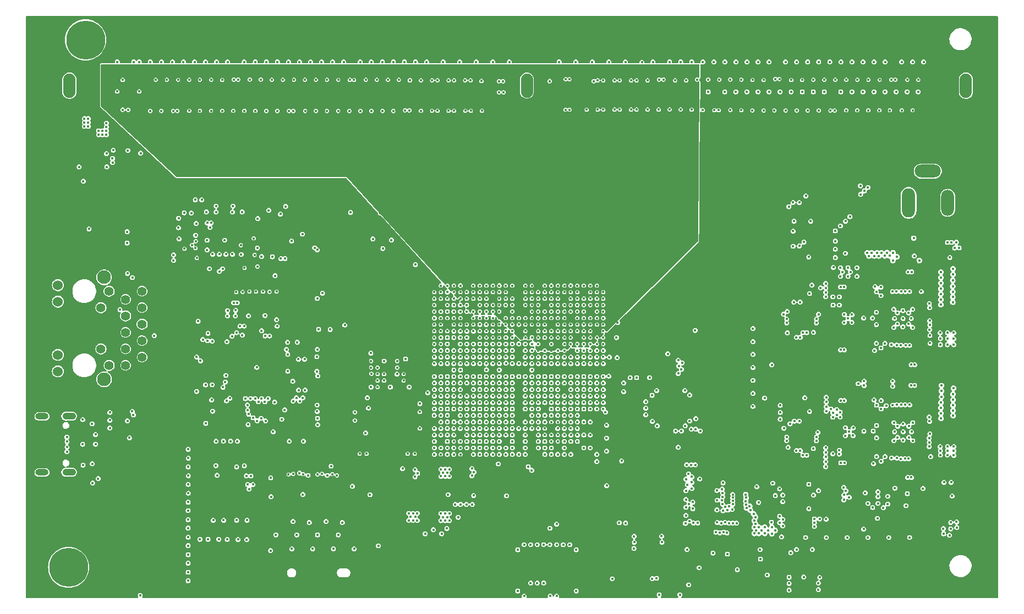
<source format=gbr>
G04 #@! TF.GenerationSoftware,KiCad,Pcbnew,7.0.11-rc3*
G04 #@! TF.CreationDate,2024-11-10T09:22:12+01:00*
G04 #@! TF.ProjectId,sodimm-ddr5-tester,736f6469-6d6d-42d6-9464-72352d746573,1.2.0*
G04 #@! TF.SameCoordinates,Original*
G04 #@! TF.FileFunction,Copper,L11,Inr*
G04 #@! TF.FilePolarity,Positive*
%FSLAX46Y46*%
G04 Gerber Fmt 4.6, Leading zero omitted, Abs format (unit mm)*
G04 Created by KiCad (PCBNEW 7.0.11-rc3) date 2024-11-10 09:22:12*
%MOMM*%
%LPD*%
G01*
G04 APERTURE LIST*
G04 #@! TA.AperFunction,ComponentPad*
%ADD10C,1.397000*%
G04 #@! TD*
G04 #@! TA.AperFunction,ComponentPad*
%ADD11C,1.524000*%
G04 #@! TD*
G04 #@! TA.AperFunction,ComponentPad*
%ADD12C,2.100000*%
G04 #@! TD*
G04 #@! TA.AperFunction,ComponentPad*
%ADD13C,2.108200*%
G04 #@! TD*
G04 #@! TA.AperFunction,ComponentPad*
%ADD14O,1.875000X3.750000*%
G04 #@! TD*
G04 #@! TA.AperFunction,ComponentPad*
%ADD15C,6.000000*%
G04 #@! TD*
G04 #@! TA.AperFunction,ComponentPad*
%ADD16O,2.100000X1.050000*%
G04 #@! TD*
G04 #@! TA.AperFunction,ComponentPad*
%ADD17O,2.000000X1.000000*%
G04 #@! TD*
G04 #@! TA.AperFunction,ComponentPad*
%ADD18O,2.000000X4.500000*%
G04 #@! TD*
G04 #@! TA.AperFunction,ComponentPad*
%ADD19O,4.000000X1.990000*%
G04 #@! TD*
G04 #@! TA.AperFunction,ComponentPad*
%ADD20O,2.000000X4.000000*%
G04 #@! TD*
G04 #@! TA.AperFunction,ViaPad*
%ADD21C,0.450000*%
G04 #@! TD*
G04 APERTURE END LIST*
D10*
X80912700Y-162662487D03*
X78373700Y-163931487D03*
X80912700Y-165201487D03*
X78373700Y-166471487D03*
X80912700Y-167740487D03*
X78373700Y-169011487D03*
X80912700Y-170280487D03*
X78373700Y-171552487D03*
X80912700Y-172821487D03*
X78373700Y-174091487D03*
X75834700Y-162662487D03*
X74573700Y-165201487D03*
X74573700Y-171552487D03*
X75842700Y-174091487D03*
D11*
X67954700Y-161735487D03*
X67954700Y-164276487D03*
X67954700Y-172476487D03*
X67954700Y-175017487D03*
D12*
X75062700Y-160526487D03*
D13*
X75062700Y-176225487D03*
D14*
X69724501Y-131000000D03*
X140125501Y-131000000D03*
X207674501Y-131000000D03*
D15*
X72212200Y-123952000D03*
D16*
X69682400Y-181925800D03*
D17*
X65501400Y-181925800D03*
D16*
X69682400Y-190566800D03*
D17*
X65501400Y-190566800D03*
D15*
X69596000Y-205199800D03*
D18*
X198861400Y-149057600D03*
D19*
X201809400Y-144178600D03*
D20*
X204860400Y-149057600D03*
D21*
X88491829Y-150623157D03*
X98650000Y-156000000D03*
X100400501Y-150213149D03*
X78956400Y-185243949D03*
X134874000Y-127355600D03*
X72616600Y-137277600D03*
X187579000Y-154940000D03*
X165481000Y-127355600D03*
X108521500Y-127355600D03*
X179600000Y-166200000D03*
X131877001Y-175800500D03*
X204850000Y-169050000D03*
X144875001Y-170802500D03*
X145875001Y-163802500D03*
X115750001Y-180650000D03*
X105151000Y-179585000D03*
X193927000Y-183351000D03*
X139875001Y-173802501D03*
X115976400Y-194005200D03*
X123250501Y-196876000D03*
X147624800Y-131953000D03*
X196570500Y-165451500D03*
X152730200Y-127355600D03*
X90091329Y-148586000D03*
X195400000Y-180300000D03*
X132141800Y-130287800D03*
X146875001Y-166802501D03*
X73755899Y-184730800D03*
X100536501Y-169561500D03*
X141875001Y-175800500D03*
X147875001Y-177800500D03*
X195200000Y-170700000D03*
X85741829Y-157933157D03*
X160078501Y-177960999D03*
X137877001Y-183800500D03*
X94047244Y-166455000D03*
X101727000Y-127355600D03*
X167182800Y-127355600D03*
X138877001Y-170776000D03*
X193900000Y-165900000D03*
X171800501Y-195476000D03*
X142875001Y-164802500D03*
X177380900Y-127355600D03*
X90678000Y-127355600D03*
X137877001Y-177800500D03*
X98323400Y-127355600D03*
X179920900Y-127355600D03*
X195237100Y-127355600D03*
X90678000Y-131953000D03*
X91686501Y-170350000D03*
X194975000Y-196025000D03*
X129100000Y-195500000D03*
X127877001Y-172802500D03*
X189550000Y-166875000D03*
X106832400Y-127355600D03*
X196200000Y-170900000D03*
X72016600Y-136677600D03*
X197997500Y-185602500D03*
X197158001Y-185173000D03*
X81332002Y-131953000D03*
X135877001Y-166802500D03*
X183775000Y-151875000D03*
X172400501Y-198376000D03*
X147875001Y-181800500D03*
X189725000Y-184300000D03*
X107149200Y-202337800D03*
X149464600Y-130314000D03*
X203700000Y-186575000D03*
X145875001Y-183800500D03*
X145875001Y-185800500D03*
X87989200Y-197851000D03*
X177740501Y-198256000D03*
X109399200Y-191037800D03*
X166115501Y-182305000D03*
X119100000Y-177427500D03*
X173972001Y-131953000D03*
X141875001Y-173802500D03*
X113258600Y-192709800D03*
X181082000Y-153409001D03*
X182037107Y-182676000D03*
X102991975Y-149611025D03*
X184200000Y-186900000D03*
X105981344Y-177902328D03*
X139875001Y-171802500D03*
X77502097Y-165506950D03*
X170300501Y-192176000D03*
X163400000Y-186700000D03*
X149875001Y-165802500D03*
X171800501Y-194476000D03*
X110223300Y-131953000D03*
X148875001Y-176800500D03*
X134874000Y-131953000D03*
X191828201Y-131953000D03*
X180600000Y-183100000D03*
X148875001Y-171802500D03*
X194627000Y-180801000D03*
X170300501Y-196476000D03*
X118719600Y-131953000D03*
X75955899Y-181330800D03*
X154319800Y-198326200D03*
X133900501Y-174776000D03*
X197970500Y-168151500D03*
X75955899Y-182530800D03*
X95000000Y-164451500D03*
X187579000Y-153365200D03*
X198300000Y-188451000D03*
X182880000Y-179070000D03*
X128875501Y-174801000D03*
X132877001Y-178800500D03*
X116433600Y-154609800D03*
X177105000Y-206365600D03*
X199000000Y-162700000D03*
X201050000Y-193050000D03*
X101616501Y-167061000D03*
X102240501Y-157646000D03*
X140875001Y-173802500D03*
X83027301Y-131953000D03*
X73225899Y-189230800D03*
X113549200Y-202337800D03*
X128200501Y-196901000D03*
X141875002Y-171802500D03*
X172288200Y-127355600D03*
X122974100Y-127355600D03*
X125730000Y-199390000D03*
X196697500Y-184302500D03*
X192582800Y-146685000D03*
X92800501Y-159626000D03*
X136877001Y-180800500D03*
X193900000Y-167800000D03*
X96150000Y-157000000D03*
X193927000Y-185251000D03*
X144705200Y-209614800D03*
X121950501Y-196876000D03*
X129900501Y-174801000D03*
X122600501Y-196876000D03*
X205800000Y-187950000D03*
X71757900Y-186230800D03*
X121450000Y-173100000D03*
X71779400Y-182430800D03*
X155270200Y-131953000D03*
X87274400Y-131953000D03*
X95456500Y-197929600D03*
X91689501Y-177069000D03*
X181082000Y-155740998D03*
X99174300Y-131953000D03*
X119570500Y-127355600D03*
X160066400Y-206872200D03*
X97472500Y-131953000D03*
X136877001Y-176800500D03*
X189151064Y-151889264D03*
X171200501Y-195776000D03*
X166319200Y-131953000D03*
X101375251Y-160295500D03*
X97356500Y-193129600D03*
X159435500Y-182693000D03*
X157843001Y-131953000D03*
X106832400Y-131953000D03*
X191950000Y-199300000D03*
X95770700Y-131953000D03*
X171800501Y-194976000D03*
X136877001Y-169802500D03*
X176058800Y-203914600D03*
X148875001Y-182800499D03*
X199000000Y-200600000D03*
X102900501Y-157636000D03*
X101500000Y-200200000D03*
X173990000Y-127355600D03*
X193522600Y-131953000D03*
X102850000Y-180950000D03*
X196927402Y-131953000D03*
X107826000Y-180200000D03*
X88976200Y-127355600D03*
X175500501Y-192776000D03*
X171000501Y-196376000D03*
X145875001Y-182800500D03*
X198450000Y-195700000D03*
X129877001Y-168802500D03*
X87994500Y-187023000D03*
X204850000Y-169950000D03*
X89527244Y-167295000D03*
X194150000Y-194300000D03*
X164470501Y-183388001D03*
X194150000Y-193560000D03*
X126877001Y-180800500D03*
X100700000Y-191400000D03*
X181622700Y-127355600D03*
X117017800Y-131953000D03*
X198020501Y-184310500D03*
X111709200Y-198297800D03*
X103949200Y-202337800D03*
X88988900Y-131953000D03*
X191439800Y-146431000D03*
X148875001Y-180800500D03*
X92701564Y-200875321D03*
X164624801Y-131953000D03*
X168021000Y-131953000D03*
X115570000Y-179070000D03*
X147875001Y-172802500D03*
X204300000Y-192100000D03*
X94800000Y-156950000D03*
X78713900Y-140994299D03*
X150177500Y-127355600D03*
X145072100Y-127355600D03*
X149875001Y-182800500D03*
X93800000Y-156950000D03*
X199000000Y-171000000D03*
X159408500Y-206944900D03*
X134877001Y-173802500D03*
X159537400Y-131953000D03*
X197131001Y-165999000D03*
X86591829Y-154583157D03*
X104140000Y-198120000D03*
X103910501Y-154936000D03*
X179505000Y-198813000D03*
X123250501Y-197976000D03*
X175680302Y-131953000D03*
X72616600Y-136661600D03*
X197131001Y-167722000D03*
X169355502Y-196350000D03*
X121272300Y-127355600D03*
X147875001Y-169802500D03*
X157822900Y-127393700D03*
X85750501Y-157073149D03*
X107873800Y-163779200D03*
X115300001Y-184500000D03*
X191948000Y-166774000D03*
X87989200Y-205951000D03*
X128877001Y-165802500D03*
X174895500Y-176398500D03*
X147624800Y-127355600D03*
X195219101Y-131953000D03*
X204850000Y-186600000D03*
X72016600Y-137277600D03*
X140875001Y-170802500D03*
X103428800Y-127355600D03*
X87391829Y-150583157D03*
X145072100Y-131953000D03*
X203750000Y-170900000D03*
X83870800Y-127355600D03*
X111925100Y-127355600D03*
X198881001Y-183450000D03*
X191975000Y-184225000D03*
X184200000Y-169000000D03*
X107926000Y-183218000D03*
X139875001Y-176800500D03*
X142875001Y-172802500D03*
X183500000Y-196150000D03*
X203750000Y-187900000D03*
X198850000Y-188450000D03*
X190300000Y-184900000D03*
X116179600Y-127355600D03*
X137877002Y-175800500D03*
X135877001Y-187800500D03*
X140875001Y-172802500D03*
X144875001Y-181800501D03*
X166000000Y-168700000D03*
X159524700Y-127355600D03*
X186728100Y-127355600D03*
X187579000Y-156184600D03*
X203700000Y-169075000D03*
X193300000Y-166800000D03*
X200800000Y-162700000D03*
X144875001Y-172802500D03*
X91855500Y-197929600D03*
X154075001Y-167502500D03*
X127228600Y-127355600D03*
X138295400Y-132071998D03*
X78672200Y-159914000D03*
X90928157Y-152143165D03*
X205400000Y-192100000D03*
X197027000Y-180151000D03*
X151875001Y-177800500D03*
X135877002Y-177800500D03*
X181600000Y-202450600D03*
X136877001Y-171802500D03*
X115316000Y-131953000D03*
X184958299Y-207629800D03*
X189125000Y-184925000D03*
X72616600Y-136061600D03*
X166100000Y-183900000D03*
X203750000Y-169950000D03*
X202251001Y-188150000D03*
X105130600Y-131953000D03*
X132321300Y-131953000D03*
X89801564Y-200875321D03*
X170600501Y-195876000D03*
X190150000Y-166275000D03*
X122925501Y-197426000D03*
X154000000Y-172904000D03*
X183057000Y-147984002D03*
X74140899Y-191530800D03*
X79623701Y-131953000D03*
X118150501Y-173426000D03*
X152374503Y-185301000D03*
X170967400Y-203149200D03*
X203750000Y-187250000D03*
X193527000Y-179401000D03*
X189125000Y-183675000D03*
X142875001Y-175800500D03*
X200317100Y-131953000D03*
X183000000Y-200600000D03*
X163502000Y-174200000D03*
X172497800Y-205549600D03*
X204850000Y-187200000D03*
X156002501Y-175976000D03*
X148875001Y-162802500D03*
X150875002Y-179800500D03*
X140875001Y-175800500D03*
X122000000Y-177426500D03*
X205800000Y-170000000D03*
X145875001Y-184800500D03*
X196597500Y-185702500D03*
X152374503Y-183301000D03*
X160466400Y-209420200D03*
X128000000Y-194000000D03*
X122600501Y-197976000D03*
X78655899Y-182630800D03*
X87994500Y-189723000D03*
X129877000Y-179800500D03*
X187578400Y-157497600D03*
X147706700Y-208835298D03*
X105130600Y-127355600D03*
X87989200Y-203251000D03*
X127550501Y-198001000D03*
X145875001Y-175800500D03*
X120421400Y-131953000D03*
X184900000Y-184400000D03*
X100685200Y-202617299D03*
X202127000Y-184651000D03*
X96621600Y-127355600D03*
X95550501Y-164451000D03*
X160899499Y-201324800D03*
X194150000Y-195350000D03*
X183500000Y-192400000D03*
X126900501Y-198001000D03*
X196597500Y-182902500D03*
X106629200Y-198297800D03*
X171200501Y-198376000D03*
X188950000Y-166250000D03*
X131928228Y-194128228D03*
X146875001Y-187800500D03*
X148875001Y-173802501D03*
X197158001Y-183450000D03*
X170000501Y-198376000D03*
X196570500Y-168251500D03*
X97300000Y-181600000D03*
X133877001Y-170802500D03*
X145875001Y-186800500D03*
X150875001Y-187800501D03*
X182487502Y-131953000D03*
X131877000Y-164802500D03*
X143875001Y-171802500D03*
X127875501Y-197451000D03*
X161800000Y-172300000D03*
X124850000Y-178300000D03*
X114477800Y-127355600D03*
X174895500Y-174398500D03*
X184182801Y-131953000D03*
X205800000Y-169050000D03*
X201168000Y-127342900D03*
X130800000Y-195500000D03*
X197970500Y-165651500D03*
X127877001Y-162802500D03*
X102191829Y-150774400D03*
X153900000Y-169800000D03*
X92300000Y-149550000D03*
X150875001Y-188900501D03*
X202150000Y-170675000D03*
X108521500Y-131953000D03*
X90683501Y-177089000D03*
X180300000Y-186700000D03*
X199497500Y-185702500D03*
X139875001Y-186800501D03*
X73280899Y-192205800D03*
X124675900Y-131953000D03*
X191465200Y-147751800D03*
X89882344Y-173382328D03*
X100765200Y-194314762D03*
X204825000Y-170900000D03*
X177945999Y-192230502D03*
X199731899Y-157242600D03*
X108661200Y-162966400D03*
X91750000Y-156950000D03*
X174895500Y-172399500D03*
X151875001Y-179800500D03*
X175679100Y-127355600D03*
X141875001Y-178800500D03*
X100960501Y-157356000D03*
X169400501Y-198276000D03*
X169400000Y-194850000D03*
X170900501Y-199876000D03*
X150875001Y-168802500D03*
X189814200Y-151180800D03*
X194627000Y-188851000D03*
X183605107Y-181174500D03*
X142875001Y-185800500D03*
X75955899Y-183730800D03*
X170100000Y-194900000D03*
X80621000Y-209512600D03*
X135841200Y-158572200D03*
X143875001Y-167802500D03*
X92800000Y-156950000D03*
X204825000Y-187900000D03*
X150875002Y-175800500D03*
X137000501Y-194176000D03*
X166624000Y-205257400D03*
X198881001Y-185173000D03*
X196750000Y-193000000D03*
X129540000Y-197485000D03*
X172262800Y-131953000D03*
X189118901Y-156828600D03*
X82169000Y-127355600D03*
X183324500Y-127355600D03*
X94059829Y-165647157D03*
X91000000Y-170300000D03*
X143875001Y-178800500D03*
X199470500Y-165451500D03*
X165165502Y-178656000D03*
X125877001Y-177800500D03*
X165165501Y-182655000D03*
X165017901Y-207895699D03*
X132321300Y-127355600D03*
X138870501Y-183806000D03*
X193535300Y-127355600D03*
X125877001Y-166802500D03*
X192600000Y-200600000D03*
X145875001Y-176800500D03*
X103325501Y-172385000D03*
X174895500Y-178398500D03*
X177800000Y-173990000D03*
X188366400Y-152603200D03*
X87989200Y-195151000D03*
X198650000Y-193850000D03*
X147875001Y-179800500D03*
X199470500Y-168251500D03*
X89090501Y-148576000D03*
X135730501Y-189266000D03*
X171800501Y-193976000D03*
X193450000Y-189225000D03*
X151875001Y-175800500D03*
X170400501Y-199776000D03*
X179505000Y-195063000D03*
X153263499Y-206947898D03*
X94900000Y-149550000D03*
X107900000Y-200200000D03*
X93456500Y-197929600D03*
X97271658Y-166455157D03*
X170568401Y-131953000D03*
X100876100Y-131953000D03*
X198400000Y-171000000D03*
X152730200Y-131953000D03*
X139875001Y-178800500D03*
X132877001Y-167802500D03*
X124460000Y-200025000D03*
X85572600Y-127355600D03*
X145875001Y-178800500D03*
X128877001Y-186800500D03*
X182034000Y-149009001D03*
X140875001Y-168802500D03*
X84721700Y-131953000D03*
X112979200Y-150520400D03*
X170586400Y-127355600D03*
X174888000Y-170447000D03*
X138875501Y-173801000D03*
X98301000Y-179200000D03*
X97125000Y-180182000D03*
X180200000Y-169100000D03*
X121950501Y-197976000D03*
X93820501Y-175635000D03*
X105922344Y-173132328D03*
X105119366Y-190689034D03*
X130877001Y-182800500D03*
X86536829Y-151433157D03*
X126877001Y-169802499D03*
X169350000Y-193350000D03*
X193927000Y-180201000D03*
X122974100Y-131953000D03*
X93600000Y-154800000D03*
X79422200Y-160564000D03*
X73755899Y-186230800D03*
X193700000Y-161950000D03*
X137877002Y-162802500D03*
X87994500Y-192423000D03*
X148875001Y-178800500D03*
X94068900Y-131953000D03*
X136909706Y-173751688D03*
X190125000Y-167475000D03*
X87989200Y-200551000D03*
X161221201Y-131953000D03*
X127228600Y-131953000D03*
X198854001Y-167722000D03*
X131700000Y-195500000D03*
X127800000Y-199200000D03*
X183607608Y-163021999D03*
X127000000Y-200025000D03*
X190131700Y-127355600D03*
X147875001Y-175800500D03*
X182153608Y-164356694D03*
X111100000Y-200200000D03*
X112090200Y-167868600D03*
X148875001Y-186800501D03*
X188424601Y-131953000D03*
X180779201Y-131953000D03*
X117957600Y-156083000D03*
X151875001Y-161802500D03*
X147875001Y-185800500D03*
X97225000Y-183200000D03*
X186200000Y-200600000D03*
X179070000Y-131953000D03*
X120150501Y-175426000D03*
X105649200Y-193970501D03*
X99827658Y-166413157D03*
X160168501Y-183388001D03*
X131877001Y-185800500D03*
X193900000Y-162750000D03*
X133877001Y-181800500D03*
X192049400Y-147193000D03*
X205800000Y-170900000D03*
X152374503Y-187301000D03*
X194600000Y-171400000D03*
X190132902Y-131953000D03*
X97056500Y-197929600D03*
X166800000Y-184200000D03*
X169200501Y-199776000D03*
X202075000Y-182700000D03*
X170600501Y-198276000D03*
X129900000Y-195500000D03*
X127550501Y-196901000D03*
X140875001Y-177800500D03*
X174888000Y-168422000D03*
X193400000Y-184200000D03*
X151875001Y-171802500D03*
X102577900Y-131953000D03*
X171800501Y-198376000D03*
X103117344Y-171630157D03*
X127175501Y-197451000D03*
X92456500Y-191029600D03*
X197777100Y-127355600D03*
X193927000Y-188151000D03*
X92367100Y-127355600D03*
X111912400Y-131953000D03*
X196227000Y-188351000D03*
X130877001Y-161802500D03*
X137426700Y-127355600D03*
X141875001Y-172802500D03*
X179300000Y-200500000D03*
X95268501Y-166465000D03*
X198622701Y-131953000D03*
X95676663Y-200901600D03*
X197993501Y-166859500D03*
X194627000Y-179501000D03*
X117551200Y-150622000D03*
X137877001Y-170802500D03*
X147703701Y-202490300D03*
X202100000Y-167200000D03*
X138705700Y-202490300D03*
X145875001Y-180800500D03*
X162077400Y-127355600D03*
X135875501Y-174801000D03*
X142660000Y-130302500D03*
X188429900Y-127355600D03*
X189400000Y-200600000D03*
X137877001Y-172802500D03*
X194050000Y-197650000D03*
X193600000Y-171800000D03*
X125877001Y-187800500D03*
X143875002Y-173802500D03*
X75447900Y-141464800D03*
X128200501Y-198001000D03*
X134877001Y-163802500D03*
X168884600Y-127355600D03*
X198854001Y-165999000D03*
X126900501Y-196901000D03*
X94068900Y-127355600D03*
X205800000Y-187250000D03*
X87274400Y-127355600D03*
X185877200Y-131953000D03*
X71829400Y-189451800D03*
X79616300Y-127355600D03*
X140875001Y-179800500D03*
X174895500Y-180398500D03*
X110000000Y-189600000D03*
X91048501Y-169150000D03*
X128877001Y-176800500D03*
X202100000Y-165200000D03*
X163779200Y-127355600D03*
X104090000Y-176550000D03*
X199270500Y-166851500D03*
X155001500Y-178126000D03*
X150177500Y-131953000D03*
X193900000Y-170700000D03*
X119278400Y-154787600D03*
X138708700Y-208835300D03*
X122225501Y-197426000D03*
X163900000Y-184200000D03*
X143875001Y-176800500D03*
X159383500Y-178694000D03*
X155270200Y-127355600D03*
X177375601Y-131953000D03*
X163666400Y-209420200D03*
X185000000Y-166200000D03*
X151875001Y-172802500D03*
X185026300Y-127355600D03*
X199497500Y-182902500D03*
X100025200Y-127355600D03*
X109220000Y-198120000D03*
X149875001Y-171802500D03*
X110349200Y-202337800D03*
X127877001Y-183800500D03*
X193325000Y-195975000D03*
X110223300Y-127355600D03*
X82767560Y-169509487D03*
X105587800Y-153875000D03*
X129768600Y-127355600D03*
X91750000Y-181150000D03*
X152200000Y-181300000D03*
X194600000Y-163350000D03*
X148875001Y-184800500D03*
X92379800Y-131953000D03*
X124675900Y-127355600D03*
X197000000Y-162700000D03*
X142875001Y-170802500D03*
X199297500Y-184302500D03*
X141875001Y-182800500D03*
X139706200Y-209614800D03*
X195227000Y-188151000D03*
X149875001Y-173802500D03*
X165400000Y-183900000D03*
X145875001Y-187800500D03*
X199027000Y-180151000D03*
X104700000Y-200200000D03*
X194600000Y-162050000D03*
X195800000Y-200600000D03*
X129768600Y-131953000D03*
X199478900Y-127355600D03*
X117881400Y-127355600D03*
X163000000Y-184200000D03*
X150875001Y-172802500D03*
X123649499Y-179980999D03*
X149875001Y-178800500D03*
X162929502Y-131953000D03*
X205191899Y-157472600D03*
X191833500Y-127355600D03*
X122961400Y-158572200D03*
X117265200Y-201887299D03*
X73204899Y-183081800D03*
X139875001Y-165802500D03*
X109855000Y-168554400D03*
X141875001Y-161802500D03*
X196670500Y-166851500D03*
X116150501Y-177426000D03*
X147875001Y-183800500D03*
X134877001Y-184800500D03*
X95300000Y-165600000D03*
X138875501Y-175801000D03*
X164432501Y-177960999D03*
X197997500Y-183102500D03*
X98559501Y-174386000D03*
X181225000Y-151875000D03*
X108077000Y-168529000D03*
X98704400Y-151485600D03*
X116100000Y-172200000D03*
X142875001Y-177800500D03*
X205550000Y-194200000D03*
X141875001Y-176800500D03*
X205800000Y-186575000D03*
X169800501Y-199876000D03*
X72016600Y-136077600D03*
X71217900Y-143524800D03*
X188950000Y-167500000D03*
X143705200Y-209614800D03*
X190325000Y-183700000D03*
X130877001Y-171802500D03*
X171700501Y-196276000D03*
X113614200Y-131953000D03*
X79555899Y-181730800D03*
X96600000Y-168037000D03*
X99300000Y-168750000D03*
X104962344Y-173122328D03*
X104775501Y-170530000D03*
X89300501Y-178096000D03*
X97150000Y-181002500D03*
X89300000Y-172800000D03*
X79405899Y-181180800D03*
X103325501Y-174980000D03*
X91600000Y-179400000D03*
X90252501Y-170111000D03*
X92256500Y-189529600D03*
X97600000Y-179200000D03*
X97153299Y-192432801D03*
X97656500Y-191129600D03*
X107851000Y-181168000D03*
X101675501Y-168033000D03*
X95959829Y-168036328D03*
X104982344Y-177905179D03*
X142875001Y-187800500D03*
X148875001Y-168802500D03*
X144875001Y-168802500D03*
X135877001Y-162802500D03*
X141875002Y-162802500D03*
X149875001Y-163802500D03*
X133877001Y-167802499D03*
X150875002Y-180800500D03*
X139876001Y-187800502D03*
X181066000Y-148984001D03*
X180425000Y-149650000D03*
X205700000Y-179400000D03*
X203900000Y-178050000D03*
X174500501Y-196376000D03*
X192770159Y-157229699D03*
X203800000Y-162300000D03*
X194270159Y-157229699D03*
X203850000Y-159700000D03*
X173900501Y-196076000D03*
X203900000Y-178900000D03*
X205650000Y-161000000D03*
X175300000Y-197450000D03*
X205650000Y-162750000D03*
X175400501Y-199476000D03*
X193970159Y-156729699D03*
X175000501Y-196976000D03*
X173800000Y-193976000D03*
X196478400Y-156722600D03*
X175100501Y-198976000D03*
X192470159Y-156729699D03*
X175100501Y-199976000D03*
X205700000Y-178500000D03*
X200503400Y-157922600D03*
X175800501Y-198976000D03*
X194670159Y-156729699D03*
X195178400Y-157222600D03*
X199641899Y-154502600D03*
X205700000Y-181050000D03*
X193170159Y-156729699D03*
X205700000Y-159200000D03*
X205700000Y-180250000D03*
X203850000Y-160550000D03*
X205650000Y-161900000D03*
X173850000Y-194476000D03*
X196428400Y-157922600D03*
X203850000Y-181450000D03*
X177800000Y-199000000D03*
X203800000Y-163950000D03*
X205650000Y-164350000D03*
X175800501Y-199976000D03*
X205650000Y-163550000D03*
X195928400Y-157222600D03*
X203800000Y-163100000D03*
X203800000Y-164750000D03*
X193570159Y-157229699D03*
X195528400Y-156722600D03*
X178300000Y-199500000D03*
X203850000Y-179800000D03*
X175285400Y-198475600D03*
X203900000Y-177200000D03*
X177800000Y-200000000D03*
X175100501Y-197976000D03*
X176200501Y-199476000D03*
X177200000Y-199476000D03*
X205750000Y-177600000D03*
X173800000Y-195000000D03*
X197078400Y-157372600D03*
X176700000Y-198976000D03*
X205700000Y-160100000D03*
X176700000Y-199976000D03*
X173850000Y-195550000D03*
X205700000Y-181850000D03*
X203850000Y-180600000D03*
X174400501Y-195776000D03*
X203850000Y-161400000D03*
X203850000Y-182250000D03*
X202028001Y-185940500D03*
X202068501Y-168572000D03*
X204241400Y-200025000D03*
X205421899Y-155147600D03*
X160849499Y-200399800D03*
X204190600Y-199237600D03*
X186156600Y-197764400D03*
X182727600Y-206679800D03*
X205333600Y-198272400D03*
X184958299Y-208629800D03*
X206273400Y-199059800D03*
X184988200Y-193395600D03*
X205333600Y-199263000D03*
X107901000Y-182250000D03*
X205951899Y-156012600D03*
X204825600Y-155143200D03*
X185166000Y-197739000D03*
X206628400Y-155997600D03*
X206222600Y-198196200D03*
X101070994Y-184301326D03*
X205155800Y-200253600D03*
X184025000Y-202450600D03*
X206203400Y-155122600D03*
X143666957Y-199165957D03*
X144703114Y-198532800D03*
X125877001Y-186800500D03*
X163400000Y-175332713D03*
X144875001Y-175800500D03*
X95575000Y-185775000D03*
X163900000Y-174700000D03*
X144875000Y-177800500D03*
X94525000Y-185775000D03*
X92300000Y-185775000D03*
X145875001Y-172802500D03*
X164000000Y-173700000D03*
X93422843Y-185773328D03*
X163400000Y-173300000D03*
X146875001Y-172802500D03*
X76473900Y-140944299D03*
X77927200Y-130111500D03*
X77927200Y-134708900D03*
X76373900Y-142844299D03*
X76341399Y-142206800D03*
X78778100Y-134721600D03*
X137877001Y-169802500D03*
X82169000Y-134899400D03*
X134877001Y-169802500D03*
X83870800Y-134899400D03*
X135877002Y-169802500D03*
X83032600Y-130098800D03*
X133877001Y-169802500D03*
X84734400Y-130098800D03*
X185184299Y-206729800D03*
X195650000Y-194250000D03*
X195650000Y-195450000D03*
X86436200Y-130098800D03*
X132877001Y-169802500D03*
X85675501Y-134899400D03*
X132877001Y-168802500D03*
X86325501Y-134899400D03*
X133877001Y-168802500D03*
X136877001Y-168802500D03*
X88169945Y-134868667D03*
X134877001Y-167802500D03*
X89814400Y-134874000D03*
X88138000Y-130098800D03*
X135877001Y-168802500D03*
X89814400Y-130098800D03*
X137877001Y-168802500D03*
X91516200Y-134874000D03*
X134877001Y-165802500D03*
X192175000Y-193725000D03*
X192600000Y-195350000D03*
X131877001Y-166802500D03*
X93218000Y-134874000D03*
X175768000Y-195199000D03*
X166700501Y-191576000D03*
X91541600Y-130098800D03*
X132877001Y-166802500D03*
X93218000Y-130124200D03*
X132877001Y-165802500D03*
X131877001Y-162802500D03*
X95025001Y-130074706D03*
X95675001Y-130074706D03*
X131877001Y-163802500D03*
X94919800Y-134874000D03*
X132877001Y-164802500D03*
X96647000Y-134874000D03*
X132877001Y-163802500D03*
X98323400Y-134874000D03*
X133877001Y-163802500D03*
X182592606Y-187926107D03*
X188973000Y-189099000D03*
X133877001Y-164802500D03*
X97485200Y-130073400D03*
X134877001Y-164802500D03*
X99187000Y-130073400D03*
X100025200Y-134899400D03*
X133877001Y-166802501D03*
X182179107Y-169762107D03*
X199800001Y-173974998D03*
X135877001Y-165802500D03*
X101727000Y-134899400D03*
X100863400Y-130098800D03*
X134877001Y-166802500D03*
X102590600Y-130098800D03*
X135877002Y-164802500D03*
X104292400Y-130098800D03*
X136877001Y-166802500D03*
X135877001Y-167802500D03*
X103525001Y-134899400D03*
X104175001Y-134899400D03*
X136877001Y-167802500D03*
X137877001Y-163802500D03*
X105994200Y-134899400D03*
X107670600Y-134899400D03*
X137877001Y-165802500D03*
X137877001Y-164802500D03*
X105968800Y-130098800D03*
X107670600Y-130098800D03*
X137876001Y-166801500D03*
X109372400Y-134899400D03*
X135877001Y-163802500D03*
X132877000Y-161802501D03*
X111074200Y-134899400D03*
X131877000Y-161802501D03*
X109372400Y-130098800D03*
X134877001Y-162802500D03*
X111074200Y-130098800D03*
X130877000Y-185800000D03*
X168757600Y-202996800D03*
X140318499Y-189702835D03*
X133877001Y-161802501D03*
X112874501Y-130111765D03*
X133877001Y-162802499D03*
X113524501Y-130111765D03*
X134877001Y-161802501D03*
X112776000Y-134899400D03*
X136877001Y-163802500D03*
X114503200Y-134899400D03*
X116205000Y-134899400D03*
X136877001Y-162802500D03*
X115316000Y-130098800D03*
X136877001Y-161802500D03*
X137877001Y-161802499D03*
X117017800Y-130098800D03*
X131877001Y-165802500D03*
X117906800Y-134899400D03*
X139875001Y-168802500D03*
X119557800Y-134899400D03*
X138876001Y-166802500D03*
X118745000Y-130098800D03*
X121374501Y-134803296D03*
X144875001Y-161802500D03*
X144875001Y-162802500D03*
X122024501Y-134803296D03*
X120396000Y-130098800D03*
X139875001Y-169802499D03*
X123825000Y-134874000D03*
X140875001Y-166802500D03*
X125526800Y-134861300D03*
X140875001Y-164802500D03*
X139875001Y-163802500D03*
X122123200Y-130175000D03*
X182179107Y-187201107D03*
X199273000Y-191324000D03*
X94800501Y-150458851D03*
X92300501Y-150458851D03*
X96300501Y-150458851D03*
X90800501Y-150458851D03*
X125526800Y-130175000D03*
X139875001Y-164802501D03*
X140875001Y-165802500D03*
X123825000Y-130175000D03*
X126377700Y-134861300D03*
X141875001Y-163802500D03*
X184677214Y-167541501D03*
X188938500Y-162000000D03*
X199326501Y-159699000D03*
X180100000Y-167536000D03*
X183176107Y-187926107D03*
X188423000Y-189099000D03*
X181595606Y-169762107D03*
X199250001Y-173974998D03*
X181595606Y-187201107D03*
X198723000Y-191324000D03*
X188388500Y-162000000D03*
X184677214Y-166958000D03*
X142875001Y-163802500D03*
X126377700Y-130175000D03*
X128079500Y-134861300D03*
X143875002Y-164802500D03*
X128066800Y-130175000D03*
X143875001Y-166802500D03*
X128930400Y-134861300D03*
X143875001Y-163802500D03*
X143875001Y-165802500D03*
X128930400Y-130175000D03*
X130632200Y-134861300D03*
X144875001Y-166802500D03*
X130619500Y-130175000D03*
X144875000Y-164802500D03*
X131483100Y-134861300D03*
X145875001Y-164802500D03*
X131470400Y-130175000D03*
X145875001Y-165802500D03*
X133184900Y-134861300D03*
X145875001Y-166802500D03*
X135800001Y-132029200D03*
X139875001Y-162802500D03*
X140875001Y-162802500D03*
X135850001Y-130327400D03*
X139875001Y-161802500D03*
X136500001Y-132029200D03*
X136450001Y-130327400D03*
X140875001Y-161802500D03*
X142875001Y-166802500D03*
X146049001Y-134706005D03*
X146049001Y-130010431D03*
X141875001Y-165802500D03*
X142875001Y-165802500D03*
X146649001Y-134706005D03*
X146649001Y-130010431D03*
X141875001Y-164802500D03*
X141875001Y-169802500D03*
X149326600Y-134696200D03*
X151028400Y-130187700D03*
X141875001Y-168802500D03*
X142875001Y-168802500D03*
X151028400Y-134696200D03*
X151879300Y-130187700D03*
X140875001Y-167802500D03*
X151879300Y-134696200D03*
X139875001Y-167802500D03*
X139875001Y-166802500D03*
X153581100Y-130187700D03*
X153581100Y-134683500D03*
X143875001Y-168802500D03*
X198776501Y-159699000D03*
X180100000Y-166952499D03*
X154419300Y-130187700D03*
X142875001Y-167802500D03*
X141875001Y-167802499D03*
X154419300Y-134683500D03*
X143875002Y-169802500D03*
X156121100Y-130187700D03*
X156133800Y-134683500D03*
X144875001Y-167802500D03*
X158686500Y-134683500D03*
X145875001Y-167802500D03*
X142875001Y-161802500D03*
X156972000Y-130187700D03*
X160375600Y-134696200D03*
X143875001Y-161802500D03*
X144875000Y-169802500D03*
X156984700Y-134683500D03*
X158673800Y-130187700D03*
X145875001Y-169802500D03*
X156591000Y-202293800D03*
X156600000Y-200425800D03*
X146705200Y-201710800D03*
X188200000Y-187750000D03*
X146875001Y-177800500D03*
X186100000Y-187500000D03*
X186100000Y-186750000D03*
X186100000Y-189700000D03*
X186100000Y-188200000D03*
X188200000Y-187150000D03*
X186100000Y-188900000D03*
X146875001Y-185800500D03*
X187200000Y-187700000D03*
X146875001Y-179800501D03*
X146875001Y-181800500D03*
X146875001Y-183800500D03*
X187200000Y-182075000D03*
X187800000Y-181700000D03*
X187800000Y-180900000D03*
X141875001Y-170802500D03*
X143875001Y-172802500D03*
X144875000Y-173802500D03*
X187200000Y-181400000D03*
X144875001Y-183800500D03*
X183946800Y-161721800D03*
X142875001Y-171802500D03*
X141875001Y-177800500D03*
X186175000Y-179725000D03*
X144875001Y-171802500D03*
X186900000Y-180800000D03*
X188325000Y-182050000D03*
X146875001Y-175800499D03*
X186175000Y-179000000D03*
X142875001Y-176800500D03*
X186175000Y-181150000D03*
X140875001Y-176800500D03*
X186175000Y-180450000D03*
X140875501Y-174801000D03*
X142875001Y-173802500D03*
X188325000Y-181300000D03*
X162077400Y-134670800D03*
X146875001Y-163802500D03*
X145875001Y-161802500D03*
X160475001Y-130068267D03*
X145875001Y-162802500D03*
X161125001Y-130068267D03*
X148875001Y-170802500D03*
X163779200Y-134670800D03*
X149875001Y-166802500D03*
X164630100Y-130187700D03*
X162915600Y-130187700D03*
X145875001Y-171802500D03*
X165481000Y-134696200D03*
X147875001Y-162802500D03*
X149875001Y-161802500D03*
X167182800Y-134747000D03*
X166319200Y-130073400D03*
X148875001Y-163802500D03*
X168021000Y-130073400D03*
X146875000Y-162802500D03*
X93300000Y-159200000D03*
X91279001Y-159200000D03*
X89228157Y-152243165D03*
X91375322Y-152846000D03*
X107873800Y-156286200D03*
X90911829Y-154803145D03*
X107467400Y-155981400D03*
X91527596Y-152134441D03*
X99296829Y-157328157D03*
X90911829Y-156313157D03*
X69672200Y-169964000D03*
X78956400Y-183743949D03*
X86500501Y-153513149D03*
X95300000Y-159300000D03*
X113650501Y-183850000D03*
X138900501Y-186776000D03*
X179100000Y-179100000D03*
X103099200Y-193587800D03*
X188300000Y-169400000D03*
X128877001Y-181800500D03*
X70176000Y-144967800D03*
X107799200Y-193979800D03*
X78309200Y-195801000D03*
X83616800Y-154305000D03*
X102350501Y-161126000D03*
X148875501Y-174801000D03*
X141875001Y-187800500D03*
X142875001Y-180800500D03*
X95950000Y-154000000D03*
X130900501Y-174776000D03*
X123100000Y-188674500D03*
X105670000Y-174630000D03*
X179649336Y-184453959D03*
X186100000Y-172300000D03*
X92173163Y-207895200D03*
X182635107Y-181154500D03*
X184674999Y-149675000D03*
X139875001Y-181800501D03*
X97002662Y-207819200D03*
X130877001Y-166802500D03*
X94462662Y-207839200D03*
X78309200Y-206601000D03*
X130877001Y-177800500D03*
X68877900Y-143524800D03*
X126877001Y-185800500D03*
X103200000Y-160400000D03*
X131877000Y-169802500D03*
X144875000Y-186800500D03*
X136877001Y-185800500D03*
X123400000Y-175900000D03*
X184997500Y-163882001D03*
X125877001Y-161802500D03*
X186100000Y-171625000D03*
X123400000Y-174900000D03*
X95097600Y-205638400D03*
X166800000Y-181300000D03*
X97200000Y-182300000D03*
X140875001Y-184800500D03*
X83641000Y-152831927D03*
X187000000Y-170300000D03*
X126877001Y-164802501D03*
X117150501Y-173426000D03*
X129877001Y-163802500D03*
X145875001Y-177800500D03*
X78309200Y-198501000D03*
X184665999Y-148650001D03*
X92700000Y-164451500D03*
X134100000Y-189774500D03*
X90250000Y-181200000D03*
X111455200Y-192608200D03*
X97911825Y-155961825D03*
X160900501Y-180676000D03*
X128877001Y-170802500D03*
X127877001Y-167802500D03*
X181285000Y-196735000D03*
X98087600Y-205628400D03*
X69672200Y-165989000D03*
X154875001Y-175800501D03*
X78309200Y-201201000D03*
X186100000Y-170275000D03*
X167055800Y-203581000D03*
X186100000Y-169600000D03*
X78309200Y-203901000D03*
X116150501Y-176426000D03*
X125877001Y-182800500D03*
X105680000Y-170880157D03*
X121650001Y-183100001D03*
X188300000Y-170250000D03*
X125875501Y-174801000D03*
X187000000Y-169400000D03*
X99085400Y-148869400D03*
X74266000Y-144977800D03*
X106849200Y-192637800D03*
X146875000Y-171802500D03*
X181300000Y-195650000D03*
X182637608Y-163012000D03*
X99350000Y-154150000D03*
X143875001Y-183800500D03*
X130877001Y-187800500D03*
X131900501Y-174776000D03*
X121650001Y-182000000D03*
X186100000Y-170950000D03*
X120150501Y-176426000D03*
X184997000Y-182084000D03*
X126875501Y-174801000D03*
X129877000Y-184800500D03*
X78389300Y-192133100D03*
X188200000Y-163525000D03*
X75416600Y-136761600D03*
X186100000Y-161475000D03*
X186100000Y-162150000D03*
X186100000Y-163500000D03*
X75416600Y-138561600D03*
X186100000Y-162825000D03*
X75416600Y-137361600D03*
X74216600Y-138561600D03*
X157000501Y-175976000D03*
X185300000Y-162150000D03*
X187200000Y-163525000D03*
X75416600Y-137961600D03*
X74816600Y-138561600D03*
X74200600Y-137961600D03*
X188200000Y-164800000D03*
X187225000Y-164800000D03*
X74800600Y-137961600D03*
X169722800Y-130086100D03*
X149875001Y-162802500D03*
X168975001Y-134778228D03*
X148875001Y-161802500D03*
X147875001Y-161802500D03*
X169625001Y-134778228D03*
X150875001Y-161802500D03*
X171411900Y-134747000D03*
X141875001Y-166802501D03*
X144875001Y-165802500D03*
X132877001Y-162802500D03*
X182050000Y-155700000D03*
X135877001Y-161802500D03*
X189525000Y-160375000D03*
X149875001Y-170802500D03*
X188675000Y-159700000D03*
X150875001Y-163802500D03*
X142875001Y-169802500D03*
X143875001Y-162802500D03*
X136877001Y-164802500D03*
X145875001Y-168802500D03*
X138877001Y-167802500D03*
X134877001Y-168802500D03*
X143625200Y-130302500D03*
X190900000Y-159050000D03*
X150429800Y-130314000D03*
X140875001Y-163802500D03*
X182750000Y-155100000D03*
X133107000Y-130287800D03*
X137877002Y-167802500D03*
X189525000Y-159050000D03*
X187275500Y-159000000D03*
X190900000Y-160375000D03*
X189925000Y-159700000D03*
X151875001Y-166802500D03*
X148875001Y-167802500D03*
X188350000Y-160375000D03*
X188350000Y-159050000D03*
X147875001Y-164802500D03*
X133877001Y-165802500D03*
X146875001Y-161802500D03*
X156650000Y-201325800D03*
X145705200Y-201710800D03*
X196381001Y-162722000D03*
X197018501Y-170959500D03*
X197045501Y-188360500D03*
X196395501Y-180210500D03*
X150875002Y-162802500D03*
X173126400Y-134785100D03*
X151875001Y-162802500D03*
X171424600Y-130073400D03*
X202020501Y-182035500D03*
X202043501Y-164584500D03*
X202131001Y-169472000D03*
X173126400Y-130086100D03*
X151875001Y-163802500D03*
X202020501Y-186585500D03*
X180458299Y-208703800D03*
X170230800Y-194335400D03*
X197662800Y-188468000D03*
X180458299Y-207679800D03*
X180458299Y-206703800D03*
X197662800Y-170992800D03*
X189725000Y-194400000D03*
X188875000Y-192875000D03*
X188900000Y-194050000D03*
X189200000Y-193425000D03*
X150875001Y-177800500D03*
X147875001Y-176800500D03*
X149875001Y-184800500D03*
X188900000Y-194800000D03*
X149875001Y-186800500D03*
X149875001Y-180800500D03*
X149875001Y-176800500D03*
X137877001Y-178800500D03*
X123300000Y-190700000D03*
X165400000Y-189400000D03*
X143875001Y-175800500D03*
X127875501Y-190626000D03*
X126900501Y-191176000D03*
X165500000Y-192100000D03*
X164600000Y-191600000D03*
X164500000Y-198425999D03*
X136877001Y-177800500D03*
X140875001Y-178800500D03*
X166050000Y-189400000D03*
X139875001Y-172802500D03*
X165150000Y-198076001D03*
X128200501Y-190076000D03*
X164600000Y-194750000D03*
X164800000Y-192450000D03*
X122900000Y-191250000D03*
X128200501Y-191176000D03*
X165750000Y-198350000D03*
X164700000Y-189400000D03*
X140875001Y-171802500D03*
X131650501Y-189976000D03*
X165000000Y-190800000D03*
X165650000Y-195150000D03*
X139875001Y-170802500D03*
X165500000Y-193050000D03*
X136877001Y-170802500D03*
X137877002Y-171802500D03*
X152400000Y-192600000D03*
X139875000Y-177800500D03*
X164600000Y-193400000D03*
X127550501Y-190076000D03*
X154700000Y-188800000D03*
X144875001Y-176800500D03*
X164600000Y-197200000D03*
X166400000Y-198350000D03*
X164600000Y-195950000D03*
X131650501Y-191076000D03*
X165650000Y-196150000D03*
X122900000Y-190150000D03*
X131975501Y-190526000D03*
X139875001Y-175800500D03*
X136877001Y-175800500D03*
X143875001Y-179800500D03*
X137877001Y-173802500D03*
X144875001Y-178800500D03*
X142875001Y-178800500D03*
X143875002Y-177800500D03*
X136877001Y-172802500D03*
X165050000Y-195450000D03*
X80692900Y-141414299D03*
X127175501Y-190626000D03*
X126900501Y-190076000D03*
X127550501Y-191176000D03*
X165500000Y-191250000D03*
X137877001Y-176800500D03*
X146875001Y-165802500D03*
X174802800Y-134823200D03*
X150875002Y-178800500D03*
X150875002Y-176800500D03*
X180100000Y-185700000D03*
X199773000Y-177172000D03*
X176530000Y-134823200D03*
X147875001Y-167802500D03*
X88014500Y-188373000D03*
X128877002Y-184800500D03*
X130877001Y-183800500D03*
X88014500Y-193773000D03*
X129877001Y-183800500D03*
X88014500Y-191073000D03*
X180100000Y-185116500D03*
X199223000Y-177172000D03*
X174828200Y-130124200D03*
X146875001Y-167802499D03*
X192000000Y-177200000D03*
X191100000Y-176900000D03*
X196400000Y-177300000D03*
X196400000Y-176500000D03*
X192000000Y-176500000D03*
X176707800Y-179120800D03*
X91051564Y-200875321D03*
X120995083Y-189975000D03*
X125857000Y-181801000D03*
X175996600Y-202463400D03*
X128905000Y-182800000D03*
X155307600Y-198373800D03*
X140868400Y-190246000D03*
X188942000Y-171701000D03*
X182592606Y-169037107D03*
X184677214Y-185705501D03*
X188948000Y-179498000D03*
X183176107Y-169037107D03*
X188392000Y-171701000D03*
X184677214Y-185122000D03*
X188398000Y-179498000D03*
X176530000Y-130124200D03*
X146875001Y-164802500D03*
X178324501Y-129982334D03*
X147875001Y-165802500D03*
X138876002Y-187800500D03*
X147875001Y-166802500D03*
X178974501Y-129982334D03*
X178206400Y-134823200D03*
X147875001Y-163802500D03*
X179933600Y-134823200D03*
X149875001Y-164802500D03*
X181635400Y-134823200D03*
X148875001Y-165802500D03*
X180797200Y-130124200D03*
X148875001Y-164802501D03*
X148875001Y-166802500D03*
X182473600Y-130124200D03*
X150875001Y-166802501D03*
X183311800Y-134823200D03*
X185039000Y-134823200D03*
X150875001Y-164802500D03*
X150875001Y-165802500D03*
X184200800Y-130098800D03*
X185877200Y-130098800D03*
X149875001Y-167802500D03*
X90700000Y-183007000D03*
X139700000Y-201701400D03*
X187579000Y-130098800D03*
X151875001Y-167802500D03*
X151875001Y-164802500D03*
X186824001Y-134833634D03*
X151875001Y-165802500D03*
X187474001Y-134833634D03*
X75477900Y-143524800D03*
X151875001Y-168802500D03*
X189255400Y-134797800D03*
X151875001Y-169802500D03*
X190957200Y-134797800D03*
X189255400Y-130098800D03*
X150875001Y-167802499D03*
X190982600Y-130098800D03*
X150875001Y-169802500D03*
X155000000Y-176800000D03*
X152800000Y-172806222D03*
X130877001Y-180800500D03*
X149875001Y-168802500D03*
X192659000Y-134797800D03*
X150875001Y-170802500D03*
X194360800Y-134797800D03*
X149875001Y-169802500D03*
X192684400Y-130098800D03*
X151875001Y-170802500D03*
X194386200Y-130098800D03*
X147875001Y-168802500D03*
X196175001Y-130083309D03*
X170226483Y-195472747D03*
X179100000Y-182375000D03*
X202020501Y-185285500D03*
X179112500Y-181325000D03*
X179100000Y-180225000D03*
X202125000Y-167850000D03*
X196825001Y-130083309D03*
X146875001Y-168802500D03*
X195986400Y-134797800D03*
X148875001Y-169802499D03*
X140697200Y-207609200D03*
X197688200Y-162712400D03*
X147875001Y-170802500D03*
X197789800Y-134797800D03*
X199466200Y-134797800D03*
X145875001Y-170802500D03*
X146875001Y-170802500D03*
X198628000Y-130098800D03*
X146875001Y-169802500D03*
X200329800Y-130098800D03*
X69355899Y-185830800D03*
X69334001Y-187378613D03*
X69336432Y-185133668D03*
X69355899Y-186660800D03*
X137877001Y-187800500D03*
X136877001Y-187800500D03*
X142875001Y-186800500D03*
X137877001Y-186800500D03*
X136877001Y-186800500D03*
X181279800Y-182676800D03*
X181203600Y-164338000D03*
X141697200Y-207609200D03*
X180187600Y-165785800D03*
X142697200Y-207609200D03*
X183489600Y-157378400D03*
X179654200Y-183769000D03*
X77089000Y-127355600D03*
X80467200Y-127355600D03*
X159001501Y-175976000D03*
X150875001Y-173802500D03*
X151875001Y-180800500D03*
X151875001Y-176800500D03*
X151875001Y-173802500D03*
X148875001Y-179800500D03*
X148875002Y-177800500D03*
X143875001Y-185800500D03*
X110899200Y-191037800D03*
X113650501Y-182580000D03*
X123649500Y-181251001D03*
X180712500Y-202963100D03*
X146875001Y-176800500D03*
X110149200Y-190837800D03*
X143875001Y-184800500D03*
X144875001Y-184800500D03*
X108599200Y-190787800D03*
X107899200Y-190887800D03*
X142875001Y-184800500D03*
X105699200Y-190837800D03*
X142875001Y-183800500D03*
X126877001Y-175800500D03*
X132877001Y-172802500D03*
X127877001Y-178800500D03*
X125877001Y-171802500D03*
X129877001Y-173802500D03*
X135877001Y-171802500D03*
X131877001Y-180800500D03*
X135877001Y-182800499D03*
X132877001Y-183800500D03*
X133877001Y-186800500D03*
X133877001Y-176800500D03*
X134877001Y-179800500D03*
X148875001Y-175800500D03*
X148875001Y-172802500D03*
X149875001Y-179800500D03*
X149875001Y-177800500D03*
X149875001Y-175800500D03*
X149875001Y-172802500D03*
X146875001Y-182800500D03*
X146875001Y-178800500D03*
X147875001Y-182800500D03*
X147875001Y-178800500D03*
X146888200Y-184810400D03*
X146875001Y-180800500D03*
X147878800Y-184810400D03*
X147875001Y-180800500D03*
X144875001Y-163802500D03*
X142875001Y-162802500D03*
X143875001Y-187800500D03*
X144875001Y-187800500D03*
X140875001Y-180800500D03*
X141875001Y-180800500D03*
X137877001Y-180800500D03*
X137877001Y-181800500D03*
X141875001Y-179800501D03*
X142875001Y-179800500D03*
X139875001Y-179800500D03*
X139875001Y-180800500D03*
X142875001Y-181800500D03*
X143875001Y-181800501D03*
X141875001Y-186800500D03*
X143875001Y-180800500D03*
X144875001Y-180800500D03*
X137877001Y-185800500D03*
X139875001Y-185800500D03*
X139875001Y-183800500D03*
X140875001Y-183800500D03*
X137877002Y-184800500D03*
X139875001Y-184800500D03*
X140875001Y-181800500D03*
X140875001Y-182800500D03*
X137877001Y-182800500D03*
X139875001Y-182800499D03*
X141875001Y-183800500D03*
X141875002Y-184800500D03*
X141875001Y-185800500D03*
X141875001Y-181800500D03*
X142875001Y-182800500D03*
X143875002Y-186800500D03*
X137877002Y-179800500D03*
X144875001Y-179800500D03*
X136877001Y-179800500D03*
X135877001Y-179800500D03*
X136877001Y-181800500D03*
X136877001Y-182800500D03*
X135877001Y-180800500D03*
X135877001Y-181800501D03*
X136877001Y-184800500D03*
X135877001Y-184800500D03*
X134877001Y-185800500D03*
X133877001Y-185800500D03*
X132877001Y-185800500D03*
X132877001Y-186800500D03*
X134877001Y-186800500D03*
X134877001Y-187800500D03*
X133877001Y-187800500D03*
X132877001Y-187800500D03*
X134877001Y-177800500D03*
X133877001Y-178800500D03*
X134877001Y-176800500D03*
X133877001Y-177800500D03*
X135877001Y-178800500D03*
X134877001Y-178800500D03*
X132877001Y-177800500D03*
X131877000Y-177800500D03*
X133877001Y-179800501D03*
X132877001Y-179800500D03*
X135877001Y-185800500D03*
X135877002Y-186800500D03*
X131877001Y-178800500D03*
X131877001Y-179800500D03*
X132877001Y-180800500D03*
X131877001Y-181800501D03*
X132877001Y-182800500D03*
X131877001Y-183800500D03*
X132877001Y-181800500D03*
X131877001Y-182800499D03*
X132877001Y-184800500D03*
X131877001Y-184800500D03*
X134877001Y-180800500D03*
X133877001Y-180800500D03*
X133877001Y-183800500D03*
X133877001Y-184800499D03*
X134877001Y-182800500D03*
X134877001Y-183800500D03*
X134877001Y-181800500D03*
X133877001Y-182800500D03*
X136877001Y-183800500D03*
X135877001Y-183800500D03*
X135877001Y-176800500D03*
X136877001Y-178800500D03*
X128877001Y-178800500D03*
X128877002Y-179800500D03*
X129877001Y-177800500D03*
X129877001Y-178800500D03*
X127877001Y-179800500D03*
X126877001Y-179800500D03*
X130877001Y-179800500D03*
X128877001Y-180800500D03*
X127877001Y-180800500D03*
X130877001Y-181800500D03*
X125877001Y-179800500D03*
X125877001Y-180800500D03*
X127877001Y-182800500D03*
X129877001Y-181800500D03*
X129877001Y-182800500D03*
X128877001Y-183800500D03*
X128877001Y-177800500D03*
X130877001Y-178800500D03*
X132877001Y-173802500D03*
X131877001Y-173802501D03*
X127877001Y-176800500D03*
X127877001Y-177800500D03*
X132877001Y-175800500D03*
X131877001Y-176800500D03*
X126877001Y-172802500D03*
X126877001Y-173802501D03*
X125877001Y-175800500D03*
X125877001Y-176800500D03*
X127877001Y-173802500D03*
X127877001Y-175800500D03*
X126877001Y-176800500D03*
X126877002Y-177800500D03*
X125877001Y-172802500D03*
X125877001Y-173802500D03*
X133877001Y-172802500D03*
X133877001Y-173802500D03*
X134877001Y-170802500D03*
X134877001Y-171802500D03*
X133877001Y-175800499D03*
X132877001Y-176800500D03*
X135877001Y-172802500D03*
X134877001Y-172802500D03*
X135877001Y-173802501D03*
X134877001Y-175800500D03*
X126877001Y-178800500D03*
X125877001Y-178800500D03*
X133877001Y-171802501D03*
X132877001Y-171802500D03*
X132877001Y-170802500D03*
X131877001Y-170802500D03*
X129877000Y-171802500D03*
X128877002Y-171802500D03*
X131877001Y-171802500D03*
X131877001Y-172802500D03*
X127877001Y-171802500D03*
X126877001Y-171802500D03*
X129877001Y-172802500D03*
X128877001Y-172802500D03*
X130877001Y-172802500D03*
X130877001Y-173802500D03*
X130877001Y-175800500D03*
X129877000Y-175800500D03*
X128877001Y-173802500D03*
X128877002Y-175800500D03*
X130877001Y-176800500D03*
X129877001Y-176800500D03*
X135877001Y-170802500D03*
X135877001Y-175800500D03*
X128877001Y-168802500D03*
X126877001Y-165802500D03*
X130877001Y-169802500D03*
X130877001Y-168802500D03*
X128877001Y-169802500D03*
X127877001Y-169802500D03*
X127877001Y-170802500D03*
X129877001Y-170802500D03*
X129877001Y-169802500D03*
X131877001Y-168802500D03*
X128877001Y-164802500D03*
X127877001Y-165802500D03*
X130877001Y-170802500D03*
X106449200Y-191037800D03*
X144881600Y-182803800D03*
X104149200Y-190787800D03*
X86512400Y-152882600D03*
X78613000Y-153517600D03*
X78613000Y-155244800D03*
X89154000Y-154051000D03*
X126877002Y-186800500D03*
X145875001Y-179800500D03*
X94005400Y-200888600D03*
X145875001Y-181800500D03*
X97002600Y-200914000D03*
X130877001Y-184800500D03*
X87989200Y-207251000D03*
X131877001Y-187800500D03*
X87989200Y-201851000D03*
X131877000Y-186800500D03*
X87989200Y-204551000D03*
X130877001Y-186800500D03*
X87989200Y-199151000D03*
X129877001Y-185800500D03*
X87989200Y-196451000D03*
X127877001Y-164802500D03*
X121150501Y-176426000D03*
X125877001Y-164802500D03*
X121150501Y-175426000D03*
X128877001Y-185800500D03*
X123649500Y-183790001D03*
X114375000Y-187700000D03*
X127877001Y-186800500D03*
X126877001Y-187800500D03*
X121774499Y-187700000D03*
X129877001Y-186800500D03*
X122850000Y-187700000D03*
X129877001Y-187800500D03*
X115450000Y-187700000D03*
X113650501Y-181310999D03*
X144875001Y-185800500D03*
X158415501Y-181672000D03*
X147875001Y-173802500D03*
X150875002Y-171802500D03*
X158415501Y-180675000D03*
X151875001Y-178800500D03*
X147875001Y-171802500D03*
X158415501Y-179675000D03*
X164769800Y-202438000D03*
X152704800Y-175742600D03*
X146875000Y-173803000D03*
X145875001Y-173802500D03*
X77089000Y-131902200D03*
X130877001Y-163802500D03*
X130877001Y-164802500D03*
X80467200Y-131902200D03*
X126877001Y-182800499D03*
X107955166Y-175724834D03*
X125877001Y-183800500D03*
X107810000Y-175020000D03*
X107800000Y-172760000D03*
X127877001Y-187800500D03*
X103310000Y-170540000D03*
X99849000Y-169549500D03*
X128877001Y-187800500D03*
X107880000Y-171630000D03*
X98800000Y-179700000D03*
X105645000Y-179085000D03*
X127877001Y-185800500D03*
X98000000Y-182150000D03*
X99300000Y-179200000D03*
X104651000Y-179085000D03*
X98600000Y-182625000D03*
X127877001Y-184800500D03*
X99800000Y-179700000D03*
X104157000Y-179585000D03*
X125877001Y-185800500D03*
X99225000Y-182225000D03*
X100300000Y-179200000D03*
X99925000Y-182625000D03*
X126877001Y-184800500D03*
X101300000Y-179750000D03*
X126877001Y-181800501D03*
X102400000Y-182400000D03*
X96641500Y-189544600D03*
X96325000Y-169425000D03*
X103449200Y-190887800D03*
X143881600Y-182803800D03*
X178350000Y-194150000D03*
X105737096Y-185772904D03*
X103562904Y-185757904D03*
X179005000Y-198313000D03*
X125877001Y-168802500D03*
X99500501Y-162726000D03*
X98450501Y-162726000D03*
X126877001Y-168802500D03*
X97417852Y-162719798D03*
X125877001Y-169802500D03*
X96350501Y-162776000D03*
X126877001Y-170802500D03*
X126877001Y-167802500D03*
X101600501Y-162726000D03*
X128877001Y-167802499D03*
X100500501Y-162751000D03*
X96091829Y-155568859D03*
X128877001Y-166802501D03*
X125877001Y-165802500D03*
X98635501Y-158861000D03*
X129877000Y-166802500D03*
X98100501Y-154523149D03*
X71856000Y-145720600D03*
X126877001Y-183800500D03*
X179000000Y-193100000D03*
X179005000Y-197314001D03*
X72745600Y-153060400D03*
X125877001Y-184800500D03*
X143875001Y-170802500D03*
X140875001Y-169802500D03*
X184353200Y-198297800D03*
X144708700Y-201702501D03*
X143641900Y-201702501D03*
X184353200Y-198907400D03*
X179505000Y-197812000D03*
X127877001Y-181800500D03*
X129877001Y-180800500D03*
X179505000Y-194062000D03*
X170230800Y-193725800D03*
X184353200Y-197747797D03*
X198348600Y-162712400D03*
X142697200Y-201701400D03*
X198323200Y-180162200D03*
X140697200Y-201701400D03*
X170154600Y-193141600D03*
X184200800Y-194056000D03*
X197688200Y-180162200D03*
X141697200Y-201701400D03*
X96801000Y-179200000D03*
X125877001Y-162802500D03*
X120150501Y-173426000D03*
X120150501Y-174426000D03*
X125877001Y-163802500D03*
X128877001Y-163802500D03*
X118150501Y-175426000D03*
X127877001Y-161802500D03*
X118150501Y-176426000D03*
X126877001Y-163802500D03*
X117150501Y-174426000D03*
X128877002Y-162802500D03*
X117150501Y-175426000D03*
X117149501Y-176427000D03*
X129877000Y-162802500D03*
X117150501Y-177427000D03*
X128877001Y-161802500D03*
X127877001Y-163802500D03*
X116150501Y-173426000D03*
X126877001Y-162802500D03*
X116150501Y-174426000D03*
X116201001Y-175376500D03*
X126877001Y-161802500D03*
X89320493Y-157546008D03*
X127877001Y-166802500D03*
X96675501Y-159076000D03*
X126877001Y-166802500D03*
X125877001Y-170802500D03*
X95400501Y-162801000D03*
X89154746Y-154957657D03*
X127877001Y-168802500D03*
X131877001Y-167802500D03*
X98210501Y-157076000D03*
X87435501Y-156111000D03*
X130877001Y-167802500D03*
X89125687Y-156035000D03*
X129877000Y-167802500D03*
X88591829Y-155568859D03*
X125877001Y-167802500D03*
X96956500Y-191104100D03*
X93950000Y-170450000D03*
X94400000Y-179150000D03*
X93700000Y-176650000D03*
X93900000Y-179550000D03*
X93350000Y-177450000D03*
X95456500Y-189729600D03*
X95450000Y-169050000D03*
X94750000Y-169600000D03*
X97956500Y-192429600D03*
X130877001Y-165802500D03*
X129877001Y-165802500D03*
X129877001Y-164802500D03*
X130877001Y-162802500D03*
X129877001Y-161802500D03*
G04 #@! TA.AperFunction,Conductor*
G36*
X212562021Y-120329502D02*
G01*
X212608514Y-120383158D01*
X212619900Y-120435500D01*
X212619900Y-209782300D01*
X212599898Y-209850421D01*
X212546242Y-209896914D01*
X212493900Y-209908300D01*
X164013528Y-209908300D01*
X163945407Y-209888298D01*
X163898914Y-209834642D01*
X163888810Y-209764368D01*
X163918304Y-209699788D01*
X163924433Y-209693205D01*
X163931404Y-209686234D01*
X163973973Y-209643665D01*
X164027974Y-209537682D01*
X164046581Y-209420200D01*
X164027974Y-209302718D01*
X163973973Y-209196735D01*
X163889865Y-209112627D01*
X163889864Y-209112626D01*
X163783880Y-209058625D01*
X163666400Y-209040019D01*
X163548919Y-209058625D01*
X163442935Y-209112626D01*
X163358826Y-209196735D01*
X163304825Y-209302719D01*
X163286219Y-209420200D01*
X163304825Y-209537680D01*
X163358826Y-209643664D01*
X163408367Y-209693205D01*
X163442393Y-209755517D01*
X163437328Y-209826332D01*
X163394781Y-209883168D01*
X163328261Y-209907979D01*
X163319272Y-209908300D01*
X160813528Y-209908300D01*
X160745407Y-209888298D01*
X160698914Y-209834642D01*
X160688810Y-209764368D01*
X160718304Y-209699788D01*
X160724433Y-209693205D01*
X160731404Y-209686234D01*
X160773973Y-209643665D01*
X160827974Y-209537682D01*
X160846581Y-209420200D01*
X160827974Y-209302718D01*
X160773973Y-209196735D01*
X160689865Y-209112627D01*
X160689864Y-209112626D01*
X160583880Y-209058625D01*
X160466400Y-209040019D01*
X160348919Y-209058625D01*
X160242935Y-209112626D01*
X160158826Y-209196735D01*
X160104825Y-209302719D01*
X160086219Y-209420200D01*
X160104825Y-209537680D01*
X160158826Y-209643664D01*
X160208367Y-209693205D01*
X160242393Y-209755517D01*
X160237328Y-209826332D01*
X160194781Y-209883168D01*
X160128261Y-209907979D01*
X160119272Y-209908300D01*
X145182702Y-209908300D01*
X145114581Y-209888298D01*
X145068088Y-209834642D01*
X145057984Y-209764368D01*
X145065030Y-209742139D01*
X145063711Y-209741711D01*
X145066773Y-209732285D01*
X145066773Y-209732283D01*
X145066774Y-209732282D01*
X145085381Y-209614800D01*
X145066774Y-209497318D01*
X145012773Y-209391335D01*
X144928665Y-209307227D01*
X144928664Y-209307226D01*
X144822680Y-209253225D01*
X144705200Y-209234619D01*
X144587719Y-209253225D01*
X144481735Y-209307226D01*
X144397626Y-209391335D01*
X144343625Y-209497319D01*
X144329649Y-209585567D01*
X144299237Y-209649720D01*
X144238969Y-209687247D01*
X144167980Y-209686234D01*
X144108808Y-209647002D01*
X144080751Y-209585567D01*
X144066774Y-209497319D01*
X144066774Y-209497318D01*
X144012773Y-209391335D01*
X143928665Y-209307227D01*
X143928664Y-209307226D01*
X143822680Y-209253225D01*
X143705200Y-209234619D01*
X143587719Y-209253225D01*
X143481735Y-209307226D01*
X143397626Y-209391335D01*
X143343625Y-209497319D01*
X143325019Y-209614800D01*
X143343626Y-209732285D01*
X143346689Y-209741711D01*
X143343294Y-209742814D01*
X143353068Y-209794888D01*
X143326360Y-209860669D01*
X143268328Y-209901569D01*
X143227698Y-209908300D01*
X140183702Y-209908300D01*
X140115581Y-209888298D01*
X140069088Y-209834642D01*
X140058984Y-209764368D01*
X140066030Y-209742139D01*
X140064711Y-209741711D01*
X140067773Y-209732285D01*
X140067773Y-209732283D01*
X140067774Y-209732282D01*
X140086381Y-209614800D01*
X140067774Y-209497318D01*
X140013773Y-209391335D01*
X139929665Y-209307227D01*
X139929664Y-209307226D01*
X139823680Y-209253225D01*
X139706200Y-209234619D01*
X139588719Y-209253225D01*
X139482735Y-209307226D01*
X139398626Y-209391335D01*
X139344625Y-209497319D01*
X139326019Y-209614800D01*
X139344626Y-209732285D01*
X139347689Y-209741711D01*
X139344294Y-209742814D01*
X139354068Y-209794888D01*
X139327360Y-209860669D01*
X139269328Y-209901569D01*
X139228698Y-209908300D01*
X81046428Y-209908300D01*
X80978307Y-209888298D01*
X80931814Y-209834642D01*
X80921710Y-209764368D01*
X80934161Y-209725097D01*
X80982574Y-209630082D01*
X81001181Y-209512600D01*
X80982574Y-209395118D01*
X80928573Y-209289135D01*
X80844465Y-209205027D01*
X80844464Y-209205026D01*
X80738480Y-209151025D01*
X80621000Y-209132419D01*
X80503519Y-209151025D01*
X80397535Y-209205026D01*
X80313426Y-209289135D01*
X80259425Y-209395119D01*
X80240819Y-209512600D01*
X80259425Y-209630080D01*
X80307839Y-209725097D01*
X80320943Y-209794874D01*
X80294243Y-209860658D01*
X80236216Y-209901565D01*
X80195572Y-209908300D01*
X63146900Y-209908300D01*
X63078779Y-209888298D01*
X63032286Y-209834642D01*
X63020900Y-209782300D01*
X63020900Y-208835300D01*
X138328519Y-208835300D01*
X138347125Y-208952780D01*
X138401125Y-209058763D01*
X138401127Y-209058765D01*
X138485235Y-209142873D01*
X138591218Y-209196874D01*
X138708700Y-209215481D01*
X138826182Y-209196874D01*
X138932165Y-209142873D01*
X139016273Y-209058765D01*
X139070274Y-208952782D01*
X139088881Y-208835300D01*
X139088881Y-208835298D01*
X147326519Y-208835298D01*
X147345125Y-208952778D01*
X147399056Y-209058625D01*
X147399127Y-209058763D01*
X147483235Y-209142871D01*
X147589218Y-209196872D01*
X147706700Y-209215479D01*
X147824182Y-209196872D01*
X147930165Y-209142871D01*
X148014273Y-209058763D01*
X148068274Y-208952780D01*
X148086881Y-208835298D01*
X148068274Y-208717816D01*
X148061132Y-208703800D01*
X180078118Y-208703800D01*
X180096724Y-208821280D01*
X180113020Y-208853264D01*
X180150726Y-208927265D01*
X180234834Y-209011373D01*
X180340817Y-209065374D01*
X180458299Y-209083981D01*
X180575781Y-209065374D01*
X180681764Y-209011373D01*
X180765872Y-208927265D01*
X180819873Y-208821282D01*
X180838480Y-208703800D01*
X180826760Y-208629800D01*
X184578118Y-208629800D01*
X184596724Y-208747280D01*
X184596724Y-208747281D01*
X184596725Y-208747282D01*
X184650726Y-208853265D01*
X184734834Y-208937373D01*
X184840817Y-208991374D01*
X184958299Y-209009981D01*
X185075781Y-208991374D01*
X185181764Y-208937373D01*
X185265872Y-208853265D01*
X185319873Y-208747282D01*
X185338480Y-208629800D01*
X185319873Y-208512318D01*
X185265872Y-208406335D01*
X185181764Y-208322227D01*
X185181763Y-208322226D01*
X185075779Y-208268225D01*
X185006403Y-208257237D01*
X184987530Y-208254248D01*
X184958843Y-208240649D01*
X184929066Y-208254249D01*
X184840818Y-208268225D01*
X184734834Y-208322226D01*
X184650725Y-208406335D01*
X184596724Y-208512319D01*
X184578118Y-208629800D01*
X180826760Y-208629800D01*
X180819873Y-208586318D01*
X180765872Y-208480335D01*
X180681764Y-208396227D01*
X180681763Y-208396226D01*
X180575779Y-208342225D01*
X180458299Y-208323619D01*
X180340818Y-208342225D01*
X180234834Y-208396226D01*
X180150725Y-208480335D01*
X180096724Y-208586319D01*
X180078118Y-208703800D01*
X148061132Y-208703800D01*
X148014273Y-208611833D01*
X147930165Y-208527725D01*
X147930164Y-208527724D01*
X147824180Y-208473723D01*
X147706700Y-208455117D01*
X147589219Y-208473723D01*
X147483235Y-208527724D01*
X147399126Y-208611833D01*
X147345125Y-208717817D01*
X147326519Y-208835298D01*
X139088881Y-208835298D01*
X139070274Y-208717818D01*
X139016273Y-208611835D01*
X138932165Y-208527727D01*
X138932164Y-208527726D01*
X138826180Y-208473725D01*
X138708700Y-208455119D01*
X138591219Y-208473725D01*
X138485235Y-208527726D01*
X138401126Y-208611835D01*
X138347125Y-208717819D01*
X138328519Y-208835300D01*
X63020900Y-208835300D01*
X63020900Y-205199800D01*
X66440536Y-205199800D01*
X66460376Y-205553095D01*
X66519648Y-205901950D01*
X66617611Y-206241988D01*
X66751253Y-206564627D01*
X66753025Y-206568905D01*
X66792858Y-206640978D01*
X66924189Y-206878604D01*
X67128956Y-207167196D01*
X67128961Y-207167203D01*
X67219241Y-207268226D01*
X67364750Y-207431050D01*
X67432639Y-207491719D01*
X67628596Y-207666838D01*
X67628599Y-207666840D01*
X67628600Y-207666841D01*
X67812440Y-207797282D01*
X67917195Y-207871610D01*
X67960781Y-207895699D01*
X68226895Y-208042775D01*
X68553816Y-208178190D01*
X68893843Y-208276150D01*
X69242700Y-208335423D01*
X69596000Y-208355264D01*
X69949300Y-208335423D01*
X70298157Y-208276150D01*
X70638184Y-208178190D01*
X70965105Y-208042775D01*
X71274808Y-207871608D01*
X71563400Y-207666841D01*
X71827250Y-207431050D01*
X71988153Y-207251000D01*
X87609019Y-207251000D01*
X87627625Y-207368480D01*
X87627625Y-207368481D01*
X87627626Y-207368482D01*
X87681627Y-207474465D01*
X87765735Y-207558573D01*
X87871718Y-207612574D01*
X87989200Y-207631181D01*
X88106682Y-207612574D01*
X88113304Y-207609200D01*
X140317019Y-207609200D01*
X140335625Y-207726680D01*
X140335625Y-207726681D01*
X140335626Y-207726682D01*
X140389627Y-207832665D01*
X140473735Y-207916773D01*
X140579718Y-207970774D01*
X140697200Y-207989381D01*
X140814682Y-207970774D01*
X140920665Y-207916773D01*
X141004773Y-207832665D01*
X141058774Y-207726682D01*
X141072751Y-207638431D01*
X141086350Y-207609744D01*
X141085852Y-207608654D01*
X141308049Y-207608654D01*
X141321649Y-207638432D01*
X141335625Y-207726680D01*
X141335625Y-207726681D01*
X141335626Y-207726682D01*
X141389627Y-207832665D01*
X141473735Y-207916773D01*
X141579718Y-207970774D01*
X141697200Y-207989381D01*
X141814682Y-207970774D01*
X141920665Y-207916773D01*
X142004773Y-207832665D01*
X142058774Y-207726682D01*
X142072751Y-207638431D01*
X142086350Y-207609744D01*
X142085852Y-207608654D01*
X142308049Y-207608654D01*
X142321649Y-207638432D01*
X142335625Y-207726680D01*
X142335625Y-207726681D01*
X142335626Y-207726682D01*
X142389627Y-207832665D01*
X142473735Y-207916773D01*
X142579718Y-207970774D01*
X142697200Y-207989381D01*
X142814682Y-207970774D01*
X142920665Y-207916773D01*
X142941739Y-207895699D01*
X164637720Y-207895699D01*
X164656326Y-208013179D01*
X164656326Y-208013180D01*
X164656327Y-208013181D01*
X164710328Y-208119164D01*
X164794436Y-208203272D01*
X164900419Y-208257273D01*
X165017901Y-208275880D01*
X165135383Y-208257273D01*
X165241366Y-208203272D01*
X165325474Y-208119164D01*
X165379475Y-208013181D01*
X165398082Y-207895699D01*
X165379475Y-207778217D01*
X165329329Y-207679800D01*
X180078118Y-207679800D01*
X180096724Y-207797280D01*
X180146870Y-207895699D01*
X180150726Y-207903265D01*
X180234834Y-207987373D01*
X180340817Y-208041374D01*
X180458299Y-208059981D01*
X180575781Y-208041374D01*
X180681764Y-207987373D01*
X180765872Y-207903265D01*
X180819873Y-207797282D01*
X180838480Y-207679800D01*
X180830561Y-207629800D01*
X184578118Y-207629800D01*
X184596724Y-207747280D01*
X184640229Y-207832665D01*
X184650726Y-207853265D01*
X184734834Y-207937373D01*
X184840817Y-207991374D01*
X184929066Y-208005351D01*
X184957753Y-208018950D01*
X184987530Y-208005351D01*
X185075781Y-207991374D01*
X185181764Y-207937373D01*
X185265872Y-207853265D01*
X185319873Y-207747282D01*
X185338480Y-207629800D01*
X185319873Y-207512318D01*
X185265872Y-207406335D01*
X185181764Y-207322227D01*
X185174752Y-207315215D01*
X185177317Y-207312649D01*
X185145097Y-207270835D01*
X185139046Y-207200096D01*
X185172199Y-207137316D01*
X185234031Y-207102426D01*
X185242805Y-207100714D01*
X185301781Y-207091374D01*
X185407764Y-207037373D01*
X185491872Y-206953265D01*
X185545873Y-206847282D01*
X185564480Y-206729800D01*
X185545873Y-206612318D01*
X185491872Y-206506335D01*
X185407764Y-206422227D01*
X185407763Y-206422226D01*
X185301779Y-206368225D01*
X185184299Y-206349619D01*
X185066818Y-206368225D01*
X184960834Y-206422226D01*
X184876725Y-206506335D01*
X184822724Y-206612319D01*
X184804118Y-206729800D01*
X184822724Y-206847280D01*
X184876725Y-206953264D01*
X184967846Y-207044385D01*
X184965277Y-207046953D01*
X184997493Y-207088749D01*
X185003554Y-207159486D01*
X184970409Y-207222271D01*
X184908582Y-207257169D01*
X184899780Y-207258887D01*
X184840818Y-207268225D01*
X184734834Y-207322226D01*
X184650725Y-207406335D01*
X184596724Y-207512319D01*
X184578118Y-207629800D01*
X180830561Y-207629800D01*
X180819873Y-207562318D01*
X180765872Y-207456335D01*
X180681764Y-207372227D01*
X180681763Y-207372226D01*
X180575779Y-207318225D01*
X180563300Y-207316249D01*
X180499147Y-207285837D01*
X180461620Y-207225569D01*
X180462633Y-207154580D01*
X180501865Y-207095408D01*
X180563300Y-207067351D01*
X180568652Y-207066503D01*
X180575781Y-207065374D01*
X180681764Y-207011373D01*
X180765872Y-206927265D01*
X180819873Y-206821282D01*
X180838480Y-206703800D01*
X180834679Y-206679800D01*
X182347419Y-206679800D01*
X182366025Y-206797280D01*
X182412975Y-206889426D01*
X182420027Y-206903265D01*
X182504135Y-206987373D01*
X182610118Y-207041374D01*
X182727600Y-207059981D01*
X182845082Y-207041374D01*
X182951065Y-206987373D01*
X183035173Y-206903265D01*
X183089174Y-206797282D01*
X183107781Y-206679800D01*
X183089174Y-206562318D01*
X183035173Y-206456335D01*
X182951065Y-206372227D01*
X182951064Y-206372226D01*
X182845080Y-206318225D01*
X182727600Y-206299619D01*
X182610119Y-206318225D01*
X182504135Y-206372226D01*
X182420026Y-206456335D01*
X182366025Y-206562319D01*
X182347419Y-206679800D01*
X180834679Y-206679800D01*
X180819873Y-206586318D01*
X180765872Y-206480335D01*
X180681764Y-206396227D01*
X180681763Y-206396226D01*
X180575779Y-206342225D01*
X180458299Y-206323619D01*
X180340818Y-206342225D01*
X180234834Y-206396226D01*
X180150725Y-206480335D01*
X180096724Y-206586319D01*
X180078118Y-206703800D01*
X180096724Y-206821280D01*
X180131445Y-206889425D01*
X180150726Y-206927265D01*
X180234834Y-207011373D01*
X180340817Y-207065374D01*
X180345806Y-207066164D01*
X180353298Y-207067351D01*
X180417451Y-207097763D01*
X180454978Y-207158032D01*
X180453964Y-207229021D01*
X180414731Y-207288193D01*
X180353298Y-207316249D01*
X180340818Y-207318225D01*
X180234834Y-207372226D01*
X180150725Y-207456335D01*
X180096724Y-207562319D01*
X180078118Y-207679800D01*
X165329329Y-207679800D01*
X165325474Y-207672234D01*
X165241366Y-207588126D01*
X165241365Y-207588125D01*
X165135381Y-207534124D01*
X165017901Y-207515518D01*
X164900420Y-207534124D01*
X164794436Y-207588125D01*
X164710327Y-207672234D01*
X164656326Y-207778218D01*
X164637720Y-207895699D01*
X142941739Y-207895699D01*
X143004773Y-207832665D01*
X143058774Y-207726682D01*
X143077381Y-207609200D01*
X143058774Y-207491718D01*
X143004773Y-207385735D01*
X142920665Y-207301627D01*
X142920664Y-207301626D01*
X142814680Y-207247625D01*
X142697200Y-207229019D01*
X142579719Y-207247625D01*
X142473735Y-207301626D01*
X142389626Y-207385735D01*
X142335625Y-207491719D01*
X142321649Y-207579967D01*
X142308049Y-207608654D01*
X142085852Y-207608654D01*
X142072751Y-207579967D01*
X142058774Y-207491719D01*
X142058774Y-207491718D01*
X142004773Y-207385735D01*
X141920665Y-207301627D01*
X141920664Y-207301626D01*
X141814680Y-207247625D01*
X141697200Y-207229019D01*
X141579719Y-207247625D01*
X141473735Y-207301626D01*
X141389626Y-207385735D01*
X141335625Y-207491719D01*
X141321649Y-207579967D01*
X141308049Y-207608654D01*
X141085852Y-207608654D01*
X141072751Y-207579967D01*
X141058774Y-207491719D01*
X141058774Y-207491718D01*
X141004773Y-207385735D01*
X140920665Y-207301627D01*
X140920664Y-207301626D01*
X140814680Y-207247625D01*
X140697200Y-207229019D01*
X140579719Y-207247625D01*
X140473735Y-207301626D01*
X140389626Y-207385735D01*
X140335625Y-207491719D01*
X140317019Y-207609200D01*
X88113304Y-207609200D01*
X88212665Y-207558573D01*
X88296773Y-207474465D01*
X88350774Y-207368482D01*
X88369381Y-207251000D01*
X88350774Y-207133518D01*
X88296773Y-207027535D01*
X88217136Y-206947898D01*
X152883318Y-206947898D01*
X152901924Y-207065378D01*
X152954579Y-207168721D01*
X152955926Y-207171363D01*
X153040034Y-207255471D01*
X153146017Y-207309472D01*
X153263499Y-207328079D01*
X153380981Y-207309472D01*
X153486964Y-207255471D01*
X153571072Y-207171363D01*
X153625073Y-207065380D01*
X153643680Y-206947898D01*
X153643205Y-206944900D01*
X159028319Y-206944900D01*
X159046925Y-207062380D01*
X159046925Y-207062381D01*
X159046926Y-207062382D01*
X159048453Y-207065378D01*
X159100334Y-207167203D01*
X159100927Y-207168365D01*
X159185035Y-207252473D01*
X159291018Y-207306474D01*
X159408500Y-207325081D01*
X159525982Y-207306474D01*
X159631965Y-207252473D01*
X159686758Y-207197679D01*
X159749066Y-207163657D01*
X159819882Y-207168721D01*
X159833666Y-207176122D01*
X159834100Y-207175271D01*
X159842934Y-207179772D01*
X159842935Y-207179773D01*
X159948918Y-207233774D01*
X160066400Y-207252381D01*
X160183882Y-207233774D01*
X160289865Y-207179773D01*
X160373973Y-207095665D01*
X160427974Y-206989682D01*
X160446581Y-206872200D01*
X160427974Y-206754718D01*
X160373973Y-206648735D01*
X160289865Y-206564627D01*
X160289864Y-206564626D01*
X160183880Y-206510625D01*
X160066400Y-206492019D01*
X159948919Y-206510625D01*
X159842936Y-206564626D01*
X159788144Y-206619418D01*
X159725831Y-206653443D01*
X159655016Y-206648377D01*
X159641233Y-206640978D01*
X159640800Y-206641829D01*
X159631965Y-206637327D01*
X159525982Y-206583326D01*
X159525981Y-206583325D01*
X159525980Y-206583325D01*
X159408500Y-206564719D01*
X159291019Y-206583325D01*
X159185035Y-206637326D01*
X159100926Y-206721435D01*
X159046925Y-206827419D01*
X159028319Y-206944900D01*
X153643205Y-206944900D01*
X153625073Y-206830416D01*
X153571072Y-206724433D01*
X153486964Y-206640325D01*
X153486963Y-206640324D01*
X153380979Y-206586323D01*
X153263499Y-206567717D01*
X153146018Y-206586323D01*
X153040034Y-206640324D01*
X152955925Y-206724433D01*
X152901924Y-206830417D01*
X152883318Y-206947898D01*
X88217136Y-206947898D01*
X88212665Y-206943427D01*
X88212664Y-206943426D01*
X88106680Y-206889425D01*
X87989200Y-206870819D01*
X87871719Y-206889425D01*
X87765735Y-206943426D01*
X87681626Y-207027535D01*
X87627625Y-207133519D01*
X87609019Y-207251000D01*
X71988153Y-207251000D01*
X72063041Y-207167200D01*
X72267808Y-206878608D01*
X72438975Y-206568905D01*
X72574390Y-206241984D01*
X72658221Y-205951000D01*
X87609019Y-205951000D01*
X87627625Y-206068480D01*
X87662718Y-206137355D01*
X87681627Y-206174465D01*
X87765735Y-206258573D01*
X87871718Y-206312574D01*
X87989200Y-206331181D01*
X88106682Y-206312574D01*
X88212665Y-206258573D01*
X88296773Y-206174465D01*
X88315680Y-206137358D01*
X103214700Y-206137358D01*
X103255408Y-206302520D01*
X103255410Y-206302524D01*
X103334465Y-206453150D01*
X103334470Y-206453156D01*
X103447269Y-206580480D01*
X103447271Y-206580482D01*
X103587270Y-206677117D01*
X103587274Y-206677119D01*
X103657628Y-206703800D01*
X103746328Y-206737439D01*
X103872828Y-206752799D01*
X103872832Y-206752799D01*
X103957568Y-206752799D01*
X103957572Y-206752799D01*
X104084072Y-206737439D01*
X104223982Y-206684378D01*
X104243125Y-206677119D01*
X104243125Y-206677118D01*
X104243130Y-206677117D01*
X104383129Y-206580482D01*
X104495934Y-206453151D01*
X104574990Y-206302524D01*
X104615699Y-206137358D01*
X110864700Y-206137358D01*
X110905408Y-206302520D01*
X110905410Y-206302524D01*
X110984465Y-206453150D01*
X110984470Y-206453156D01*
X111097269Y-206580480D01*
X111097271Y-206580482D01*
X111237270Y-206677117D01*
X111237274Y-206677119D01*
X111307628Y-206703800D01*
X111396328Y-206737439D01*
X111522828Y-206752799D01*
X111522832Y-206752799D01*
X112307568Y-206752799D01*
X112307572Y-206752799D01*
X112434072Y-206737439D01*
X112573982Y-206684378D01*
X112593125Y-206677119D01*
X112593125Y-206677118D01*
X112593130Y-206677117D01*
X112733129Y-206580482D01*
X112845934Y-206453151D01*
X112891885Y-206365600D01*
X176724819Y-206365600D01*
X176743425Y-206483080D01*
X176796029Y-206586323D01*
X176797427Y-206589065D01*
X176881535Y-206673173D01*
X176987518Y-206727174D01*
X177105000Y-206745781D01*
X177222482Y-206727174D01*
X177328465Y-206673173D01*
X177412573Y-206589065D01*
X177466574Y-206483082D01*
X177485181Y-206365600D01*
X177466574Y-206248118D01*
X177412573Y-206142135D01*
X177328465Y-206058027D01*
X177328464Y-206058026D01*
X177222480Y-206004025D01*
X177105000Y-205985419D01*
X176987519Y-206004025D01*
X176881535Y-206058026D01*
X176797426Y-206142135D01*
X176743425Y-206248119D01*
X176724819Y-206365600D01*
X112891885Y-206365600D01*
X112924990Y-206302524D01*
X112965700Y-206137355D01*
X112965700Y-205967243D01*
X112938571Y-205857173D01*
X112924991Y-205802077D01*
X112924990Y-205802075D01*
X112924990Y-205802074D01*
X112845934Y-205651447D01*
X112790988Y-205589426D01*
X112733130Y-205524117D01*
X112733128Y-205524115D01*
X112593129Y-205427480D01*
X112593125Y-205427478D01*
X112434070Y-205367158D01*
X112307578Y-205351799D01*
X112307572Y-205351799D01*
X111522828Y-205351799D01*
X111522821Y-205351799D01*
X111396329Y-205367158D01*
X111237274Y-205427478D01*
X111237270Y-205427480D01*
X111097271Y-205524115D01*
X111097269Y-205524117D01*
X110984470Y-205651441D01*
X110984465Y-205651447D01*
X110905410Y-205802073D01*
X110905408Y-205802077D01*
X110864700Y-205967239D01*
X110864700Y-206137358D01*
X104615699Y-206137358D01*
X104615700Y-206137355D01*
X104615700Y-205967243D01*
X104588571Y-205857173D01*
X104574991Y-205802077D01*
X104574990Y-205802075D01*
X104574990Y-205802074D01*
X104495934Y-205651447D01*
X104440988Y-205589426D01*
X104383130Y-205524117D01*
X104383128Y-205524115D01*
X104243129Y-205427480D01*
X104243125Y-205427478D01*
X104084070Y-205367158D01*
X103957578Y-205351799D01*
X103957572Y-205351799D01*
X103872828Y-205351799D01*
X103872821Y-205351799D01*
X103746329Y-205367158D01*
X103587274Y-205427478D01*
X103587270Y-205427480D01*
X103447271Y-205524115D01*
X103447269Y-205524117D01*
X103334470Y-205651441D01*
X103334465Y-205651447D01*
X103255410Y-205802073D01*
X103255408Y-205802077D01*
X103214700Y-205967239D01*
X103214700Y-206137358D01*
X88315680Y-206137358D01*
X88350774Y-206068482D01*
X88369381Y-205951000D01*
X88350774Y-205833518D01*
X88296773Y-205727535D01*
X88212665Y-205643427D01*
X88212664Y-205643426D01*
X88106680Y-205589425D01*
X87989200Y-205570819D01*
X87871719Y-205589425D01*
X87765735Y-205643426D01*
X87681626Y-205727535D01*
X87627625Y-205833519D01*
X87609019Y-205951000D01*
X72658221Y-205951000D01*
X72672350Y-205901957D01*
X72731623Y-205553100D01*
X72748229Y-205257400D01*
X166243819Y-205257400D01*
X166262425Y-205374880D01*
X166301678Y-205451920D01*
X166316427Y-205480865D01*
X166400535Y-205564973D01*
X166506518Y-205618974D01*
X166624000Y-205637581D01*
X166741482Y-205618974D01*
X166847465Y-205564973D01*
X166862838Y-205549600D01*
X172117619Y-205549600D01*
X172136225Y-205667080D01*
X172136225Y-205667081D01*
X172136226Y-205667082D01*
X172190227Y-205773065D01*
X172274335Y-205857173D01*
X172380318Y-205911174D01*
X172497800Y-205929781D01*
X172615282Y-205911174D01*
X172721265Y-205857173D01*
X172805373Y-205773065D01*
X172859374Y-205667082D01*
X172877981Y-205549600D01*
X172859374Y-205432118D01*
X172805373Y-205326135D01*
X172721265Y-205242027D01*
X172721264Y-205242026D01*
X172615280Y-205188025D01*
X172497800Y-205169419D01*
X172380319Y-205188025D01*
X172274335Y-205242026D01*
X172190226Y-205326135D01*
X172136225Y-205432119D01*
X172117619Y-205549600D01*
X166862838Y-205549600D01*
X166931573Y-205480865D01*
X166985574Y-205374882D01*
X167004181Y-205257400D01*
X166985574Y-205139918D01*
X166931573Y-205033935D01*
X166847465Y-204949827D01*
X166847464Y-204949826D01*
X166817728Y-204934675D01*
X205127948Y-204934675D01*
X205137949Y-205195596D01*
X205187660Y-205451920D01*
X205187661Y-205451923D01*
X205187662Y-205451927D01*
X205259321Y-205651447D01*
X205275923Y-205697673D01*
X205275925Y-205697676D01*
X205400658Y-205927056D01*
X205508462Y-206068482D01*
X205558950Y-206134716D01*
X205558953Y-206134719D01*
X205558955Y-206134721D01*
X205747084Y-206315776D01*
X205747091Y-206315782D01*
X205859695Y-206394985D01*
X205960656Y-206465999D01*
X206194653Y-206581859D01*
X206443595Y-206660641D01*
X206490291Y-206667853D01*
X206701634Y-206700499D01*
X206701643Y-206700499D01*
X206701645Y-206700500D01*
X206701646Y-206700500D01*
X206897380Y-206700500D01*
X207092535Y-206685517D01*
X207092536Y-206685516D01*
X207092544Y-206685516D01*
X207346786Y-206626021D01*
X207588966Y-206528414D01*
X207813408Y-206394982D01*
X207982221Y-206255762D01*
X208014845Y-206228858D01*
X208014846Y-206228856D01*
X208014852Y-206228852D01*
X208188575Y-206033920D01*
X208330506Y-205814753D01*
X208336191Y-205802073D01*
X208382994Y-205697668D01*
X208437318Y-205576489D01*
X208506507Y-205324713D01*
X208536452Y-205065325D01*
X208526451Y-204804407D01*
X208476738Y-204548073D01*
X208388479Y-204302332D01*
X208263741Y-204072943D01*
X208105450Y-203865284D01*
X208069505Y-203830691D01*
X207917315Y-203684223D01*
X207917308Y-203684217D01*
X207703750Y-203534005D01*
X207703743Y-203534000D01*
X207469745Y-203418140D01*
X207220803Y-203339358D01*
X206962765Y-203299500D01*
X206962755Y-203299500D01*
X206767023Y-203299500D01*
X206767020Y-203299500D01*
X206571864Y-203314482D01*
X206528311Y-203324674D01*
X206317614Y-203373979D01*
X206317611Y-203373979D01*
X206317607Y-203373981D01*
X206075439Y-203471583D01*
X206075429Y-203471588D01*
X205850997Y-203605014D01*
X205850990Y-203605019D01*
X205649554Y-203771141D01*
X205649548Y-203771147D01*
X205475823Y-203966082D01*
X205475821Y-203966085D01*
X205333893Y-204185247D01*
X205333891Y-204185250D01*
X205227083Y-204423507D01*
X205157894Y-204675281D01*
X205157892Y-204675288D01*
X205127948Y-204934673D01*
X205127948Y-204934675D01*
X166817728Y-204934675D01*
X166741480Y-204895825D01*
X166624000Y-204877219D01*
X166506519Y-204895825D01*
X166400535Y-204949826D01*
X166316426Y-205033935D01*
X166262425Y-205139919D01*
X166243819Y-205257400D01*
X72748229Y-205257400D01*
X72751464Y-205199800D01*
X72731623Y-204846500D01*
X72681416Y-204551000D01*
X87609019Y-204551000D01*
X87627625Y-204668480D01*
X87627625Y-204668481D01*
X87627626Y-204668482D01*
X87681627Y-204774465D01*
X87765735Y-204858573D01*
X87871718Y-204912574D01*
X87989200Y-204931181D01*
X88106682Y-204912574D01*
X88212665Y-204858573D01*
X88296773Y-204774465D01*
X88350774Y-204668482D01*
X88369381Y-204551000D01*
X88350774Y-204433518D01*
X88296773Y-204327535D01*
X88212665Y-204243427D01*
X88212664Y-204243426D01*
X88106680Y-204189425D01*
X87989200Y-204170819D01*
X87871719Y-204189425D01*
X87765735Y-204243426D01*
X87681626Y-204327535D01*
X87627625Y-204433519D01*
X87609019Y-204551000D01*
X72681416Y-204551000D01*
X72672350Y-204497643D01*
X72574390Y-204157616D01*
X72473730Y-203914600D01*
X175678619Y-203914600D01*
X175697225Y-204032080D01*
X175697225Y-204032081D01*
X175697226Y-204032082D01*
X175751227Y-204138065D01*
X175835335Y-204222173D01*
X175941318Y-204276174D01*
X176058800Y-204294781D01*
X176176282Y-204276174D01*
X176282265Y-204222173D01*
X176366373Y-204138065D01*
X176420374Y-204032082D01*
X176438981Y-203914600D01*
X176420374Y-203797118D01*
X176366373Y-203691135D01*
X176282265Y-203607027D01*
X176282264Y-203607026D01*
X176176280Y-203553025D01*
X176058800Y-203534419D01*
X175941319Y-203553025D01*
X175835335Y-203607026D01*
X175751226Y-203691135D01*
X175697225Y-203797119D01*
X175678619Y-203914600D01*
X72473730Y-203914600D01*
X72438975Y-203830695D01*
X72314245Y-203605014D01*
X72267810Y-203520995D01*
X72234795Y-203474464D01*
X72076238Y-203251000D01*
X87609019Y-203251000D01*
X87627625Y-203368480D01*
X87680158Y-203471583D01*
X87681627Y-203474465D01*
X87765735Y-203558573D01*
X87871718Y-203612574D01*
X87989200Y-203631181D01*
X88106682Y-203612574D01*
X88212665Y-203558573D01*
X88296773Y-203474465D01*
X88350774Y-203368482D01*
X88369381Y-203251000D01*
X88350774Y-203133518D01*
X88296773Y-203027535D01*
X88212665Y-202943427D01*
X88212664Y-202943426D01*
X88106680Y-202889425D01*
X87989200Y-202870819D01*
X87871719Y-202889425D01*
X87765735Y-202943426D01*
X87681626Y-203027535D01*
X87627625Y-203133519D01*
X87609019Y-203251000D01*
X72076238Y-203251000D01*
X72063041Y-203232400D01*
X72063040Y-203232399D01*
X72063038Y-203232396D01*
X71853103Y-202997480D01*
X71827250Y-202968550D01*
X71658986Y-202818180D01*
X71563403Y-202732761D01*
X71563396Y-202732756D01*
X71400675Y-202617299D01*
X100305019Y-202617299D01*
X100323625Y-202734779D01*
X100372539Y-202830780D01*
X100377627Y-202840764D01*
X100461735Y-202924872D01*
X100567718Y-202978873D01*
X100685200Y-202997480D01*
X100689493Y-202996800D01*
X168377419Y-202996800D01*
X168396025Y-203114280D01*
X168413817Y-203149200D01*
X168450027Y-203220265D01*
X168534135Y-203304373D01*
X168640118Y-203358374D01*
X168757600Y-203376981D01*
X168875082Y-203358374D01*
X168981065Y-203304373D01*
X169065173Y-203220265D01*
X169101382Y-203149200D01*
X170587219Y-203149200D01*
X170605825Y-203266680D01*
X170657695Y-203368482D01*
X170659827Y-203372665D01*
X170743935Y-203456773D01*
X170849918Y-203510774D01*
X170967400Y-203529381D01*
X171084882Y-203510774D01*
X171190865Y-203456773D01*
X171274973Y-203372665D01*
X171328974Y-203266682D01*
X171347581Y-203149200D01*
X171328974Y-203031718D01*
X171294011Y-202963100D01*
X180332319Y-202963100D01*
X180350925Y-203080580D01*
X180385888Y-203149200D01*
X180404927Y-203186565D01*
X180489035Y-203270673D01*
X180595018Y-203324674D01*
X180712500Y-203343281D01*
X180829982Y-203324674D01*
X180935965Y-203270673D01*
X181020073Y-203186565D01*
X181074074Y-203080582D01*
X181092681Y-202963100D01*
X181074074Y-202845618D01*
X181020073Y-202739635D01*
X180935965Y-202655527D01*
X180935964Y-202655526D01*
X180829980Y-202601525D01*
X180712500Y-202582919D01*
X180595019Y-202601525D01*
X180489035Y-202655526D01*
X180404926Y-202739635D01*
X180350925Y-202845619D01*
X180332319Y-202963100D01*
X171294011Y-202963100D01*
X171274973Y-202925735D01*
X171190865Y-202841627D01*
X171190864Y-202841626D01*
X171084880Y-202787625D01*
X170967400Y-202769019D01*
X170849919Y-202787625D01*
X170743935Y-202841626D01*
X170659826Y-202925735D01*
X170605825Y-203031719D01*
X170587219Y-203149200D01*
X169101382Y-203149200D01*
X169119174Y-203114282D01*
X169137781Y-202996800D01*
X169119174Y-202879318D01*
X169065173Y-202773335D01*
X168981065Y-202689227D01*
X168981064Y-202689226D01*
X168875080Y-202635225D01*
X168757600Y-202616619D01*
X168640119Y-202635225D01*
X168534135Y-202689226D01*
X168450026Y-202773335D01*
X168396025Y-202879319D01*
X168377419Y-202996800D01*
X100689493Y-202996800D01*
X100802682Y-202978873D01*
X100908665Y-202924872D01*
X100992773Y-202840764D01*
X101046774Y-202734781D01*
X101065381Y-202617299D01*
X101046774Y-202499817D01*
X100992773Y-202393834D01*
X100936739Y-202337800D01*
X103569019Y-202337800D01*
X103587625Y-202455280D01*
X103624673Y-202527992D01*
X103641627Y-202561265D01*
X103725735Y-202645373D01*
X103831718Y-202699374D01*
X103949200Y-202717981D01*
X104066682Y-202699374D01*
X104172665Y-202645373D01*
X104256773Y-202561265D01*
X104310774Y-202455282D01*
X104329381Y-202337800D01*
X106769019Y-202337800D01*
X106787625Y-202455280D01*
X106824673Y-202527992D01*
X106841627Y-202561265D01*
X106925735Y-202645373D01*
X107031718Y-202699374D01*
X107149200Y-202717981D01*
X107266682Y-202699374D01*
X107372665Y-202645373D01*
X107456773Y-202561265D01*
X107510774Y-202455282D01*
X107529381Y-202337800D01*
X109969019Y-202337800D01*
X109987625Y-202455280D01*
X110024673Y-202527992D01*
X110041627Y-202561265D01*
X110125735Y-202645373D01*
X110231718Y-202699374D01*
X110349200Y-202717981D01*
X110466682Y-202699374D01*
X110572665Y-202645373D01*
X110656773Y-202561265D01*
X110710774Y-202455282D01*
X110729381Y-202337800D01*
X113169019Y-202337800D01*
X113187625Y-202455280D01*
X113224673Y-202527992D01*
X113241627Y-202561265D01*
X113325735Y-202645373D01*
X113431718Y-202699374D01*
X113549200Y-202717981D01*
X113666682Y-202699374D01*
X113772665Y-202645373D01*
X113856773Y-202561265D01*
X113892931Y-202490300D01*
X138325519Y-202490300D01*
X138344125Y-202607780D01*
X138385623Y-202689226D01*
X138398127Y-202713765D01*
X138482235Y-202797873D01*
X138588218Y-202851874D01*
X138705700Y-202870481D01*
X138823182Y-202851874D01*
X138929165Y-202797873D01*
X139013273Y-202713765D01*
X139067274Y-202607782D01*
X139085881Y-202490300D01*
X147323520Y-202490300D01*
X147342126Y-202607780D01*
X147383624Y-202689226D01*
X147396128Y-202713765D01*
X147480236Y-202797873D01*
X147586219Y-202851874D01*
X147703701Y-202870481D01*
X147821183Y-202851874D01*
X147927166Y-202797873D01*
X148011274Y-202713765D01*
X148065275Y-202607782D01*
X148083882Y-202490300D01*
X148065275Y-202372818D01*
X148025013Y-202293800D01*
X156210819Y-202293800D01*
X156229425Y-202411280D01*
X156274536Y-202499817D01*
X156283427Y-202517265D01*
X156367535Y-202601373D01*
X156473518Y-202655374D01*
X156591000Y-202673981D01*
X156708482Y-202655374D01*
X156814465Y-202601373D01*
X156898573Y-202517265D01*
X156938961Y-202438000D01*
X164389619Y-202438000D01*
X164408225Y-202555480D01*
X164459200Y-202655526D01*
X164462227Y-202661465D01*
X164546335Y-202745573D01*
X164652318Y-202799574D01*
X164769800Y-202818181D01*
X164887282Y-202799574D01*
X164993265Y-202745573D01*
X165077373Y-202661465D01*
X165131374Y-202555482D01*
X165145958Y-202463400D01*
X175616419Y-202463400D01*
X175635025Y-202580880D01*
X175682504Y-202674064D01*
X175689027Y-202686865D01*
X175773135Y-202770973D01*
X175879118Y-202824974D01*
X175996600Y-202843581D01*
X176114082Y-202824974D01*
X176220065Y-202770973D01*
X176304173Y-202686865D01*
X176358174Y-202580882D01*
X176376781Y-202463400D01*
X176374754Y-202450600D01*
X181219819Y-202450600D01*
X181238425Y-202568080D01*
X181292383Y-202673980D01*
X181292427Y-202674065D01*
X181376535Y-202758173D01*
X181482518Y-202812174D01*
X181600000Y-202830781D01*
X181717482Y-202812174D01*
X181823465Y-202758173D01*
X181907573Y-202674065D01*
X181961574Y-202568082D01*
X181980181Y-202450600D01*
X183644819Y-202450600D01*
X183663425Y-202568080D01*
X183717383Y-202673980D01*
X183717427Y-202674065D01*
X183801535Y-202758173D01*
X183907518Y-202812174D01*
X184025000Y-202830781D01*
X184142482Y-202812174D01*
X184248465Y-202758173D01*
X184332573Y-202674065D01*
X184386574Y-202568082D01*
X184405181Y-202450600D01*
X184386574Y-202333118D01*
X184332573Y-202227135D01*
X184248465Y-202143027D01*
X184248464Y-202143026D01*
X184142480Y-202089025D01*
X184025000Y-202070419D01*
X183907519Y-202089025D01*
X183801535Y-202143026D01*
X183717426Y-202227135D01*
X183663425Y-202333119D01*
X183644819Y-202450600D01*
X181980181Y-202450600D01*
X181961574Y-202333118D01*
X181907573Y-202227135D01*
X181823465Y-202143027D01*
X181823464Y-202143026D01*
X181717480Y-202089025D01*
X181600000Y-202070419D01*
X181482519Y-202089025D01*
X181376535Y-202143026D01*
X181292426Y-202227135D01*
X181238425Y-202333119D01*
X181219819Y-202450600D01*
X176374754Y-202450600D01*
X176358174Y-202345918D01*
X176304173Y-202239935D01*
X176220065Y-202155827D01*
X176220064Y-202155826D01*
X176114080Y-202101825D01*
X175996600Y-202083219D01*
X175879119Y-202101825D01*
X175773135Y-202155826D01*
X175689026Y-202239935D01*
X175635025Y-202345919D01*
X175616419Y-202463400D01*
X165145958Y-202463400D01*
X165149981Y-202438000D01*
X165131374Y-202320518D01*
X165077373Y-202214535D01*
X164993265Y-202130427D01*
X164993264Y-202130426D01*
X164887280Y-202076425D01*
X164769800Y-202057819D01*
X164652319Y-202076425D01*
X164546335Y-202130426D01*
X164462226Y-202214535D01*
X164408225Y-202320519D01*
X164389619Y-202438000D01*
X156938961Y-202438000D01*
X156952574Y-202411282D01*
X156971181Y-202293800D01*
X156952574Y-202176318D01*
X156898573Y-202070335D01*
X156814465Y-201986227D01*
X156814464Y-201986226D01*
X156755925Y-201956399D01*
X156708482Y-201932226D01*
X156708480Y-201932225D01*
X156701400Y-201928618D01*
X156649785Y-201879870D01*
X156632719Y-201810955D01*
X156655620Y-201743753D01*
X156711217Y-201699601D01*
X156738894Y-201691902D01*
X156749386Y-201690240D01*
X156767482Y-201687374D01*
X156873465Y-201633373D01*
X156957573Y-201549265D01*
X157011574Y-201443282D01*
X157030181Y-201325800D01*
X157011574Y-201208318D01*
X156957573Y-201102335D01*
X156873465Y-201018227D01*
X156873464Y-201018226D01*
X156873461Y-201018224D01*
X156789271Y-200975327D01*
X156737656Y-200926579D01*
X156720591Y-200857664D01*
X156743492Y-200790462D01*
X156789270Y-200750795D01*
X156823465Y-200733373D01*
X156907573Y-200649265D01*
X156961574Y-200543282D01*
X156980181Y-200425800D01*
X156976063Y-200399800D01*
X160469318Y-200399800D01*
X160487924Y-200517280D01*
X160541925Y-200623264D01*
X160626034Y-200707373D01*
X160734759Y-200762771D01*
X160786374Y-200811519D01*
X160803440Y-200880434D01*
X160780539Y-200947636D01*
X160734759Y-200987305D01*
X160676035Y-201017226D01*
X160676032Y-201017228D01*
X160591925Y-201101335D01*
X160537924Y-201207319D01*
X160519318Y-201324800D01*
X160537924Y-201442280D01*
X160589460Y-201543427D01*
X160591926Y-201548265D01*
X160676034Y-201632373D01*
X160782017Y-201686374D01*
X160899499Y-201704981D01*
X161016981Y-201686374D01*
X161122964Y-201632373D01*
X161207072Y-201548265D01*
X161261073Y-201442282D01*
X161279680Y-201324800D01*
X161261073Y-201207318D01*
X161207072Y-201101335D01*
X161122964Y-201017227D01*
X161075029Y-200992803D01*
X161014238Y-200961828D01*
X160962623Y-200913079D01*
X160945557Y-200844164D01*
X160968458Y-200776963D01*
X161014236Y-200737296D01*
X161072964Y-200707373D01*
X161157072Y-200623265D01*
X161211073Y-200517282D01*
X161213810Y-200500000D01*
X178919819Y-200500000D01*
X178938425Y-200617480D01*
X178989378Y-200717482D01*
X178992427Y-200723465D01*
X179076535Y-200807573D01*
X179182518Y-200861574D01*
X179300000Y-200880181D01*
X179417482Y-200861574D01*
X179523465Y-200807573D01*
X179607573Y-200723465D01*
X179661574Y-200617482D01*
X179664343Y-200600000D01*
X182619819Y-200600000D01*
X182638425Y-200717480D01*
X182684329Y-200807573D01*
X182692427Y-200823465D01*
X182776535Y-200907573D01*
X182882518Y-200961574D01*
X183000000Y-200980181D01*
X183117482Y-200961574D01*
X183223465Y-200907573D01*
X183307573Y-200823465D01*
X183361574Y-200717482D01*
X183380181Y-200600000D01*
X185819819Y-200600000D01*
X185838425Y-200717480D01*
X185884329Y-200807573D01*
X185892427Y-200823465D01*
X185976535Y-200907573D01*
X186082518Y-200961574D01*
X186200000Y-200980181D01*
X186317482Y-200961574D01*
X186423465Y-200907573D01*
X186507573Y-200823465D01*
X186561574Y-200717482D01*
X186580181Y-200600000D01*
X189019819Y-200600000D01*
X189038425Y-200717480D01*
X189084329Y-200807573D01*
X189092427Y-200823465D01*
X189176535Y-200907573D01*
X189282518Y-200961574D01*
X189400000Y-200980181D01*
X189517482Y-200961574D01*
X189623465Y-200907573D01*
X189707573Y-200823465D01*
X189761574Y-200717482D01*
X189780181Y-200600000D01*
X192219819Y-200600000D01*
X192238425Y-200717480D01*
X192284329Y-200807573D01*
X192292427Y-200823465D01*
X192376535Y-200907573D01*
X192482518Y-200961574D01*
X192600000Y-200980181D01*
X192717482Y-200961574D01*
X192823465Y-200907573D01*
X192907573Y-200823465D01*
X192961574Y-200717482D01*
X192980181Y-200600000D01*
X195419819Y-200600000D01*
X195438425Y-200717480D01*
X195484329Y-200807573D01*
X195492427Y-200823465D01*
X195576535Y-200907573D01*
X195682518Y-200961574D01*
X195800000Y-200980181D01*
X195917482Y-200961574D01*
X196023465Y-200907573D01*
X196107573Y-200823465D01*
X196161574Y-200717482D01*
X196180181Y-200600000D01*
X198619819Y-200600000D01*
X198638425Y-200717480D01*
X198684329Y-200807573D01*
X198692427Y-200823465D01*
X198776535Y-200907573D01*
X198882518Y-200961574D01*
X199000000Y-200980181D01*
X199117482Y-200961574D01*
X199223465Y-200907573D01*
X199307573Y-200823465D01*
X199361574Y-200717482D01*
X199380181Y-200600000D01*
X199361574Y-200482518D01*
X199307573Y-200376535D01*
X199223465Y-200292427D01*
X199223464Y-200292426D01*
X199117480Y-200238425D01*
X199000000Y-200219819D01*
X198882519Y-200238425D01*
X198776535Y-200292426D01*
X198692426Y-200376535D01*
X198638425Y-200482519D01*
X198619819Y-200600000D01*
X196180181Y-200600000D01*
X196161574Y-200482518D01*
X196107573Y-200376535D01*
X196023465Y-200292427D01*
X196023464Y-200292426D01*
X195917480Y-200238425D01*
X195800000Y-200219819D01*
X195682519Y-200238425D01*
X195576535Y-200292426D01*
X195492426Y-200376535D01*
X195438425Y-200482519D01*
X195419819Y-200600000D01*
X192980181Y-200600000D01*
X192961574Y-200482518D01*
X192907573Y-200376535D01*
X192823465Y-200292427D01*
X192823464Y-200292426D01*
X192717480Y-200238425D01*
X192600000Y-200219819D01*
X192482519Y-200238425D01*
X192376535Y-200292426D01*
X192292426Y-200376535D01*
X192238425Y-200482519D01*
X192219819Y-200600000D01*
X189780181Y-200600000D01*
X189761574Y-200482518D01*
X189707573Y-200376535D01*
X189623465Y-200292427D01*
X189623464Y-200292426D01*
X189517480Y-200238425D01*
X189400000Y-200219819D01*
X189282519Y-200238425D01*
X189176535Y-200292426D01*
X189092426Y-200376535D01*
X189038425Y-200482519D01*
X189019819Y-200600000D01*
X186580181Y-200600000D01*
X186561574Y-200482518D01*
X186507573Y-200376535D01*
X186423465Y-200292427D01*
X186423464Y-200292426D01*
X186317480Y-200238425D01*
X186200000Y-200219819D01*
X186082519Y-200238425D01*
X185976535Y-200292426D01*
X185892426Y-200376535D01*
X185838425Y-200482519D01*
X185819819Y-200600000D01*
X183380181Y-200600000D01*
X183361574Y-200482518D01*
X183307573Y-200376535D01*
X183223465Y-200292427D01*
X183223464Y-200292426D01*
X183117480Y-200238425D01*
X183000000Y-200219819D01*
X182882519Y-200238425D01*
X182776535Y-200292426D01*
X182692426Y-200376535D01*
X182638425Y-200482519D01*
X182619819Y-200600000D01*
X179664343Y-200600000D01*
X179680181Y-200500000D01*
X179661574Y-200382518D01*
X179607573Y-200276535D01*
X179523465Y-200192427D01*
X179523464Y-200192426D01*
X179417480Y-200138425D01*
X179300000Y-200119819D01*
X179182519Y-200138425D01*
X179076535Y-200192426D01*
X178992426Y-200276535D01*
X178938425Y-200382519D01*
X178919819Y-200500000D01*
X161213810Y-200500000D01*
X161229680Y-200399800D01*
X161211073Y-200282318D01*
X161157072Y-200176335D01*
X161072964Y-200092227D01*
X161072963Y-200092226D01*
X160966979Y-200038225D01*
X160849499Y-200019619D01*
X160732018Y-200038225D01*
X160626034Y-200092226D01*
X160541925Y-200176335D01*
X160487924Y-200282319D01*
X160469318Y-200399800D01*
X156976063Y-200399800D01*
X156961574Y-200308318D01*
X156907573Y-200202335D01*
X156823465Y-200118227D01*
X156823464Y-200118226D01*
X156717480Y-200064225D01*
X156600000Y-200045619D01*
X156482519Y-200064225D01*
X156376535Y-200118226D01*
X156292426Y-200202335D01*
X156238425Y-200308319D01*
X156219819Y-200425800D01*
X156238425Y-200543280D01*
X156284537Y-200633781D01*
X156292427Y-200649265D01*
X156376535Y-200733373D01*
X156431490Y-200761374D01*
X156460727Y-200776271D01*
X156512342Y-200825020D01*
X156529408Y-200893935D01*
X156506507Y-200961136D01*
X156460728Y-201000804D01*
X156426538Y-201018224D01*
X156426533Y-201018228D01*
X156342426Y-201102335D01*
X156288425Y-201208319D01*
X156269819Y-201325800D01*
X156288425Y-201443280D01*
X156341916Y-201548264D01*
X156342427Y-201549265D01*
X156426535Y-201633373D01*
X156532518Y-201687374D01*
X156532519Y-201687374D01*
X156539598Y-201690981D01*
X156591214Y-201739729D01*
X156608280Y-201808644D01*
X156585380Y-201875845D01*
X156529782Y-201919998D01*
X156502109Y-201927696D01*
X156473521Y-201932224D01*
X156367535Y-201986226D01*
X156283426Y-202070335D01*
X156229425Y-202176319D01*
X156210819Y-202293800D01*
X148025013Y-202293800D01*
X148011274Y-202266835D01*
X147927166Y-202182727D01*
X147927165Y-202182726D01*
X147821181Y-202128725D01*
X147703701Y-202110119D01*
X147586220Y-202128725D01*
X147480236Y-202182726D01*
X147396127Y-202266835D01*
X147342126Y-202372819D01*
X147323520Y-202490300D01*
X139085881Y-202490300D01*
X139067274Y-202372818D01*
X139013273Y-202266835D01*
X138929165Y-202182727D01*
X138929164Y-202182726D01*
X138823180Y-202128725D01*
X138705700Y-202110119D01*
X138588219Y-202128725D01*
X138482235Y-202182726D01*
X138398126Y-202266835D01*
X138344125Y-202372819D01*
X138325519Y-202490300D01*
X113892931Y-202490300D01*
X113910774Y-202455282D01*
X113929381Y-202337800D01*
X113910774Y-202220318D01*
X113856773Y-202114335D01*
X113772665Y-202030227D01*
X113772664Y-202030226D01*
X113666680Y-201976225D01*
X113549200Y-201957619D01*
X113431719Y-201976225D01*
X113325735Y-202030226D01*
X113241626Y-202114335D01*
X113187625Y-202220319D01*
X113169019Y-202337800D01*
X110729381Y-202337800D01*
X110710774Y-202220318D01*
X110656773Y-202114335D01*
X110572665Y-202030227D01*
X110572664Y-202030226D01*
X110466680Y-201976225D01*
X110349200Y-201957619D01*
X110231719Y-201976225D01*
X110125735Y-202030226D01*
X110041626Y-202114335D01*
X109987625Y-202220319D01*
X109969019Y-202337800D01*
X107529381Y-202337800D01*
X107510774Y-202220318D01*
X107456773Y-202114335D01*
X107372665Y-202030227D01*
X107372664Y-202030226D01*
X107266680Y-201976225D01*
X107149200Y-201957619D01*
X107031719Y-201976225D01*
X106925735Y-202030226D01*
X106841626Y-202114335D01*
X106787625Y-202220319D01*
X106769019Y-202337800D01*
X104329381Y-202337800D01*
X104310774Y-202220318D01*
X104256773Y-202114335D01*
X104172665Y-202030227D01*
X104172664Y-202030226D01*
X104066680Y-201976225D01*
X103949200Y-201957619D01*
X103831719Y-201976225D01*
X103725735Y-202030226D01*
X103641626Y-202114335D01*
X103587625Y-202220319D01*
X103569019Y-202337800D01*
X100936739Y-202337800D01*
X100908665Y-202309726D01*
X100908664Y-202309725D01*
X100802680Y-202255724D01*
X100685200Y-202237118D01*
X100567719Y-202255724D01*
X100461735Y-202309725D01*
X100377626Y-202393834D01*
X100323625Y-202499818D01*
X100305019Y-202617299D01*
X71400675Y-202617299D01*
X71274804Y-202527989D01*
X71058725Y-202408567D01*
X70965105Y-202356825D01*
X70938776Y-202345919D01*
X70638188Y-202221411D01*
X70298150Y-202123448D01*
X69949294Y-202064176D01*
X69949296Y-202064176D01*
X69596000Y-202044336D01*
X69242704Y-202064176D01*
X68893849Y-202123448D01*
X68553811Y-202221411D01*
X68226896Y-202356824D01*
X68226891Y-202356827D01*
X67917195Y-202527989D01*
X67628603Y-202732756D01*
X67628596Y-202732761D01*
X67364750Y-202968550D01*
X67128961Y-203232396D01*
X67128956Y-203232403D01*
X66924189Y-203520995D01*
X66753027Y-203830691D01*
X66753024Y-203830696D01*
X66617611Y-204157611D01*
X66519648Y-204497649D01*
X66460376Y-204846504D01*
X66440536Y-205199800D01*
X63020900Y-205199800D01*
X63020900Y-201851000D01*
X87609019Y-201851000D01*
X87627625Y-201968480D01*
X87680561Y-202072374D01*
X87681627Y-202074465D01*
X87765735Y-202158573D01*
X87871718Y-202212574D01*
X87989200Y-202231181D01*
X88106682Y-202212574D01*
X88212665Y-202158573D01*
X88296773Y-202074465D01*
X88350774Y-201968482D01*
X88363632Y-201887299D01*
X116885019Y-201887299D01*
X116903625Y-202004779D01*
X116953072Y-202101826D01*
X116957627Y-202110764D01*
X117041735Y-202194872D01*
X117147718Y-202248873D01*
X117265200Y-202267480D01*
X117382682Y-202248873D01*
X117488665Y-202194872D01*
X117572773Y-202110764D01*
X117626774Y-202004781D01*
X117645381Y-201887299D01*
X117626774Y-201769817D01*
X117591914Y-201701400D01*
X139319819Y-201701400D01*
X139338425Y-201818880D01*
X139392424Y-201924861D01*
X139392427Y-201924865D01*
X139476535Y-202008973D01*
X139582518Y-202062974D01*
X139700000Y-202081581D01*
X139817482Y-202062974D01*
X139923465Y-202008973D01*
X140007573Y-201924865D01*
X140061574Y-201818882D01*
X140074151Y-201739471D01*
X140091862Y-201702110D01*
X140091213Y-201700689D01*
X140305337Y-201700689D01*
X140323049Y-201739472D01*
X140335625Y-201818880D01*
X140389624Y-201924861D01*
X140389627Y-201924865D01*
X140473735Y-202008973D01*
X140579718Y-202062974D01*
X140697200Y-202081581D01*
X140814682Y-202062974D01*
X140920665Y-202008973D01*
X141004773Y-201924865D01*
X141058774Y-201818882D01*
X141072751Y-201730631D01*
X141086350Y-201701944D01*
X141085852Y-201700854D01*
X141308049Y-201700854D01*
X141321649Y-201730632D01*
X141335625Y-201818880D01*
X141389624Y-201924861D01*
X141389627Y-201924865D01*
X141473735Y-202008973D01*
X141579718Y-202062974D01*
X141697200Y-202081581D01*
X141814682Y-202062974D01*
X141920665Y-202008973D01*
X142004773Y-201924865D01*
X142058774Y-201818882D01*
X142072751Y-201730631D01*
X142086350Y-201701944D01*
X142085852Y-201700854D01*
X142308049Y-201700854D01*
X142321649Y-201730632D01*
X142335625Y-201818880D01*
X142389624Y-201924861D01*
X142389627Y-201924865D01*
X142473735Y-202008973D01*
X142579718Y-202062974D01*
X142697200Y-202081581D01*
X142814682Y-202062974D01*
X142920665Y-202008973D01*
X143004773Y-201924865D01*
X143057002Y-201822358D01*
X143105750Y-201770743D01*
X143174665Y-201753677D01*
X143241866Y-201776577D01*
X143281536Y-201822358D01*
X143296130Y-201851000D01*
X143334327Y-201925966D01*
X143418435Y-202010074D01*
X143524418Y-202064075D01*
X143641900Y-202082682D01*
X143759382Y-202064075D01*
X143865365Y-202010074D01*
X143949473Y-201925966D01*
X144003474Y-201819983D01*
X144022081Y-201702501D01*
X144328519Y-201702501D01*
X144347125Y-201819981D01*
X144401125Y-201925964D01*
X144401127Y-201925966D01*
X144485235Y-202010074D01*
X144591218Y-202064075D01*
X144708700Y-202082682D01*
X144826182Y-202064075D01*
X144932165Y-202010074D01*
X145016273Y-201925966D01*
X145070274Y-201819983D01*
X145081844Y-201746930D01*
X145100625Y-201707311D01*
X145312646Y-201707311D01*
X145330741Y-201746931D01*
X145343625Y-201828280D01*
X145394749Y-201928618D01*
X145397627Y-201934265D01*
X145481735Y-202018373D01*
X145587718Y-202072374D01*
X145705200Y-202090981D01*
X145822682Y-202072374D01*
X145928665Y-202018373D01*
X146012773Y-201934265D01*
X146066774Y-201828282D01*
X146080751Y-201740031D01*
X146094350Y-201711344D01*
X146093852Y-201710254D01*
X146316049Y-201710254D01*
X146329648Y-201740031D01*
X146330742Y-201746933D01*
X146343625Y-201828280D01*
X146394749Y-201928618D01*
X146397627Y-201934265D01*
X146481735Y-202018373D01*
X146587718Y-202072374D01*
X146705200Y-202090981D01*
X146822682Y-202072374D01*
X146928665Y-202018373D01*
X147012773Y-201934265D01*
X147066774Y-201828282D01*
X147085381Y-201710800D01*
X147066774Y-201593318D01*
X147012773Y-201487335D01*
X146928665Y-201403227D01*
X146928664Y-201403226D01*
X146822680Y-201349225D01*
X146705200Y-201330619D01*
X146587719Y-201349225D01*
X146481735Y-201403226D01*
X146397626Y-201487335D01*
X146343625Y-201593319D01*
X146329649Y-201681567D01*
X146316049Y-201710254D01*
X146093852Y-201710254D01*
X146080751Y-201681567D01*
X146073084Y-201633158D01*
X146066774Y-201593318D01*
X146012773Y-201487335D01*
X145928665Y-201403227D01*
X145928664Y-201403226D01*
X145822680Y-201349225D01*
X145705200Y-201330619D01*
X145587719Y-201349225D01*
X145481735Y-201403226D01*
X145397626Y-201487335D01*
X145343625Y-201593319D01*
X145332056Y-201666368D01*
X145312646Y-201707311D01*
X145100625Y-201707311D01*
X145101252Y-201705989D01*
X145083158Y-201666368D01*
X145082676Y-201663327D01*
X145070274Y-201585019D01*
X145016273Y-201479036D01*
X144932165Y-201394928D01*
X144932164Y-201394927D01*
X144826180Y-201340926D01*
X144708700Y-201322320D01*
X144591219Y-201340926D01*
X144485235Y-201394927D01*
X144401126Y-201479036D01*
X144347125Y-201585020D01*
X144328519Y-201702501D01*
X144022081Y-201702501D01*
X144003474Y-201585019D01*
X143949473Y-201479036D01*
X143865365Y-201394928D01*
X143865364Y-201394927D01*
X143759380Y-201340926D01*
X143641900Y-201322320D01*
X143524419Y-201340926D01*
X143418435Y-201394927D01*
X143334328Y-201479034D01*
X143334324Y-201479039D01*
X143282096Y-201581543D01*
X143233348Y-201633158D01*
X143164433Y-201650223D01*
X143097232Y-201627322D01*
X143057563Y-201581542D01*
X143056637Y-201579725D01*
X143004773Y-201477935D01*
X142920665Y-201393827D01*
X142920664Y-201393826D01*
X142814680Y-201339825D01*
X142697200Y-201321219D01*
X142579719Y-201339825D01*
X142473735Y-201393826D01*
X142389626Y-201477935D01*
X142335625Y-201583919D01*
X142321649Y-201672167D01*
X142308049Y-201700854D01*
X142085852Y-201700854D01*
X142072751Y-201672167D01*
X142060263Y-201593318D01*
X142058774Y-201583918D01*
X142004773Y-201477935D01*
X141920665Y-201393827D01*
X141920664Y-201393826D01*
X141814680Y-201339825D01*
X141697200Y-201321219D01*
X141579719Y-201339825D01*
X141473735Y-201393826D01*
X141389626Y-201477935D01*
X141335625Y-201583919D01*
X141321649Y-201672167D01*
X141308049Y-201700854D01*
X141085852Y-201700854D01*
X141072751Y-201672167D01*
X141060263Y-201593318D01*
X141058774Y-201583918D01*
X141004773Y-201477935D01*
X140920665Y-201393827D01*
X140920664Y-201393826D01*
X140814680Y-201339825D01*
X140697200Y-201321219D01*
X140579719Y-201339825D01*
X140473735Y-201393826D01*
X140389626Y-201477935D01*
X140335625Y-201583919D01*
X140323049Y-201663327D01*
X140305337Y-201700689D01*
X140091213Y-201700689D01*
X140074151Y-201663327D01*
X140063063Y-201593318D01*
X140061574Y-201583918D01*
X140007573Y-201477935D01*
X139923465Y-201393827D01*
X139923464Y-201393826D01*
X139817480Y-201339825D01*
X139700000Y-201321219D01*
X139582519Y-201339825D01*
X139476535Y-201393826D01*
X139392426Y-201477935D01*
X139338425Y-201583919D01*
X139319819Y-201701400D01*
X117591914Y-201701400D01*
X117572773Y-201663834D01*
X117488665Y-201579726D01*
X117488664Y-201579725D01*
X117382680Y-201525724D01*
X117265200Y-201507118D01*
X117147719Y-201525724D01*
X117041735Y-201579725D01*
X116957626Y-201663834D01*
X116903625Y-201769818D01*
X116885019Y-201887299D01*
X88363632Y-201887299D01*
X88369381Y-201851000D01*
X88350774Y-201733518D01*
X88296773Y-201627535D01*
X88212665Y-201543427D01*
X88212664Y-201543426D01*
X88106680Y-201489425D01*
X87989200Y-201470819D01*
X87871719Y-201489425D01*
X87765735Y-201543426D01*
X87681626Y-201627535D01*
X87627625Y-201733519D01*
X87609019Y-201851000D01*
X63020900Y-201851000D01*
X63020900Y-200551000D01*
X87609019Y-200551000D01*
X87627625Y-200668480D01*
X87679921Y-200771118D01*
X87681627Y-200774465D01*
X87765735Y-200858573D01*
X87871718Y-200912574D01*
X87989200Y-200931181D01*
X88106682Y-200912574D01*
X88179795Y-200875321D01*
X89421383Y-200875321D01*
X89439989Y-200992801D01*
X89439989Y-200992802D01*
X89439990Y-200992803D01*
X89493991Y-201098786D01*
X89578099Y-201182894D01*
X89684082Y-201236895D01*
X89801564Y-201255502D01*
X89919046Y-201236895D01*
X90025029Y-201182894D01*
X90109137Y-201098786D01*
X90163138Y-200992803D01*
X90181745Y-200875321D01*
X90671383Y-200875321D01*
X90689989Y-200992801D01*
X90689989Y-200992802D01*
X90689990Y-200992803D01*
X90743991Y-201098786D01*
X90828099Y-201182894D01*
X90934082Y-201236895D01*
X91051564Y-201255502D01*
X91169046Y-201236895D01*
X91275029Y-201182894D01*
X91359137Y-201098786D01*
X91413138Y-200992803D01*
X91431745Y-200875321D01*
X92321383Y-200875321D01*
X92339989Y-200992801D01*
X92339989Y-200992802D01*
X92339990Y-200992803D01*
X92393991Y-201098786D01*
X92478099Y-201182894D01*
X92584082Y-201236895D01*
X92701564Y-201255502D01*
X92819046Y-201236895D01*
X92925029Y-201182894D01*
X93009137Y-201098786D01*
X93063138Y-200992803D01*
X93079642Y-200888600D01*
X93625219Y-200888600D01*
X93643825Y-201006080D01*
X93692359Y-201101335D01*
X93697827Y-201112065D01*
X93781935Y-201196173D01*
X93887918Y-201250174D01*
X94005400Y-201268781D01*
X94122882Y-201250174D01*
X94228865Y-201196173D01*
X94312973Y-201112065D01*
X94366974Y-201006082D01*
X94383522Y-200901600D01*
X95296482Y-200901600D01*
X95315088Y-201019080D01*
X95362465Y-201112064D01*
X95369090Y-201125065D01*
X95453198Y-201209173D01*
X95559181Y-201263174D01*
X95676663Y-201281781D01*
X95794145Y-201263174D01*
X95900128Y-201209173D01*
X95984236Y-201125065D01*
X96038237Y-201019082D01*
X96054880Y-200914000D01*
X96622419Y-200914000D01*
X96641025Y-201031480D01*
X96688708Y-201125065D01*
X96695027Y-201137465D01*
X96779135Y-201221573D01*
X96885118Y-201275574D01*
X97002600Y-201294181D01*
X97120082Y-201275574D01*
X97226065Y-201221573D01*
X97310173Y-201137465D01*
X97364174Y-201031482D01*
X97382781Y-200914000D01*
X97364174Y-200796518D01*
X97310173Y-200690535D01*
X97226065Y-200606427D01*
X97226064Y-200606426D01*
X97120080Y-200552425D01*
X97002600Y-200533819D01*
X96885119Y-200552425D01*
X96779135Y-200606426D01*
X96695026Y-200690535D01*
X96641025Y-200796519D01*
X96622419Y-200914000D01*
X96054880Y-200914000D01*
X96056844Y-200901600D01*
X96038237Y-200784118D01*
X95984236Y-200678135D01*
X95900128Y-200594027D01*
X95900127Y-200594026D01*
X95794143Y-200540025D01*
X95676663Y-200521419D01*
X95559182Y-200540025D01*
X95453198Y-200594026D01*
X95369089Y-200678135D01*
X95315088Y-200784119D01*
X95296482Y-200901600D01*
X94383522Y-200901600D01*
X94385581Y-200888600D01*
X94366974Y-200771118D01*
X94312973Y-200665135D01*
X94228865Y-200581027D01*
X94228864Y-200581026D01*
X94122880Y-200527025D01*
X94005400Y-200508419D01*
X93887919Y-200527025D01*
X93781935Y-200581026D01*
X93697826Y-200665135D01*
X93643825Y-200771119D01*
X93625219Y-200888600D01*
X93079642Y-200888600D01*
X93081745Y-200875321D01*
X93063138Y-200757839D01*
X93009137Y-200651856D01*
X92925029Y-200567748D01*
X92925028Y-200567747D01*
X92819044Y-200513746D01*
X92701564Y-200495140D01*
X92584083Y-200513746D01*
X92478099Y-200567747D01*
X92393990Y-200651856D01*
X92339989Y-200757840D01*
X92321383Y-200875321D01*
X91431745Y-200875321D01*
X91413138Y-200757839D01*
X91359137Y-200651856D01*
X91275029Y-200567748D01*
X91275028Y-200567747D01*
X91169044Y-200513746D01*
X91051564Y-200495140D01*
X90934083Y-200513746D01*
X90828099Y-200567747D01*
X90743990Y-200651856D01*
X90689989Y-200757840D01*
X90671383Y-200875321D01*
X90181745Y-200875321D01*
X90163138Y-200757839D01*
X90109137Y-200651856D01*
X90025029Y-200567748D01*
X90025028Y-200567747D01*
X89919044Y-200513746D01*
X89801564Y-200495140D01*
X89684083Y-200513746D01*
X89578099Y-200567747D01*
X89493990Y-200651856D01*
X89439989Y-200757840D01*
X89421383Y-200875321D01*
X88179795Y-200875321D01*
X88212665Y-200858573D01*
X88296773Y-200774465D01*
X88350774Y-200668482D01*
X88369381Y-200551000D01*
X88350774Y-200433518D01*
X88296773Y-200327535D01*
X88212665Y-200243427D01*
X88212664Y-200243426D01*
X88127435Y-200200000D01*
X101119819Y-200200000D01*
X101138425Y-200317480D01*
X101183937Y-200406804D01*
X101192427Y-200423465D01*
X101276535Y-200507573D01*
X101382518Y-200561574D01*
X101500000Y-200580181D01*
X101617482Y-200561574D01*
X101723465Y-200507573D01*
X101807573Y-200423465D01*
X101861574Y-200317482D01*
X101880181Y-200200000D01*
X104319819Y-200200000D01*
X104338425Y-200317480D01*
X104383937Y-200406804D01*
X104392427Y-200423465D01*
X104476535Y-200507573D01*
X104582518Y-200561574D01*
X104700000Y-200580181D01*
X104817482Y-200561574D01*
X104923465Y-200507573D01*
X105007573Y-200423465D01*
X105061574Y-200317482D01*
X105080181Y-200200000D01*
X107519819Y-200200000D01*
X107538425Y-200317480D01*
X107583937Y-200406804D01*
X107592427Y-200423465D01*
X107676535Y-200507573D01*
X107782518Y-200561574D01*
X107900000Y-200580181D01*
X108017482Y-200561574D01*
X108123465Y-200507573D01*
X108207573Y-200423465D01*
X108261574Y-200317482D01*
X108280181Y-200200000D01*
X110719819Y-200200000D01*
X110738425Y-200317480D01*
X110783937Y-200406804D01*
X110792427Y-200423465D01*
X110876535Y-200507573D01*
X110982518Y-200561574D01*
X111100000Y-200580181D01*
X111217482Y-200561574D01*
X111323465Y-200507573D01*
X111407573Y-200423465D01*
X111461574Y-200317482D01*
X111480181Y-200200000D01*
X111461574Y-200082518D01*
X111432267Y-200025000D01*
X124079819Y-200025000D01*
X124098425Y-200142480D01*
X124149859Y-200243426D01*
X124152427Y-200248465D01*
X124236535Y-200332573D01*
X124342518Y-200386574D01*
X124460000Y-200405181D01*
X124577482Y-200386574D01*
X124683465Y-200332573D01*
X124767573Y-200248465D01*
X124821574Y-200142482D01*
X124840181Y-200025000D01*
X126619819Y-200025000D01*
X126638425Y-200142480D01*
X126689859Y-200243426D01*
X126692427Y-200248465D01*
X126776535Y-200332573D01*
X126882518Y-200386574D01*
X127000000Y-200405181D01*
X127117482Y-200386574D01*
X127223465Y-200332573D01*
X127307573Y-200248465D01*
X127361574Y-200142482D01*
X127380181Y-200025000D01*
X127361574Y-199907518D01*
X127307573Y-199801535D01*
X127282038Y-199776000D01*
X168820320Y-199776000D01*
X168838926Y-199893480D01*
X168889879Y-199993482D01*
X168892928Y-199999465D01*
X168977036Y-200083573D01*
X169083019Y-200137574D01*
X169200501Y-200156181D01*
X169317983Y-200137574D01*
X169377556Y-200107219D01*
X169447332Y-200094115D01*
X169513117Y-200120814D01*
X169523854Y-200130391D01*
X169577036Y-200183573D01*
X169683019Y-200237574D01*
X169800501Y-200256181D01*
X169917983Y-200237574D01*
X170023966Y-200183573D01*
X170077150Y-200130388D01*
X170139458Y-200096366D01*
X170210274Y-200101430D01*
X170223437Y-200107215D01*
X170283019Y-200137574D01*
X170400501Y-200156181D01*
X170517983Y-200137574D01*
X170517990Y-200137570D01*
X170527415Y-200134509D01*
X170528469Y-200137753D01*
X170581068Y-200127867D01*
X170646857Y-200154557D01*
X170657608Y-200164145D01*
X170677036Y-200183573D01*
X170783019Y-200237574D01*
X170900501Y-200256181D01*
X171017983Y-200237574D01*
X171123966Y-200183573D01*
X171208074Y-200099465D01*
X171262075Y-199993482D01*
X171280682Y-199876000D01*
X171262075Y-199758518D01*
X171208074Y-199652535D01*
X171123966Y-199568427D01*
X171123965Y-199568426D01*
X171017981Y-199514425D01*
X170900501Y-199495819D01*
X170783015Y-199514426D01*
X170773590Y-199517489D01*
X170772538Y-199514251D01*
X170719886Y-199524127D01*
X170654107Y-199497412D01*
X170643393Y-199487854D01*
X170623965Y-199468426D01*
X170517981Y-199414425D01*
X170400501Y-199395819D01*
X170283020Y-199414425D01*
X170177037Y-199468426D01*
X170123854Y-199521609D01*
X170061541Y-199555634D01*
X169990726Y-199550568D01*
X169977556Y-199544780D01*
X169950866Y-199531181D01*
X169917983Y-199514426D01*
X169917982Y-199514425D01*
X169917981Y-199514425D01*
X169800501Y-199495819D01*
X169683018Y-199514425D01*
X169623444Y-199544780D01*
X169553667Y-199557884D01*
X169487883Y-199531183D01*
X169477147Y-199521608D01*
X169423965Y-199468426D01*
X169317981Y-199414425D01*
X169200501Y-199395819D01*
X169083020Y-199414425D01*
X168977036Y-199468426D01*
X168892927Y-199552535D01*
X168838926Y-199658519D01*
X168820320Y-199776000D01*
X127282038Y-199776000D01*
X127223465Y-199717427D01*
X127223464Y-199717426D01*
X127117480Y-199663425D01*
X127000000Y-199644819D01*
X126882519Y-199663425D01*
X126776535Y-199717426D01*
X126692426Y-199801535D01*
X126638425Y-199907519D01*
X126619819Y-200025000D01*
X124840181Y-200025000D01*
X124821574Y-199907518D01*
X124767573Y-199801535D01*
X124683465Y-199717427D01*
X124683464Y-199717426D01*
X124577480Y-199663425D01*
X124460000Y-199644819D01*
X124342519Y-199663425D01*
X124236535Y-199717426D01*
X124152426Y-199801535D01*
X124098425Y-199907519D01*
X124079819Y-200025000D01*
X111432267Y-200025000D01*
X111407573Y-199976535D01*
X111323465Y-199892427D01*
X111323464Y-199892426D01*
X111217480Y-199838425D01*
X111100000Y-199819819D01*
X110982519Y-199838425D01*
X110876535Y-199892426D01*
X110792426Y-199976535D01*
X110738425Y-200082519D01*
X110719819Y-200200000D01*
X108280181Y-200200000D01*
X108261574Y-200082518D01*
X108207573Y-199976535D01*
X108123465Y-199892427D01*
X108123464Y-199892426D01*
X108017480Y-199838425D01*
X107900000Y-199819819D01*
X107782519Y-199838425D01*
X107676535Y-199892426D01*
X107592426Y-199976535D01*
X107538425Y-200082519D01*
X107519819Y-200200000D01*
X105080181Y-200200000D01*
X105061574Y-200082518D01*
X105007573Y-199976535D01*
X104923465Y-199892427D01*
X104923464Y-199892426D01*
X104817480Y-199838425D01*
X104700000Y-199819819D01*
X104582519Y-199838425D01*
X104476535Y-199892426D01*
X104392426Y-199976535D01*
X104338425Y-200082519D01*
X104319819Y-200200000D01*
X101880181Y-200200000D01*
X101861574Y-200082518D01*
X101807573Y-199976535D01*
X101723465Y-199892427D01*
X101723464Y-199892426D01*
X101617480Y-199838425D01*
X101500000Y-199819819D01*
X101382519Y-199838425D01*
X101276535Y-199892426D01*
X101192426Y-199976535D01*
X101138425Y-200082519D01*
X101119819Y-200200000D01*
X88127435Y-200200000D01*
X88106680Y-200189425D01*
X87989200Y-200170819D01*
X87871719Y-200189425D01*
X87765735Y-200243426D01*
X87681626Y-200327535D01*
X87627625Y-200433519D01*
X87609019Y-200551000D01*
X63020900Y-200551000D01*
X63020900Y-199151000D01*
X87609019Y-199151000D01*
X87627625Y-199268480D01*
X87671750Y-199355082D01*
X87681627Y-199374465D01*
X87765735Y-199458573D01*
X87871718Y-199512574D01*
X87989200Y-199531181D01*
X88106682Y-199512574D01*
X88212665Y-199458573D01*
X88281238Y-199390000D01*
X125349819Y-199390000D01*
X125368425Y-199507480D01*
X125419424Y-199607573D01*
X125422427Y-199613465D01*
X125506535Y-199697573D01*
X125612518Y-199751574D01*
X125730000Y-199770181D01*
X125847482Y-199751574D01*
X125953465Y-199697573D01*
X126037573Y-199613465D01*
X126091574Y-199507482D01*
X126110181Y-199390000D01*
X126091574Y-199272518D01*
X126054624Y-199200000D01*
X127419819Y-199200000D01*
X127438425Y-199317480D01*
X127491361Y-199421374D01*
X127492427Y-199423465D01*
X127576535Y-199507573D01*
X127682518Y-199561574D01*
X127800000Y-199580181D01*
X127917482Y-199561574D01*
X128023465Y-199507573D01*
X128107573Y-199423465D01*
X128161574Y-199317482D01*
X128180181Y-199200000D01*
X128174789Y-199165957D01*
X143286776Y-199165957D01*
X143305382Y-199283437D01*
X143358805Y-199388287D01*
X143359384Y-199389422D01*
X143443492Y-199473530D01*
X143549475Y-199527531D01*
X143666957Y-199546138D01*
X143784439Y-199527531D01*
X143890422Y-199473530D01*
X143974530Y-199389422D01*
X144028531Y-199283439D01*
X144047138Y-199165957D01*
X144028531Y-199048475D01*
X143974530Y-198942492D01*
X143890422Y-198858384D01*
X143890421Y-198858383D01*
X143784437Y-198804382D01*
X143666957Y-198785776D01*
X143549476Y-198804382D01*
X143443492Y-198858383D01*
X143359383Y-198942492D01*
X143305382Y-199048476D01*
X143286776Y-199165957D01*
X128174789Y-199165957D01*
X128161574Y-199082518D01*
X128107573Y-198976535D01*
X128023465Y-198892427D01*
X128023464Y-198892426D01*
X127917480Y-198838425D01*
X127800000Y-198819819D01*
X127682519Y-198838425D01*
X127576535Y-198892426D01*
X127492426Y-198976535D01*
X127438425Y-199082519D01*
X127419819Y-199200000D01*
X126054624Y-199200000D01*
X126037573Y-199166535D01*
X125953465Y-199082427D01*
X125953464Y-199082426D01*
X125847480Y-199028425D01*
X125730000Y-199009819D01*
X125612519Y-199028425D01*
X125506535Y-199082426D01*
X125422426Y-199166535D01*
X125368425Y-199272519D01*
X125349819Y-199390000D01*
X88281238Y-199390000D01*
X88296773Y-199374465D01*
X88350774Y-199268482D01*
X88369381Y-199151000D01*
X88350774Y-199033518D01*
X88296773Y-198927535D01*
X88212665Y-198843427D01*
X88212664Y-198843426D01*
X88106680Y-198789425D01*
X87989200Y-198770819D01*
X87871719Y-198789425D01*
X87765735Y-198843426D01*
X87681626Y-198927535D01*
X87627625Y-199033519D01*
X87609019Y-199151000D01*
X63020900Y-199151000D01*
X63020900Y-197851000D01*
X87609019Y-197851000D01*
X87627625Y-197968480D01*
X87681560Y-198074335D01*
X87681627Y-198074465D01*
X87765735Y-198158573D01*
X87871718Y-198212574D01*
X87989200Y-198231181D01*
X88106682Y-198212574D01*
X88212665Y-198158573D01*
X88296773Y-198074465D01*
X88350774Y-197968482D01*
X88356932Y-197929600D01*
X91475319Y-197929600D01*
X91493925Y-198047080D01*
X91547699Y-198152619D01*
X91547927Y-198153065D01*
X91632035Y-198237173D01*
X91738018Y-198291174D01*
X91855500Y-198309781D01*
X91972982Y-198291174D01*
X92078965Y-198237173D01*
X92163073Y-198153065D01*
X92217074Y-198047082D01*
X92235681Y-197929600D01*
X93076319Y-197929600D01*
X93094925Y-198047080D01*
X93148699Y-198152619D01*
X93148927Y-198153065D01*
X93233035Y-198237173D01*
X93339018Y-198291174D01*
X93456500Y-198309781D01*
X93573982Y-198291174D01*
X93679965Y-198237173D01*
X93764073Y-198153065D01*
X93818074Y-198047082D01*
X93836681Y-197929600D01*
X95076319Y-197929600D01*
X95094925Y-198047080D01*
X95148699Y-198152619D01*
X95148927Y-198153065D01*
X95233035Y-198237173D01*
X95339018Y-198291174D01*
X95456500Y-198309781D01*
X95573982Y-198291174D01*
X95679965Y-198237173D01*
X95764073Y-198153065D01*
X95818074Y-198047082D01*
X95836681Y-197929600D01*
X96676319Y-197929600D01*
X96694925Y-198047080D01*
X96748699Y-198152619D01*
X96748927Y-198153065D01*
X96833035Y-198237173D01*
X96939018Y-198291174D01*
X97056500Y-198309781D01*
X97173982Y-198291174D01*
X97279965Y-198237173D01*
X97364073Y-198153065D01*
X97380920Y-198120000D01*
X103759819Y-198120000D01*
X103778425Y-198237480D01*
X103831010Y-198340685D01*
X103832427Y-198343465D01*
X103916535Y-198427573D01*
X104022518Y-198481574D01*
X104140000Y-198500181D01*
X104257482Y-198481574D01*
X104363465Y-198427573D01*
X104447573Y-198343465D01*
X104470840Y-198297800D01*
X106249019Y-198297800D01*
X106267625Y-198415280D01*
X106316251Y-198510715D01*
X106321627Y-198521265D01*
X106405735Y-198605373D01*
X106511718Y-198659374D01*
X106629200Y-198677981D01*
X106746682Y-198659374D01*
X106852665Y-198605373D01*
X106936773Y-198521265D01*
X106990774Y-198415282D01*
X107009381Y-198297800D01*
X106990774Y-198180318D01*
X106960040Y-198120000D01*
X108839819Y-198120000D01*
X108858425Y-198237480D01*
X108911010Y-198340685D01*
X108912427Y-198343465D01*
X108996535Y-198427573D01*
X109102518Y-198481574D01*
X109220000Y-198500181D01*
X109337482Y-198481574D01*
X109443465Y-198427573D01*
X109527573Y-198343465D01*
X109550840Y-198297800D01*
X111329019Y-198297800D01*
X111347625Y-198415280D01*
X111396251Y-198510715D01*
X111401627Y-198521265D01*
X111485735Y-198605373D01*
X111591718Y-198659374D01*
X111709200Y-198677981D01*
X111826682Y-198659374D01*
X111932665Y-198605373D01*
X112005238Y-198532800D01*
X144322933Y-198532800D01*
X144341539Y-198650280D01*
X144395497Y-198756180D01*
X144395541Y-198756265D01*
X144479649Y-198840373D01*
X144585632Y-198894374D01*
X144703114Y-198912981D01*
X144820596Y-198894374D01*
X144926579Y-198840373D01*
X145010687Y-198756265D01*
X145064688Y-198650282D01*
X145083295Y-198532800D01*
X145064688Y-198415318D01*
X145019280Y-198326200D01*
X153939619Y-198326200D01*
X153958225Y-198443680D01*
X154011180Y-198547612D01*
X154012227Y-198549665D01*
X154096335Y-198633773D01*
X154202318Y-198687774D01*
X154319800Y-198706381D01*
X154437282Y-198687774D01*
X154543265Y-198633773D01*
X154627373Y-198549665D01*
X154681374Y-198443682D01*
X154685482Y-198417747D01*
X154715891Y-198353597D01*
X154717063Y-198352867D01*
X154901126Y-198352867D01*
X154906321Y-198356311D01*
X154934379Y-198417747D01*
X154946025Y-198491280D01*
X154999568Y-198596366D01*
X155000027Y-198597265D01*
X155084135Y-198681373D01*
X155190118Y-198735374D01*
X155307600Y-198753981D01*
X155425082Y-198735374D01*
X155531065Y-198681373D01*
X155615173Y-198597265D01*
X155669174Y-198491282D01*
X155679514Y-198425999D01*
X164119819Y-198425999D01*
X164138425Y-198543479D01*
X164186368Y-198637574D01*
X164192427Y-198649464D01*
X164276535Y-198733572D01*
X164382518Y-198787573D01*
X164500000Y-198806180D01*
X164617482Y-198787573D01*
X164723465Y-198733572D01*
X164807573Y-198649464D01*
X164861574Y-198543481D01*
X164862603Y-198536983D01*
X164862815Y-198535648D01*
X164893225Y-198471494D01*
X164953492Y-198433965D01*
X165024482Y-198434977D01*
X165026206Y-198435524D01*
X165032518Y-198437575D01*
X165150000Y-198456182D01*
X165267482Y-198437575D01*
X165267484Y-198437573D01*
X165274876Y-198436403D01*
X165345287Y-198445503D01*
X165399601Y-198491224D01*
X165406853Y-198503648D01*
X165442427Y-198573465D01*
X165526535Y-198657573D01*
X165632518Y-198711574D01*
X165750000Y-198730181D01*
X165867482Y-198711574D01*
X165973465Y-198657573D01*
X165985905Y-198645133D01*
X166048217Y-198611107D01*
X166119032Y-198616172D01*
X166164095Y-198645133D01*
X166176535Y-198657573D01*
X166282518Y-198711574D01*
X166400000Y-198730181D01*
X166517482Y-198711574D01*
X166623465Y-198657573D01*
X166707573Y-198573465D01*
X166761574Y-198467482D01*
X166780181Y-198350000D01*
X166768461Y-198276000D01*
X169020320Y-198276000D01*
X169038926Y-198393480D01*
X169091093Y-198495865D01*
X169092928Y-198499465D01*
X169177036Y-198583573D01*
X169283019Y-198637574D01*
X169400501Y-198656181D01*
X169517983Y-198637574D01*
X169577556Y-198607219D01*
X169647332Y-198594115D01*
X169713117Y-198620814D01*
X169723854Y-198630391D01*
X169777036Y-198683573D01*
X169883019Y-198737574D01*
X170000501Y-198756181D01*
X170117983Y-198737574D01*
X170223966Y-198683573D01*
X170277150Y-198630388D01*
X170339458Y-198596366D01*
X170410274Y-198601430D01*
X170423437Y-198607215D01*
X170483019Y-198637574D01*
X170600501Y-198656181D01*
X170717983Y-198637574D01*
X170777556Y-198607219D01*
X170847332Y-198594115D01*
X170913117Y-198620814D01*
X170923854Y-198630391D01*
X170977036Y-198683573D01*
X171083019Y-198737574D01*
X171200501Y-198756181D01*
X171317983Y-198737574D01*
X171423966Y-198683573D01*
X171423971Y-198683567D01*
X171426437Y-198681777D01*
X171429951Y-198680523D01*
X171432801Y-198679071D01*
X171432988Y-198679439D01*
X171493304Y-198657917D01*
X171562456Y-198673995D01*
X171574565Y-198681777D01*
X171577033Y-198683570D01*
X171577036Y-198683573D01*
X171683019Y-198737574D01*
X171800501Y-198756181D01*
X171917983Y-198737574D01*
X172023966Y-198683573D01*
X172023971Y-198683567D01*
X172026437Y-198681777D01*
X172029951Y-198680523D01*
X172032801Y-198679071D01*
X172032988Y-198679439D01*
X172093304Y-198657917D01*
X172162456Y-198673995D01*
X172174565Y-198681777D01*
X172177033Y-198683570D01*
X172177036Y-198683573D01*
X172283019Y-198737574D01*
X172400501Y-198756181D01*
X172517983Y-198737574D01*
X172623966Y-198683573D01*
X172708074Y-198599465D01*
X172762075Y-198493482D01*
X172780682Y-198376000D01*
X172762075Y-198258518D01*
X172708074Y-198152535D01*
X172623966Y-198068427D01*
X172623965Y-198068426D01*
X172517981Y-198014425D01*
X172400501Y-197995819D01*
X172283020Y-198014425D01*
X172177036Y-198068426D01*
X172174559Y-198070227D01*
X172171040Y-198071482D01*
X172168201Y-198072929D01*
X172168013Y-198072561D01*
X172107690Y-198094083D01*
X172038539Y-198078000D01*
X172026443Y-198070227D01*
X172023965Y-198068426D01*
X171917981Y-198014425D01*
X171800501Y-197995819D01*
X171683020Y-198014425D01*
X171577036Y-198068426D01*
X171574559Y-198070227D01*
X171571040Y-198071482D01*
X171568201Y-198072929D01*
X171568013Y-198072561D01*
X171507690Y-198094083D01*
X171438539Y-198078000D01*
X171426443Y-198070227D01*
X171423965Y-198068426D01*
X171317981Y-198014425D01*
X171200501Y-197995819D01*
X171083018Y-198014425D01*
X171023444Y-198044780D01*
X170953667Y-198057884D01*
X170887883Y-198031183D01*
X170877147Y-198021608D01*
X170823965Y-197968426D01*
X170717981Y-197914425D01*
X170600501Y-197895819D01*
X170483020Y-197914425D01*
X170377037Y-197968426D01*
X170323854Y-198021609D01*
X170261541Y-198055634D01*
X170190726Y-198050568D01*
X170177556Y-198044780D01*
X170161680Y-198036691D01*
X170117983Y-198014426D01*
X170117982Y-198014425D01*
X170117981Y-198014425D01*
X170000501Y-197995819D01*
X169883018Y-198014425D01*
X169823444Y-198044780D01*
X169753667Y-198057884D01*
X169687883Y-198031183D01*
X169677147Y-198021608D01*
X169623965Y-197968426D01*
X169517981Y-197914425D01*
X169400501Y-197895819D01*
X169283020Y-197914425D01*
X169177036Y-197968426D01*
X169092927Y-198052535D01*
X169038926Y-198158519D01*
X169020320Y-198276000D01*
X166768461Y-198276000D01*
X166761574Y-198232518D01*
X166707573Y-198126535D01*
X166623465Y-198042427D01*
X166623464Y-198042426D01*
X166517480Y-197988425D01*
X166400000Y-197969819D01*
X166282519Y-197988425D01*
X166176535Y-198042426D01*
X166176535Y-198042427D01*
X166164093Y-198054869D01*
X166101780Y-198088892D01*
X166030964Y-198083826D01*
X165985907Y-198054869D01*
X165979971Y-198048933D01*
X165973465Y-198042427D01*
X165973464Y-198042426D01*
X165867480Y-197988425D01*
X165772107Y-197973320D01*
X165750000Y-197969819D01*
X165749999Y-197969819D01*
X165625122Y-197989597D01*
X165554711Y-197980497D01*
X165500397Y-197934775D01*
X165493145Y-197922351D01*
X165489107Y-197914426D01*
X165457573Y-197852536D01*
X165373465Y-197768428D01*
X165373464Y-197768427D01*
X165267480Y-197714426D01*
X165150000Y-197695820D01*
X165032519Y-197714426D01*
X164926535Y-197768427D01*
X164842426Y-197852536D01*
X164788424Y-197958522D01*
X164787183Y-197966359D01*
X164756768Y-198030511D01*
X164696499Y-198068036D01*
X164625509Y-198067019D01*
X164623798Y-198066477D01*
X164617481Y-198064424D01*
X164500000Y-198045818D01*
X164382519Y-198064424D01*
X164276535Y-198118425D01*
X164192426Y-198202534D01*
X164138425Y-198308518D01*
X164119819Y-198425999D01*
X155679514Y-198425999D01*
X155687781Y-198373800D01*
X155669174Y-198256318D01*
X155615173Y-198150335D01*
X155531065Y-198066227D01*
X155531064Y-198066226D01*
X155425080Y-198012225D01*
X155307600Y-197993619D01*
X155190119Y-198012225D01*
X155084135Y-198066226D01*
X155000026Y-198150335D01*
X154946025Y-198256318D01*
X154941918Y-198282253D01*
X154911505Y-198346405D01*
X154901126Y-198352867D01*
X154717063Y-198352867D01*
X154726273Y-198347131D01*
X154721075Y-198343685D01*
X154693020Y-198282250D01*
X154689830Y-198262107D01*
X154681374Y-198208718D01*
X154627373Y-198102735D01*
X154543265Y-198018627D01*
X154543264Y-198018626D01*
X154437676Y-197964827D01*
X154437282Y-197964626D01*
X154437281Y-197964625D01*
X154437280Y-197964625D01*
X154319800Y-197946019D01*
X154202319Y-197964625D01*
X154096335Y-198018626D01*
X154012226Y-198102735D01*
X153958225Y-198208719D01*
X153939619Y-198326200D01*
X145019280Y-198326200D01*
X145010687Y-198309335D01*
X144926579Y-198225227D01*
X144926578Y-198225226D01*
X144820594Y-198171225D01*
X144703114Y-198152619D01*
X144585633Y-198171225D01*
X144479649Y-198225226D01*
X144395540Y-198309335D01*
X144341539Y-198415319D01*
X144322933Y-198532800D01*
X112005238Y-198532800D01*
X112016773Y-198521265D01*
X112070774Y-198415282D01*
X112089381Y-198297800D01*
X112070774Y-198180318D01*
X112016773Y-198074335D01*
X111932665Y-197990227D01*
X111932664Y-197990226D01*
X111904744Y-197976000D01*
X121570320Y-197976000D01*
X121588926Y-198093480D01*
X121640916Y-198195518D01*
X121642928Y-198199465D01*
X121727036Y-198283573D01*
X121833019Y-198337574D01*
X121950501Y-198356181D01*
X122067983Y-198337574D01*
X122173966Y-198283573D01*
X122186406Y-198271133D01*
X122248718Y-198237107D01*
X122319533Y-198242172D01*
X122364596Y-198271133D01*
X122377036Y-198283573D01*
X122483019Y-198337574D01*
X122600501Y-198356181D01*
X122717983Y-198337574D01*
X122823966Y-198283573D01*
X122836406Y-198271133D01*
X122898718Y-198237107D01*
X122969533Y-198242172D01*
X123014596Y-198271133D01*
X123027036Y-198283573D01*
X123133019Y-198337574D01*
X123250501Y-198356181D01*
X123367983Y-198337574D01*
X123473966Y-198283573D01*
X123558074Y-198199465D01*
X123612075Y-198093482D01*
X123626722Y-198001000D01*
X126520320Y-198001000D01*
X126538926Y-198118480D01*
X126591865Y-198222380D01*
X126592928Y-198224465D01*
X126677036Y-198308573D01*
X126783019Y-198362574D01*
X126900501Y-198381181D01*
X127017983Y-198362574D01*
X127123966Y-198308573D01*
X127136406Y-198296133D01*
X127198718Y-198262107D01*
X127269533Y-198267172D01*
X127314596Y-198296133D01*
X127327036Y-198308573D01*
X127433019Y-198362574D01*
X127550501Y-198381181D01*
X127667983Y-198362574D01*
X127773966Y-198308573D01*
X127786406Y-198296133D01*
X127848718Y-198262107D01*
X127919533Y-198267172D01*
X127964596Y-198296133D01*
X127977036Y-198308573D01*
X128083019Y-198362574D01*
X128200501Y-198381181D01*
X128317983Y-198362574D01*
X128423966Y-198308573D01*
X128508074Y-198224465D01*
X128562075Y-198118482D01*
X128580682Y-198001000D01*
X128562075Y-197883518D01*
X128508074Y-197777535D01*
X128423966Y-197693427D01*
X128423965Y-197693426D01*
X128314285Y-197637542D01*
X128262670Y-197588794D01*
X128245604Y-197519879D01*
X128247036Y-197505583D01*
X128250296Y-197485000D01*
X129159819Y-197485000D01*
X129178425Y-197602480D01*
X129231239Y-197706135D01*
X129232427Y-197708465D01*
X129316535Y-197792573D01*
X129422518Y-197846574D01*
X129540000Y-197865181D01*
X129657482Y-197846574D01*
X129763465Y-197792573D01*
X129847573Y-197708465D01*
X129901574Y-197602482D01*
X129920181Y-197485000D01*
X129901574Y-197367518D01*
X129847573Y-197261535D01*
X129786038Y-197200000D01*
X164219819Y-197200000D01*
X164238425Y-197317480D01*
X164278654Y-197396435D01*
X164292427Y-197423465D01*
X164376535Y-197507573D01*
X164482518Y-197561574D01*
X164600000Y-197580181D01*
X164717482Y-197561574D01*
X164823465Y-197507573D01*
X164907573Y-197423465D01*
X164961574Y-197317482D01*
X164980181Y-197200000D01*
X164961574Y-197082518D01*
X164907573Y-196976535D01*
X164823465Y-196892427D01*
X164823464Y-196892426D01*
X164717480Y-196838425D01*
X164600000Y-196819819D01*
X164482519Y-196838425D01*
X164376535Y-196892426D01*
X164292426Y-196976535D01*
X164238425Y-197082519D01*
X164219819Y-197200000D01*
X129786038Y-197200000D01*
X129763465Y-197177427D01*
X129763464Y-197177426D01*
X129657480Y-197123425D01*
X129540000Y-197104819D01*
X129422519Y-197123425D01*
X129316535Y-197177426D01*
X129232426Y-197261535D01*
X129178425Y-197367519D01*
X129159819Y-197485000D01*
X128250296Y-197485000D01*
X128255682Y-197451000D01*
X128247039Y-197396431D01*
X128256138Y-197326024D01*
X128301860Y-197271710D01*
X128314286Y-197264457D01*
X128317980Y-197262574D01*
X128317983Y-197262574D01*
X128423966Y-197208573D01*
X128508074Y-197124465D01*
X128562075Y-197018482D01*
X128580682Y-196901000D01*
X128562075Y-196783518D01*
X128508074Y-196677535D01*
X128423966Y-196593427D01*
X128423965Y-196593426D01*
X128317981Y-196539425D01*
X128200501Y-196520819D01*
X128083020Y-196539425D01*
X127977036Y-196593426D01*
X127977036Y-196593427D01*
X127964594Y-196605869D01*
X127902281Y-196639892D01*
X127831465Y-196634826D01*
X127786408Y-196605869D01*
X127773966Y-196593427D01*
X127773965Y-196593426D01*
X127667981Y-196539425D01*
X127550501Y-196520819D01*
X127433020Y-196539425D01*
X127327036Y-196593426D01*
X127327036Y-196593427D01*
X127314594Y-196605869D01*
X127252281Y-196639892D01*
X127181465Y-196634826D01*
X127136408Y-196605869D01*
X127123966Y-196593427D01*
X127123965Y-196593426D01*
X127017981Y-196539425D01*
X126900501Y-196520819D01*
X126783020Y-196539425D01*
X126677036Y-196593426D01*
X126592927Y-196677535D01*
X126538926Y-196783519D01*
X126520320Y-196901000D01*
X126538926Y-197018480D01*
X126592398Y-197123426D01*
X126592928Y-197124465D01*
X126677036Y-197208573D01*
X126740450Y-197240884D01*
X126792064Y-197289631D01*
X126809130Y-197358546D01*
X126807695Y-197372859D01*
X126795320Y-197450999D01*
X126795320Y-197451000D01*
X126807695Y-197529140D01*
X126798595Y-197599551D01*
X126752872Y-197653864D01*
X126740450Y-197661115D01*
X126677039Y-197693424D01*
X126677034Y-197693428D01*
X126592927Y-197777535D01*
X126538926Y-197883519D01*
X126520320Y-198001000D01*
X123626722Y-198001000D01*
X123630682Y-197976000D01*
X123612075Y-197858518D01*
X123558074Y-197752535D01*
X123473966Y-197668427D01*
X123473965Y-197668426D01*
X123364285Y-197612542D01*
X123312670Y-197563794D01*
X123295604Y-197494879D01*
X123297036Y-197480583D01*
X123305682Y-197426000D01*
X123297039Y-197371431D01*
X123306138Y-197301024D01*
X123351860Y-197246710D01*
X123364286Y-197239457D01*
X123367980Y-197237574D01*
X123367983Y-197237574D01*
X123473966Y-197183573D01*
X123558074Y-197099465D01*
X123612075Y-196993482D01*
X123630682Y-196876000D01*
X123612075Y-196758518D01*
X123558074Y-196652535D01*
X123473966Y-196568427D01*
X123473965Y-196568426D01*
X123367981Y-196514425D01*
X123250501Y-196495819D01*
X123133020Y-196514425D01*
X123027036Y-196568426D01*
X123027036Y-196568427D01*
X123014594Y-196580869D01*
X122952281Y-196614892D01*
X122881465Y-196609826D01*
X122836408Y-196580869D01*
X122823966Y-196568427D01*
X122823965Y-196568426D01*
X122717981Y-196514425D01*
X122600501Y-196495819D01*
X122483020Y-196514425D01*
X122377036Y-196568426D01*
X122377036Y-196568427D01*
X122364594Y-196580869D01*
X122302281Y-196614892D01*
X122231465Y-196609826D01*
X122186408Y-196580869D01*
X122173966Y-196568427D01*
X122173965Y-196568426D01*
X122067981Y-196514425D01*
X121950501Y-196495819D01*
X121833020Y-196514425D01*
X121727036Y-196568426D01*
X121642927Y-196652535D01*
X121588926Y-196758519D01*
X121570320Y-196876000D01*
X121588926Y-196993480D01*
X121634293Y-197082519D01*
X121642928Y-197099465D01*
X121727036Y-197183573D01*
X121790450Y-197215884D01*
X121842064Y-197264631D01*
X121859130Y-197333546D01*
X121857695Y-197347859D01*
X121845320Y-197425999D01*
X121845320Y-197426000D01*
X121857695Y-197504140D01*
X121848595Y-197574551D01*
X121802872Y-197628864D01*
X121790450Y-197636115D01*
X121727039Y-197668424D01*
X121727034Y-197668428D01*
X121642927Y-197752535D01*
X121588926Y-197858519D01*
X121570320Y-197976000D01*
X111904744Y-197976000D01*
X111826680Y-197936225D01*
X111709200Y-197917619D01*
X111591719Y-197936225D01*
X111485735Y-197990226D01*
X111401626Y-198074335D01*
X111347625Y-198180319D01*
X111329019Y-198297800D01*
X109550840Y-198297800D01*
X109581574Y-198237482D01*
X109600181Y-198120000D01*
X109581574Y-198002518D01*
X109527573Y-197896535D01*
X109443465Y-197812427D01*
X109443464Y-197812426D01*
X109337480Y-197758425D01*
X109220000Y-197739819D01*
X109102519Y-197758425D01*
X108996535Y-197812426D01*
X108912426Y-197896535D01*
X108858425Y-198002519D01*
X108839819Y-198120000D01*
X106960040Y-198120000D01*
X106936773Y-198074335D01*
X106852665Y-197990227D01*
X106852664Y-197990226D01*
X106746680Y-197936225D01*
X106629200Y-197917619D01*
X106511719Y-197936225D01*
X106405735Y-197990226D01*
X106321626Y-198074335D01*
X106267625Y-198180319D01*
X106249019Y-198297800D01*
X104470840Y-198297800D01*
X104501574Y-198237482D01*
X104520181Y-198120000D01*
X104501574Y-198002518D01*
X104447573Y-197896535D01*
X104363465Y-197812427D01*
X104363464Y-197812426D01*
X104257480Y-197758425D01*
X104140000Y-197739819D01*
X104022519Y-197758425D01*
X103916535Y-197812426D01*
X103832426Y-197896535D01*
X103778425Y-198002519D01*
X103759819Y-198120000D01*
X97380920Y-198120000D01*
X97418074Y-198047082D01*
X97436681Y-197929600D01*
X97418074Y-197812118D01*
X97364073Y-197706135D01*
X97279965Y-197622027D01*
X97279964Y-197622026D01*
X97173980Y-197568025D01*
X97056500Y-197549419D01*
X96939019Y-197568025D01*
X96833035Y-197622026D01*
X96748926Y-197706135D01*
X96694925Y-197812119D01*
X96676319Y-197929600D01*
X95836681Y-197929600D01*
X95818074Y-197812118D01*
X95764073Y-197706135D01*
X95679965Y-197622027D01*
X95679964Y-197622026D01*
X95573980Y-197568025D01*
X95456500Y-197549419D01*
X95339019Y-197568025D01*
X95233035Y-197622026D01*
X95148926Y-197706135D01*
X95094925Y-197812119D01*
X95076319Y-197929600D01*
X93836681Y-197929600D01*
X93818074Y-197812118D01*
X93764073Y-197706135D01*
X93679965Y-197622027D01*
X93679964Y-197622026D01*
X93573980Y-197568025D01*
X93456500Y-197549419D01*
X93339019Y-197568025D01*
X93233035Y-197622026D01*
X93148926Y-197706135D01*
X93094925Y-197812119D01*
X93076319Y-197929600D01*
X92235681Y-197929600D01*
X92217074Y-197812118D01*
X92163073Y-197706135D01*
X92078965Y-197622027D01*
X92078964Y-197622026D01*
X91972980Y-197568025D01*
X91855500Y-197549419D01*
X91738019Y-197568025D01*
X91632035Y-197622026D01*
X91547926Y-197706135D01*
X91493925Y-197812119D01*
X91475319Y-197929600D01*
X88356932Y-197929600D01*
X88369381Y-197851000D01*
X88350774Y-197733518D01*
X88296773Y-197627535D01*
X88212665Y-197543427D01*
X88212664Y-197543426D01*
X88106680Y-197489425D01*
X87989200Y-197470819D01*
X87871719Y-197489425D01*
X87765735Y-197543426D01*
X87681626Y-197627535D01*
X87627625Y-197733519D01*
X87609019Y-197851000D01*
X63020900Y-197851000D01*
X63020900Y-196451000D01*
X87609019Y-196451000D01*
X87627625Y-196568480D01*
X87674882Y-196661229D01*
X87681627Y-196674465D01*
X87765735Y-196758573D01*
X87871718Y-196812574D01*
X87989200Y-196831181D01*
X88106682Y-196812574D01*
X88212665Y-196758573D01*
X88296773Y-196674465D01*
X88350774Y-196568482D01*
X88369381Y-196451000D01*
X88350774Y-196333518D01*
X88296773Y-196227535D01*
X88212665Y-196143427D01*
X88212664Y-196143426D01*
X88106680Y-196089425D01*
X87989200Y-196070819D01*
X87871719Y-196089425D01*
X87765735Y-196143426D01*
X87681626Y-196227535D01*
X87627625Y-196333519D01*
X87609019Y-196451000D01*
X63020900Y-196451000D01*
X63020900Y-195950000D01*
X164219819Y-195950000D01*
X164238425Y-196067480D01*
X164289860Y-196168428D01*
X164292427Y-196173465D01*
X164376535Y-196257573D01*
X164482518Y-196311574D01*
X164600000Y-196330181D01*
X164717482Y-196311574D01*
X164823465Y-196257573D01*
X164907573Y-196173465D01*
X164961574Y-196067482D01*
X164980181Y-195950000D01*
X164980181Y-195949999D01*
X164980181Y-195948853D01*
X164980575Y-195947510D01*
X164981732Y-195940206D01*
X164982676Y-195940355D01*
X165000183Y-195880732D01*
X165053839Y-195834239D01*
X165086466Y-195824405D01*
X165167482Y-195811574D01*
X165167483Y-195811573D01*
X165177258Y-195810025D01*
X165247669Y-195819125D01*
X165301983Y-195864847D01*
X165322955Y-195932675D01*
X165309235Y-195991676D01*
X165288425Y-196032517D01*
X165269819Y-196150000D01*
X165288425Y-196267480D01*
X165333110Y-196355181D01*
X165342427Y-196373465D01*
X165426535Y-196457573D01*
X165532518Y-196511574D01*
X165650000Y-196530181D01*
X165767482Y-196511574D01*
X165873465Y-196457573D01*
X165957573Y-196373465D01*
X166011574Y-196267482D01*
X166030181Y-196150000D01*
X166011574Y-196032518D01*
X165957573Y-195926535D01*
X165873465Y-195842427D01*
X165873464Y-195842426D01*
X165767480Y-195788425D01*
X165698104Y-195777437D01*
X165679231Y-195774448D01*
X165615079Y-195744037D01*
X165577552Y-195683769D01*
X165578565Y-195612780D01*
X165617797Y-195553608D01*
X165679231Y-195525551D01*
X165767482Y-195511574D01*
X165873465Y-195457573D01*
X165957573Y-195373465D01*
X166011574Y-195267482D01*
X166030181Y-195150000D01*
X166011574Y-195032518D01*
X165957573Y-194926535D01*
X165873465Y-194842427D01*
X165873464Y-194842426D01*
X165767480Y-194788425D01*
X165650000Y-194769819D01*
X165532519Y-194788425D01*
X165426535Y-194842426D01*
X165342428Y-194926533D01*
X165342424Y-194926538D01*
X165294594Y-195020410D01*
X165245846Y-195072025D01*
X165176931Y-195089090D01*
X165162618Y-195087655D01*
X165044069Y-195068879D01*
X164979915Y-195038467D01*
X164942388Y-194978199D01*
X164943402Y-194907209D01*
X164951508Y-194887237D01*
X164961574Y-194867482D01*
X164980181Y-194750000D01*
X164961574Y-194632518D01*
X164907573Y-194526535D01*
X164823465Y-194442427D01*
X164823464Y-194442426D01*
X164717480Y-194388425D01*
X164600000Y-194369819D01*
X164482519Y-194388425D01*
X164376535Y-194442426D01*
X164292426Y-194526535D01*
X164238425Y-194632519D01*
X164219819Y-194750000D01*
X164238425Y-194867480D01*
X164289378Y-194967482D01*
X164292427Y-194973465D01*
X164376535Y-195057573D01*
X164482518Y-195111574D01*
X164600000Y-195130181D01*
X164600000Y-195130180D01*
X164605930Y-195131120D01*
X164670083Y-195161532D01*
X164707610Y-195221800D01*
X164706597Y-195292789D01*
X164698487Y-195312771D01*
X164688425Y-195332517D01*
X164669819Y-195450000D01*
X164669819Y-195451146D01*
X164669425Y-195452486D01*
X164668268Y-195459794D01*
X164667323Y-195459644D01*
X164649817Y-195519267D01*
X164596161Y-195565760D01*
X164563529Y-195575595D01*
X164482519Y-195588425D01*
X164376535Y-195642426D01*
X164292426Y-195726535D01*
X164238425Y-195832519D01*
X164219819Y-195950000D01*
X63020900Y-195950000D01*
X63020900Y-195151000D01*
X87609019Y-195151000D01*
X87627625Y-195268480D01*
X87681116Y-195373464D01*
X87681627Y-195374465D01*
X87765735Y-195458573D01*
X87871718Y-195512574D01*
X87989200Y-195531181D01*
X88106682Y-195512574D01*
X88131360Y-195500000D01*
X128719819Y-195500000D01*
X128738425Y-195617480D01*
X128771873Y-195683127D01*
X128792427Y-195723465D01*
X128876535Y-195807573D01*
X128982518Y-195861574D01*
X129100000Y-195880181D01*
X129217482Y-195861574D01*
X129323465Y-195807573D01*
X129407573Y-195723465D01*
X129407573Y-195723464D01*
X129410905Y-195720133D01*
X129473217Y-195686107D01*
X129544032Y-195691172D01*
X129589095Y-195720133D01*
X129592426Y-195723464D01*
X129592427Y-195723465D01*
X129676535Y-195807573D01*
X129782518Y-195861574D01*
X129900000Y-195880181D01*
X130017482Y-195861574D01*
X130123465Y-195807573D01*
X130207573Y-195723465D01*
X130237733Y-195664271D01*
X130286481Y-195612657D01*
X130355396Y-195595591D01*
X130422598Y-195618492D01*
X130462266Y-195664271D01*
X130492427Y-195723465D01*
X130576535Y-195807573D01*
X130682518Y-195861574D01*
X130800000Y-195880181D01*
X130917482Y-195861574D01*
X131023465Y-195807573D01*
X131107573Y-195723465D01*
X131137733Y-195664271D01*
X131186481Y-195612657D01*
X131255396Y-195595591D01*
X131322598Y-195618492D01*
X131362266Y-195664271D01*
X131392427Y-195723465D01*
X131476535Y-195807573D01*
X131582518Y-195861574D01*
X131700000Y-195880181D01*
X131817482Y-195861574D01*
X131923465Y-195807573D01*
X132007573Y-195723465D01*
X132061574Y-195617482D01*
X132080181Y-195500000D01*
X132061574Y-195382518D01*
X132007573Y-195276535D01*
X131923465Y-195192427D01*
X131923464Y-195192426D01*
X131817480Y-195138425D01*
X131700000Y-195119819D01*
X131582519Y-195138425D01*
X131476535Y-195192426D01*
X131392428Y-195276533D01*
X131392423Y-195276540D01*
X131362266Y-195335727D01*
X131313518Y-195387342D01*
X131244603Y-195404408D01*
X131177402Y-195381507D01*
X131137734Y-195335727D01*
X131107576Y-195276540D01*
X131107574Y-195276537D01*
X131107573Y-195276535D01*
X131023465Y-195192427D01*
X131023464Y-195192426D01*
X130917480Y-195138425D01*
X130800000Y-195119819D01*
X130682519Y-195138425D01*
X130576535Y-195192426D01*
X130492428Y-195276533D01*
X130492423Y-195276540D01*
X130462266Y-195335727D01*
X130413518Y-195387342D01*
X130344603Y-195404408D01*
X130277402Y-195381507D01*
X130237734Y-195335727D01*
X130207576Y-195276540D01*
X130207574Y-195276537D01*
X130207573Y-195276535D01*
X130123465Y-195192427D01*
X130123464Y-195192426D01*
X130017480Y-195138425D01*
X129900000Y-195119819D01*
X129782519Y-195138425D01*
X129676535Y-195192426D01*
X129676533Y-195192428D01*
X129589095Y-195279867D01*
X129526783Y-195313893D01*
X129455968Y-195308828D01*
X129410905Y-195279867D01*
X129323464Y-195192426D01*
X129217480Y-195138425D01*
X129100000Y-195119819D01*
X128982519Y-195138425D01*
X128876535Y-195192426D01*
X128792426Y-195276535D01*
X128738425Y-195382519D01*
X128719819Y-195500000D01*
X88131360Y-195500000D01*
X88212665Y-195458573D01*
X88296773Y-195374465D01*
X88350774Y-195268482D01*
X88369381Y-195151000D01*
X88350774Y-195033518D01*
X88296773Y-194927535D01*
X88212665Y-194843427D01*
X88212664Y-194843426D01*
X88106680Y-194789425D01*
X87989200Y-194770819D01*
X87871719Y-194789425D01*
X87765735Y-194843426D01*
X87681626Y-194927535D01*
X87627625Y-195033519D01*
X87609019Y-195151000D01*
X63020900Y-195151000D01*
X63020900Y-194314762D01*
X100385019Y-194314762D01*
X100403625Y-194432242D01*
X100453526Y-194530180D01*
X100457627Y-194538227D01*
X100541735Y-194622335D01*
X100647718Y-194676336D01*
X100765200Y-194694943D01*
X100882682Y-194676336D01*
X100988665Y-194622335D01*
X101072773Y-194538227D01*
X101126774Y-194432244D01*
X101145381Y-194314762D01*
X101126774Y-194197280D01*
X101072773Y-194091297D01*
X100988665Y-194007189D01*
X100988664Y-194007188D01*
X100916661Y-193970501D01*
X105269019Y-193970501D01*
X105287625Y-194087981D01*
X105340538Y-194191830D01*
X105341627Y-194193966D01*
X105425735Y-194278074D01*
X105531718Y-194332075D01*
X105649200Y-194350682D01*
X105766682Y-194332075D01*
X105872665Y-194278074D01*
X105956773Y-194193966D01*
X106010774Y-194087983D01*
X106023885Y-194005200D01*
X115596219Y-194005200D01*
X115614825Y-194122680D01*
X115666176Y-194223464D01*
X115668827Y-194228665D01*
X115752935Y-194312773D01*
X115858918Y-194366774D01*
X115976400Y-194385381D01*
X116093882Y-194366774D01*
X116199865Y-194312773D01*
X116283973Y-194228665D01*
X116337974Y-194122682D01*
X116356581Y-194005200D01*
X116355757Y-194000000D01*
X127619819Y-194000000D01*
X127638425Y-194117480D01*
X127692077Y-194222780D01*
X127692427Y-194223465D01*
X127776535Y-194307573D01*
X127882518Y-194361574D01*
X128000000Y-194380181D01*
X128117482Y-194361574D01*
X128223465Y-194307573D01*
X128307573Y-194223465D01*
X128356099Y-194128228D01*
X131548047Y-194128228D01*
X131566653Y-194245708D01*
X131620139Y-194350682D01*
X131620655Y-194351693D01*
X131704763Y-194435801D01*
X131810746Y-194489802D01*
X131928228Y-194508409D01*
X132045710Y-194489802D01*
X132151693Y-194435801D01*
X132235801Y-194351693D01*
X132289802Y-194245710D01*
X132300843Y-194176000D01*
X136620320Y-194176000D01*
X136638926Y-194293480D01*
X136687302Y-194388425D01*
X136692928Y-194399465D01*
X136777036Y-194483573D01*
X136883019Y-194537574D01*
X137000501Y-194556181D01*
X137117983Y-194537574D01*
X137223966Y-194483573D01*
X137308074Y-194399465D01*
X137362075Y-194293482D01*
X137380682Y-194176000D01*
X137362075Y-194058518D01*
X137308074Y-193952535D01*
X137223966Y-193868427D01*
X137223965Y-193868426D01*
X137117981Y-193814425D01*
X137000501Y-193795819D01*
X136883020Y-193814425D01*
X136777036Y-193868426D01*
X136692927Y-193952535D01*
X136638926Y-194058519D01*
X136620320Y-194176000D01*
X132300843Y-194176000D01*
X132308409Y-194128228D01*
X132289802Y-194010746D01*
X132235801Y-193904763D01*
X132151693Y-193820655D01*
X132151692Y-193820654D01*
X132045708Y-193766653D01*
X131928228Y-193748047D01*
X131810747Y-193766653D01*
X131704763Y-193820654D01*
X131620654Y-193904763D01*
X131566653Y-194010747D01*
X131548047Y-194128228D01*
X128356099Y-194128228D01*
X128361574Y-194117482D01*
X128380181Y-194000000D01*
X128361574Y-193882518D01*
X128307573Y-193776535D01*
X128223465Y-193692427D01*
X128223464Y-193692426D01*
X128117480Y-193638425D01*
X128000000Y-193619819D01*
X127882519Y-193638425D01*
X127776535Y-193692426D01*
X127692426Y-193776535D01*
X127638425Y-193882519D01*
X127619819Y-194000000D01*
X116355757Y-194000000D01*
X116337974Y-193887718D01*
X116283973Y-193781735D01*
X116199865Y-193697627D01*
X116199864Y-193697626D01*
X116093880Y-193643625D01*
X115976400Y-193625019D01*
X115858919Y-193643625D01*
X115752935Y-193697626D01*
X115752933Y-193697628D01*
X115668830Y-193781732D01*
X115668826Y-193781735D01*
X115614825Y-193887719D01*
X115596219Y-194005200D01*
X106023885Y-194005200D01*
X106029381Y-193970501D01*
X106010774Y-193853019D01*
X105956773Y-193747036D01*
X105872665Y-193662928D01*
X105872664Y-193662927D01*
X105766680Y-193608926D01*
X105649200Y-193590320D01*
X105531719Y-193608926D01*
X105425735Y-193662927D01*
X105341626Y-193747036D01*
X105287625Y-193853020D01*
X105269019Y-193970501D01*
X100916661Y-193970501D01*
X100882680Y-193953187D01*
X100765200Y-193934581D01*
X100647719Y-193953187D01*
X100541735Y-194007188D01*
X100457626Y-194091297D01*
X100403625Y-194197281D01*
X100385019Y-194314762D01*
X63020900Y-194314762D01*
X63020900Y-193773000D01*
X87634319Y-193773000D01*
X87652925Y-193890480D01*
X87704869Y-193992427D01*
X87706927Y-193996465D01*
X87791035Y-194080573D01*
X87897018Y-194134574D01*
X88014500Y-194153181D01*
X88131982Y-194134574D01*
X88237965Y-194080573D01*
X88322073Y-193996465D01*
X88376074Y-193890482D01*
X88394681Y-193773000D01*
X88376074Y-193655518D01*
X88322073Y-193549535D01*
X88237965Y-193465427D01*
X88237964Y-193465426D01*
X88131980Y-193411425D01*
X88014500Y-193392819D01*
X87897019Y-193411425D01*
X87791035Y-193465426D01*
X87706926Y-193549535D01*
X87652925Y-193655519D01*
X87634319Y-193773000D01*
X63020900Y-193773000D01*
X63020900Y-192205800D01*
X72900718Y-192205800D01*
X72919324Y-192323280D01*
X72970133Y-192423000D01*
X72973326Y-192429265D01*
X73057434Y-192513373D01*
X73163417Y-192567374D01*
X73280899Y-192585981D01*
X73398381Y-192567374D01*
X73504364Y-192513373D01*
X73588472Y-192429265D01*
X73591664Y-192423000D01*
X87614319Y-192423000D01*
X87632925Y-192540480D01*
X87682830Y-192638426D01*
X87686927Y-192646465D01*
X87771035Y-192730573D01*
X87877018Y-192784574D01*
X87994500Y-192803181D01*
X88111982Y-192784574D01*
X88217965Y-192730573D01*
X88302073Y-192646465D01*
X88356074Y-192540482D01*
X88373129Y-192432801D01*
X96773118Y-192432801D01*
X96791724Y-192550281D01*
X96844094Y-192653064D01*
X96845726Y-192656266D01*
X96929834Y-192740374D01*
X96979165Y-192765509D01*
X97030781Y-192814256D01*
X97047847Y-192883171D01*
X97034230Y-192934978D01*
X96994925Y-193012117D01*
X96976319Y-193129600D01*
X96994925Y-193247080D01*
X97040805Y-193337126D01*
X97048927Y-193353065D01*
X97133035Y-193437173D01*
X97239018Y-193491174D01*
X97356500Y-193509781D01*
X97473982Y-193491174D01*
X97579965Y-193437173D01*
X97617138Y-193400000D01*
X164219819Y-193400000D01*
X164238425Y-193517480D01*
X164290184Y-193619064D01*
X164292427Y-193623465D01*
X164376535Y-193707573D01*
X164482518Y-193761574D01*
X164600000Y-193780181D01*
X164717482Y-193761574D01*
X164823465Y-193707573D01*
X164907573Y-193623465D01*
X164961574Y-193517482D01*
X164980181Y-193400000D01*
X164977088Y-193380473D01*
X164986187Y-193310066D01*
X165031908Y-193255751D01*
X165099736Y-193234778D01*
X165168136Y-193253804D01*
X165190632Y-193271670D01*
X165192426Y-193273464D01*
X165192427Y-193273465D01*
X165276535Y-193357573D01*
X165382518Y-193411574D01*
X165500000Y-193430181D01*
X165617482Y-193411574D01*
X165723465Y-193357573D01*
X165731038Y-193350000D01*
X168969819Y-193350000D01*
X168988425Y-193467480D01*
X169038766Y-193566281D01*
X169042427Y-193573465D01*
X169126535Y-193657573D01*
X169232518Y-193711574D01*
X169350000Y-193730181D01*
X169467482Y-193711574D01*
X169573465Y-193657573D01*
X169641412Y-193589625D01*
X169703720Y-193555603D01*
X169774536Y-193560667D01*
X169831372Y-193603213D01*
X169856183Y-193669733D01*
X169854953Y-193698431D01*
X169850619Y-193725798D01*
X169850619Y-193725799D01*
X169869225Y-193843280D01*
X169923227Y-193949266D01*
X169928512Y-193956539D01*
X169952370Y-194023406D01*
X169936290Y-194092558D01*
X169928512Y-194104661D01*
X169923227Y-194111933D01*
X169869225Y-194217919D01*
X169850619Y-194335400D01*
X169870777Y-194462677D01*
X169868788Y-194462991D01*
X169870455Y-194521404D01*
X169833791Y-194582200D01*
X169770078Y-194613523D01*
X169699544Y-194605428D01*
X169659501Y-194578463D01*
X169623464Y-194542426D01*
X169517480Y-194488425D01*
X169400000Y-194469819D01*
X169282519Y-194488425D01*
X169176535Y-194542426D01*
X169092426Y-194626535D01*
X169038425Y-194732519D01*
X169019819Y-194850000D01*
X169038425Y-194967480D01*
X169087094Y-195063000D01*
X169092427Y-195073465D01*
X169176535Y-195157573D01*
X169282518Y-195211574D01*
X169400000Y-195230181D01*
X169517482Y-195211574D01*
X169623465Y-195157573D01*
X169635905Y-195145132D01*
X169698213Y-195111108D01*
X169769028Y-195116171D01*
X169814093Y-195145131D01*
X169853953Y-195184991D01*
X169887978Y-195247301D01*
X169882914Y-195318117D01*
X169877126Y-195331287D01*
X169864908Y-195355265D01*
X169846302Y-195472747D01*
X169864908Y-195590227D01*
X169912242Y-195683127D01*
X169918910Y-195696212D01*
X170003018Y-195780320D01*
X170109001Y-195834321D01*
X170120879Y-195836202D01*
X170125991Y-195837012D01*
X170190145Y-195867422D01*
X170227674Y-195927689D01*
X170230733Y-195941750D01*
X170238156Y-195988617D01*
X170229056Y-196059028D01*
X170183334Y-196113342D01*
X170170911Y-196120594D01*
X170077039Y-196168424D01*
X170077034Y-196168428D01*
X169992929Y-196252533D01*
X169992927Y-196252536D01*
X169960961Y-196315274D01*
X169912212Y-196366889D01*
X169843298Y-196383955D01*
X169776096Y-196361054D01*
X169731944Y-196305456D01*
X169724245Y-196277781D01*
X169717076Y-196232519D01*
X169717076Y-196232518D01*
X169663075Y-196126535D01*
X169578967Y-196042427D01*
X169578966Y-196042426D01*
X169472982Y-195988425D01*
X169355502Y-195969819D01*
X169238021Y-195988425D01*
X169132037Y-196042426D01*
X169047928Y-196126535D01*
X168993927Y-196232519D01*
X168975321Y-196350000D01*
X168993927Y-196467480D01*
X169045361Y-196568426D01*
X169047929Y-196573465D01*
X169132037Y-196657573D01*
X169238020Y-196711574D01*
X169355502Y-196730181D01*
X169472984Y-196711574D01*
X169578967Y-196657573D01*
X169663075Y-196573465D01*
X169695043Y-196510723D01*
X169743788Y-196459111D01*
X169812702Y-196442044D01*
X169879904Y-196464944D01*
X169924057Y-196520541D01*
X169931757Y-196548216D01*
X169938926Y-196593481D01*
X169986443Y-196686737D01*
X169992928Y-196699465D01*
X170077036Y-196783573D01*
X170183019Y-196837574D01*
X170300501Y-196856181D01*
X170417983Y-196837574D01*
X170523966Y-196783573D01*
X170608074Y-196699465D01*
X170608076Y-196699460D01*
X170612283Y-196695254D01*
X170674595Y-196661229D01*
X170745411Y-196666293D01*
X170775443Y-196682415D01*
X170777033Y-196683570D01*
X170777036Y-196683573D01*
X170883019Y-196737574D01*
X171000501Y-196756181D01*
X171117983Y-196737574D01*
X171223966Y-196683573D01*
X171308074Y-196599465D01*
X171308076Y-196599460D01*
X171312283Y-196595254D01*
X171374595Y-196561229D01*
X171445411Y-196566293D01*
X171475443Y-196582415D01*
X171477033Y-196583570D01*
X171477036Y-196583573D01*
X171583019Y-196637574D01*
X171700501Y-196656181D01*
X171817983Y-196637574D01*
X171923966Y-196583573D01*
X172008074Y-196499465D01*
X172062075Y-196393482D01*
X172080682Y-196276000D01*
X172062075Y-196158518D01*
X172008074Y-196052535D01*
X171957890Y-196002351D01*
X171923864Y-195940039D01*
X171928929Y-195869224D01*
X171971476Y-195812388D01*
X171989775Y-195800993D01*
X172023966Y-195783573D01*
X172108074Y-195699465D01*
X172162075Y-195593482D01*
X172180682Y-195476000D01*
X172162075Y-195358518D01*
X172123699Y-195283202D01*
X172110595Y-195213427D01*
X172123700Y-195168797D01*
X172162075Y-195093482D01*
X172176881Y-195000000D01*
X173369196Y-195000000D01*
X173390281Y-195133126D01*
X173451123Y-195252535D01*
X173455974Y-195262055D01*
X173453560Y-195263284D01*
X173472380Y-195316018D01*
X173458854Y-195380421D01*
X173440282Y-195416871D01*
X173440281Y-195416872D01*
X173440281Y-195416874D01*
X173419196Y-195550000D01*
X173440281Y-195683126D01*
X173501472Y-195803220D01*
X173502559Y-195805353D01*
X173515663Y-195875130D01*
X173502560Y-195919756D01*
X173490783Y-195942870D01*
X173490782Y-195942872D01*
X173490782Y-195942874D01*
X173469697Y-196076000D01*
X173490782Y-196209126D01*
X173510826Y-196248464D01*
X173539864Y-196305456D01*
X173551973Y-196329220D01*
X173647281Y-196424528D01*
X173767375Y-196485719D01*
X173900501Y-196506804D01*
X173985063Y-196493410D01*
X174055470Y-196502509D01*
X174109785Y-196548231D01*
X174117036Y-196560654D01*
X174151973Y-196629220D01*
X174247281Y-196724528D01*
X174367375Y-196785719D01*
X174469699Y-196801925D01*
X174533849Y-196832336D01*
X174571377Y-196892604D01*
X174574435Y-196946082D01*
X174569697Y-196975998D01*
X174569697Y-196976000D01*
X174590782Y-197109126D01*
X174598597Y-197124464D01*
X174641452Y-197208573D01*
X174651973Y-197229220D01*
X174747281Y-197324528D01*
X174801078Y-197351938D01*
X174852693Y-197400685D01*
X174868324Y-197444494D01*
X174869196Y-197449999D01*
X174869196Y-197450000D01*
X174879576Y-197515540D01*
X174880422Y-197520878D01*
X174871322Y-197591289D01*
X174845069Y-197629684D01*
X174751972Y-197722781D01*
X174704465Y-197816019D01*
X174690782Y-197842874D01*
X174669697Y-197976000D01*
X174690782Y-198109126D01*
X174709314Y-198145497D01*
X174751972Y-198229219D01*
X174828855Y-198306102D01*
X174862881Y-198368414D01*
X174864208Y-198414906D01*
X174857553Y-198456930D01*
X174854596Y-198475600D01*
X174864318Y-198536983D01*
X174855218Y-198607394D01*
X174828965Y-198645788D01*
X174751972Y-198722781D01*
X174702529Y-198819819D01*
X174690782Y-198842874D01*
X174669697Y-198976000D01*
X174690782Y-199109126D01*
X174719739Y-199165957D01*
X174748636Y-199222672D01*
X174751973Y-199229220D01*
X174847281Y-199324528D01*
X174901188Y-199351995D01*
X174952803Y-199400744D01*
X174968984Y-199466084D01*
X174969697Y-199466084D01*
X174969697Y-199468964D01*
X174969869Y-199469659D01*
X174969697Y-199471377D01*
X174969697Y-199485916D01*
X174966126Y-199485916D01*
X174959323Y-199538463D01*
X174913589Y-199592767D01*
X174901190Y-199600003D01*
X174847282Y-199627471D01*
X174847279Y-199627473D01*
X174751972Y-199722780D01*
X174702529Y-199819819D01*
X174690782Y-199842874D01*
X174669697Y-199976000D01*
X174690782Y-200109126D01*
X174704535Y-200136118D01*
X174744165Y-200213897D01*
X174751973Y-200229220D01*
X174847281Y-200324528D01*
X174967375Y-200385719D01*
X175100501Y-200406804D01*
X175233627Y-200385719D01*
X175353721Y-200324528D01*
X175361406Y-200316843D01*
X175423718Y-200282817D01*
X175494533Y-200287882D01*
X175539596Y-200316843D01*
X175547281Y-200324528D01*
X175667375Y-200385719D01*
X175800501Y-200406804D01*
X175933627Y-200385719D01*
X176053721Y-200324528D01*
X176149029Y-200229220D01*
X176149029Y-200229219D01*
X176156041Y-200222208D01*
X176157191Y-200223358D01*
X176204527Y-200186852D01*
X176275263Y-200180771D01*
X176338057Y-200213897D01*
X176350444Y-200228192D01*
X176351471Y-200229219D01*
X176351472Y-200229220D01*
X176446780Y-200324528D01*
X176566874Y-200385719D01*
X176700000Y-200406804D01*
X176833126Y-200385719D01*
X176953220Y-200324528D01*
X177048528Y-200229220D01*
X177109719Y-200109126D01*
X177123651Y-200021160D01*
X177154062Y-199957010D01*
X177214330Y-199919483D01*
X177285320Y-199920497D01*
X177344492Y-199959730D01*
X177372548Y-200021163D01*
X177390281Y-200133127D01*
X177451471Y-200253219D01*
X177451472Y-200253220D01*
X177546780Y-200348528D01*
X177666874Y-200409719D01*
X177800000Y-200430804D01*
X177933126Y-200409719D01*
X178053220Y-200348528D01*
X178148528Y-200253220D01*
X178209719Y-200133126D01*
X178225945Y-200030677D01*
X178256355Y-199966529D01*
X178316623Y-199929002D01*
X178330657Y-199925948D01*
X178433126Y-199909719D01*
X178553220Y-199848528D01*
X178648528Y-199753220D01*
X178709719Y-199633126D01*
X178730804Y-199500000D01*
X178709719Y-199366874D01*
X178675645Y-199300000D01*
X191569819Y-199300000D01*
X191588425Y-199417480D01*
X191641480Y-199521608D01*
X191642427Y-199523465D01*
X191726535Y-199607573D01*
X191832518Y-199661574D01*
X191950000Y-199680181D01*
X192067482Y-199661574D01*
X192173465Y-199607573D01*
X192257573Y-199523465D01*
X192311574Y-199417482D01*
X192330181Y-199300000D01*
X192320298Y-199237600D01*
X203810419Y-199237600D01*
X203829025Y-199355080D01*
X203883025Y-199461063D01*
X203883027Y-199461065D01*
X203967135Y-199545173D01*
X203967137Y-199545174D01*
X203975161Y-199551004D01*
X203973138Y-199553788D01*
X204011974Y-199590444D01*
X204029061Y-199659354D01*
X204006180Y-199726563D01*
X203992271Y-199743091D01*
X203933826Y-199801536D01*
X203879825Y-199907519D01*
X203861219Y-200025000D01*
X203879825Y-200142480D01*
X203931259Y-200243426D01*
X203933827Y-200248465D01*
X204017935Y-200332573D01*
X204123918Y-200386574D01*
X204241400Y-200405181D01*
X204358882Y-200386574D01*
X204464865Y-200332573D01*
X204548973Y-200248465D01*
X204548975Y-200248459D01*
X204554804Y-200240439D01*
X204557755Y-200242583D01*
X204593910Y-200204275D01*
X204662818Y-200187185D01*
X204730028Y-200210062D01*
X204774200Y-200265644D01*
X204781916Y-200293360D01*
X204794225Y-200371080D01*
X204826038Y-200433518D01*
X204848227Y-200477065D01*
X204932335Y-200561173D01*
X205038318Y-200615174D01*
X205155800Y-200633781D01*
X205273282Y-200615174D01*
X205379265Y-200561173D01*
X205463373Y-200477065D01*
X205517374Y-200371082D01*
X205535981Y-200253600D01*
X205517374Y-200136118D01*
X205463373Y-200030135D01*
X205379265Y-199946027D01*
X205379264Y-199946026D01*
X205273280Y-199892025D01*
X205155800Y-199873419D01*
X205038319Y-199892025D01*
X204932335Y-199946026D01*
X204848228Y-200030133D01*
X204842396Y-200038161D01*
X204839455Y-200036024D01*
X204803198Y-200074377D01*
X204734275Y-200091410D01*
X204667085Y-200068476D01*
X204622959Y-200012857D01*
X204615283Y-199985237D01*
X204610812Y-199957010D01*
X204602974Y-199907518D01*
X204548973Y-199801535D01*
X204464865Y-199717427D01*
X204464863Y-199717426D01*
X204456839Y-199711596D01*
X204458860Y-199708814D01*
X204420013Y-199672134D01*
X204402939Y-199603221D01*
X204425832Y-199536017D01*
X204439718Y-199519519D01*
X204498173Y-199461065D01*
X204552174Y-199355082D01*
X204566758Y-199263000D01*
X204953419Y-199263000D01*
X204972025Y-199380480D01*
X205020694Y-199476000D01*
X205026027Y-199486465D01*
X205110135Y-199570573D01*
X205216118Y-199624574D01*
X205333600Y-199643181D01*
X205451082Y-199624574D01*
X205557065Y-199570573D01*
X205641173Y-199486465D01*
X205695174Y-199380482D01*
X205710438Y-199284106D01*
X205740848Y-199219956D01*
X205801116Y-199182428D01*
X205872105Y-199183441D01*
X205931278Y-199222672D01*
X205947152Y-199246614D01*
X205965827Y-199283265D01*
X206049935Y-199367373D01*
X206155918Y-199421374D01*
X206273400Y-199439981D01*
X206390882Y-199421374D01*
X206496865Y-199367373D01*
X206580973Y-199283265D01*
X206634974Y-199177282D01*
X206653581Y-199059800D01*
X206634974Y-198942318D01*
X206580973Y-198836335D01*
X206496865Y-198752227D01*
X206447991Y-198727324D01*
X206396376Y-198678577D01*
X206379310Y-198609662D01*
X206402210Y-198542460D01*
X206438846Y-198510715D01*
X206438039Y-198509604D01*
X206446059Y-198503775D01*
X206446065Y-198503773D01*
X206530173Y-198419665D01*
X206584174Y-198313682D01*
X206602781Y-198196200D01*
X206584174Y-198078718D01*
X206530173Y-197972735D01*
X206446065Y-197888627D01*
X206446064Y-197888626D01*
X206340080Y-197834625D01*
X206222600Y-197816019D01*
X206105119Y-197834625D01*
X205999135Y-197888626D01*
X205915028Y-197972733D01*
X205915026Y-197972736D01*
X205870954Y-198059233D01*
X205822205Y-198110848D01*
X205753290Y-198127914D01*
X205686089Y-198105013D01*
X205646421Y-198059234D01*
X205641175Y-198048938D01*
X205641171Y-198048933D01*
X205557064Y-197964826D01*
X205451080Y-197910825D01*
X205333600Y-197892219D01*
X205216119Y-197910825D01*
X205110135Y-197964826D01*
X205026026Y-198048935D01*
X204972025Y-198154919D01*
X204953419Y-198272400D01*
X204972025Y-198389880D01*
X205024812Y-198493482D01*
X205026027Y-198495865D01*
X205110135Y-198579973D01*
X205216118Y-198633974D01*
X205238848Y-198637574D01*
X205274691Y-198643251D01*
X205332500Y-198670655D01*
X205392508Y-198643251D01*
X205451082Y-198633974D01*
X205557065Y-198579973D01*
X205641173Y-198495865D01*
X205685246Y-198409364D01*
X205733992Y-198357751D01*
X205802907Y-198340685D01*
X205870109Y-198363585D01*
X205909777Y-198409363D01*
X205914051Y-198417750D01*
X205915027Y-198419665D01*
X205999135Y-198503773D01*
X206048008Y-198528675D01*
X206099622Y-198577421D01*
X206116689Y-198646336D01*
X206093789Y-198713538D01*
X206057154Y-198745286D01*
X206057961Y-198746396D01*
X206049933Y-198752228D01*
X205965826Y-198836335D01*
X205911825Y-198942319D01*
X205896562Y-199038691D01*
X205866150Y-199102844D01*
X205805882Y-199140372D01*
X205734892Y-199139358D01*
X205675720Y-199100126D01*
X205659846Y-199076183D01*
X205654801Y-199066281D01*
X205641173Y-199039535D01*
X205557065Y-198955427D01*
X205557064Y-198955426D01*
X205451080Y-198901425D01*
X205396521Y-198892784D01*
X205392507Y-198892148D01*
X205334698Y-198864744D01*
X205274691Y-198892149D01*
X205216119Y-198901425D01*
X205110135Y-198955426D01*
X205026026Y-199039535D01*
X204972025Y-199145519D01*
X204953419Y-199263000D01*
X204566758Y-199263000D01*
X204570781Y-199237600D01*
X204552174Y-199120118D01*
X204498173Y-199014135D01*
X204414065Y-198930027D01*
X204414064Y-198930026D01*
X204308080Y-198876025D01*
X204190600Y-198857419D01*
X204073119Y-198876025D01*
X203967135Y-198930026D01*
X203883026Y-199014135D01*
X203829025Y-199120119D01*
X203810419Y-199237600D01*
X192320298Y-199237600D01*
X192311574Y-199182518D01*
X192257573Y-199076535D01*
X192173465Y-198992427D01*
X192173464Y-198992426D01*
X192067480Y-198938425D01*
X191950000Y-198919819D01*
X191832519Y-198938425D01*
X191726535Y-198992426D01*
X191642426Y-199076535D01*
X191588425Y-199182519D01*
X191569819Y-199300000D01*
X178675645Y-199300000D01*
X178648528Y-199246780D01*
X178553220Y-199151472D01*
X178553219Y-199151471D01*
X178457782Y-199102844D01*
X178433126Y-199090281D01*
X178346337Y-199076535D01*
X178330680Y-199074055D01*
X178266527Y-199043642D01*
X178229001Y-198983373D01*
X178225947Y-198969335D01*
X178209719Y-198866874D01*
X178195223Y-198838425D01*
X178148528Y-198746780D01*
X178053738Y-198651990D01*
X178019712Y-198589678D01*
X178024777Y-198518863D01*
X178044090Y-198488823D01*
X178042247Y-198487484D01*
X178048071Y-198479467D01*
X178048074Y-198479465D01*
X178102075Y-198373482D01*
X178111654Y-198313000D01*
X178624819Y-198313000D01*
X178643425Y-198430480D01*
X178697010Y-198535648D01*
X178697427Y-198536465D01*
X178781535Y-198620573D01*
X178887518Y-198674574D01*
X179005000Y-198693181D01*
X179005000Y-198693180D01*
X179014794Y-198694732D01*
X179014318Y-198697732D01*
X179066940Y-198713183D01*
X179113433Y-198766839D01*
X179121408Y-198803500D01*
X179123268Y-198803206D01*
X179143425Y-198930480D01*
X179195925Y-199033519D01*
X179197427Y-199036465D01*
X179281535Y-199120573D01*
X179387518Y-199174574D01*
X179505000Y-199193181D01*
X179622482Y-199174574D01*
X179728465Y-199120573D01*
X179812573Y-199036465D01*
X179866574Y-198930482D01*
X179870230Y-198907400D01*
X183973019Y-198907400D01*
X183991625Y-199024880D01*
X184040151Y-199120119D01*
X184045627Y-199130865D01*
X184129735Y-199214973D01*
X184235718Y-199268974D01*
X184353200Y-199287581D01*
X184470682Y-199268974D01*
X184576665Y-199214973D01*
X184660773Y-199130865D01*
X184714774Y-199024882D01*
X184733381Y-198907400D01*
X184714774Y-198789918D01*
X184660773Y-198683935D01*
X184660766Y-198683928D01*
X184655490Y-198676666D01*
X184631629Y-198609799D01*
X184647706Y-198540647D01*
X184655490Y-198528534D01*
X184660763Y-198521274D01*
X184660773Y-198521265D01*
X184714774Y-198415282D01*
X184733381Y-198297800D01*
X184714774Y-198180318D01*
X184700389Y-198152087D01*
X184687285Y-198082311D01*
X184713984Y-198016526D01*
X184772012Y-197975619D01*
X184842943Y-197972578D01*
X184901751Y-198005789D01*
X184942535Y-198046573D01*
X185048518Y-198100574D01*
X185166000Y-198119181D01*
X185283482Y-198100574D01*
X185389465Y-198046573D01*
X185473573Y-197962465D01*
X185527574Y-197856482D01*
X185534840Y-197810607D01*
X185561235Y-197754923D01*
X185758305Y-197754923D01*
X185783737Y-197810607D01*
X185795025Y-197881880D01*
X185845272Y-197980497D01*
X185849027Y-197987865D01*
X185933135Y-198071973D01*
X186039118Y-198125974D01*
X186156600Y-198144581D01*
X186274082Y-198125974D01*
X186380065Y-198071973D01*
X186464173Y-197987865D01*
X186518174Y-197881882D01*
X186536781Y-197764400D01*
X186518662Y-197650000D01*
X193669819Y-197650000D01*
X193688425Y-197767480D01*
X193738205Y-197865180D01*
X193742427Y-197873465D01*
X193826535Y-197957573D01*
X193932518Y-198011574D01*
X194050000Y-198030181D01*
X194167482Y-198011574D01*
X194273465Y-197957573D01*
X194357573Y-197873465D01*
X194411574Y-197767482D01*
X194430181Y-197650000D01*
X194411574Y-197532518D01*
X194357573Y-197426535D01*
X194273465Y-197342427D01*
X194273464Y-197342426D01*
X194167480Y-197288425D01*
X194050000Y-197269819D01*
X193932519Y-197288425D01*
X193826535Y-197342426D01*
X193742426Y-197426535D01*
X193688425Y-197532519D01*
X193669819Y-197650000D01*
X186518662Y-197650000D01*
X186518174Y-197646918D01*
X186464173Y-197540935D01*
X186380065Y-197456827D01*
X186380064Y-197456826D01*
X186274080Y-197402825D01*
X186156600Y-197384219D01*
X186039119Y-197402825D01*
X185933135Y-197456826D01*
X185849026Y-197540935D01*
X185795025Y-197646919D01*
X185787760Y-197692792D01*
X185758305Y-197754923D01*
X185561235Y-197754923D01*
X185564292Y-197748475D01*
X185538862Y-197692790D01*
X185536135Y-197675575D01*
X185527574Y-197621518D01*
X185473573Y-197515535D01*
X185389465Y-197431427D01*
X185389464Y-197431426D01*
X185283480Y-197377425D01*
X185166000Y-197358819D01*
X185048519Y-197377425D01*
X184942535Y-197431426D01*
X184858421Y-197515540D01*
X184858254Y-197515771D01*
X184857978Y-197515983D01*
X184851415Y-197522547D01*
X184850565Y-197521697D01*
X184802026Y-197559118D01*
X184731289Y-197565184D01*
X184668502Y-197532044D01*
X184667233Y-197530792D01*
X184576664Y-197440223D01*
X184470680Y-197386222D01*
X184353200Y-197367616D01*
X184235719Y-197386222D01*
X184129735Y-197440223D01*
X184045626Y-197524332D01*
X183991625Y-197630316D01*
X183973019Y-197747797D01*
X183991625Y-197865277D01*
X183991625Y-197865278D01*
X183991626Y-197865279D01*
X184042348Y-197964827D01*
X184042740Y-197965595D01*
X184055844Y-198035372D01*
X184042740Y-198080001D01*
X183991625Y-198180319D01*
X183973019Y-198297800D01*
X183991625Y-198415280D01*
X184045627Y-198521266D01*
X184050912Y-198528539D01*
X184074770Y-198595406D01*
X184058690Y-198664558D01*
X184050912Y-198676661D01*
X184045627Y-198683933D01*
X183991625Y-198789919D01*
X183973019Y-198907400D01*
X179870230Y-198907400D01*
X179885181Y-198813000D01*
X179866574Y-198695518D01*
X179812573Y-198589535D01*
X179728465Y-198505427D01*
X179728464Y-198505426D01*
X179622480Y-198451425D01*
X179551525Y-198440187D01*
X179531074Y-198436948D01*
X179466922Y-198406537D01*
X179429395Y-198346269D01*
X179430408Y-198275280D01*
X179469640Y-198216108D01*
X179531074Y-198188051D01*
X179622482Y-198173574D01*
X179728465Y-198119573D01*
X179812573Y-198035465D01*
X179866574Y-197929482D01*
X179885181Y-197812000D01*
X179866574Y-197694518D01*
X179812573Y-197588535D01*
X179728465Y-197504427D01*
X179728464Y-197504426D01*
X179622480Y-197450425D01*
X179522951Y-197434662D01*
X179505000Y-197431819D01*
X179504999Y-197431819D01*
X179495206Y-197430268D01*
X179495681Y-197427267D01*
X179443060Y-197411817D01*
X179396567Y-197358161D01*
X179389012Y-197323433D01*
X179386732Y-197323795D01*
X179384312Y-197308518D01*
X179366574Y-197196519D01*
X179312573Y-197090536D01*
X179228465Y-197006428D01*
X179228464Y-197006427D01*
X179122480Y-196952426D01*
X179005000Y-196933820D01*
X178887519Y-196952426D01*
X178781535Y-197006427D01*
X178697426Y-197090536D01*
X178643425Y-197196520D01*
X178624819Y-197314001D01*
X178643425Y-197431481D01*
X178694905Y-197532518D01*
X178697427Y-197537466D01*
X178781535Y-197621574D01*
X178887518Y-197675575D01*
X178972605Y-197689051D01*
X179036759Y-197719463D01*
X179074286Y-197779730D01*
X179073273Y-197850720D01*
X179034041Y-197909892D01*
X178972607Y-197937949D01*
X178887519Y-197951425D01*
X178781535Y-198005426D01*
X178697426Y-198089535D01*
X178643425Y-198195519D01*
X178624819Y-198313000D01*
X178111654Y-198313000D01*
X178120682Y-198256000D01*
X178102075Y-198138518D01*
X178048074Y-198032535D01*
X177963966Y-197948427D01*
X177963965Y-197948426D01*
X177857981Y-197894425D01*
X177740501Y-197875819D01*
X177623020Y-197894425D01*
X177517036Y-197948426D01*
X177432927Y-198032535D01*
X177378926Y-198138519D01*
X177360320Y-198256000D01*
X177378926Y-198373480D01*
X177378926Y-198373481D01*
X177378927Y-198373482D01*
X177432928Y-198479465D01*
X177463067Y-198509604D01*
X177486762Y-198533299D01*
X177520787Y-198595612D01*
X177515721Y-198666427D01*
X177486764Y-198711487D01*
X177451472Y-198746780D01*
X177451471Y-198746780D01*
X177394607Y-198858383D01*
X177390281Y-198866874D01*
X177378948Y-198938426D01*
X177377783Y-198945784D01*
X177347370Y-199009937D01*
X177287101Y-199047463D01*
X177233622Y-199050521D01*
X177230680Y-199050055D01*
X177166527Y-199019642D01*
X177129001Y-198959373D01*
X177125947Y-198945335D01*
X177109719Y-198842874D01*
X177048528Y-198722780D01*
X176953220Y-198627472D01*
X176953219Y-198627471D01*
X176887753Y-198594115D01*
X176833126Y-198566281D01*
X176700000Y-198545196D01*
X176566874Y-198566281D01*
X176566872Y-198566281D01*
X176566872Y-198566282D01*
X176446780Y-198627471D01*
X176446778Y-198627473D01*
X176344460Y-198729792D01*
X176343310Y-198728642D01*
X176295954Y-198765155D01*
X176225218Y-198771224D01*
X176162429Y-198738088D01*
X176150051Y-198723802D01*
X176053720Y-198627471D01*
X175988254Y-198594115D01*
X175933627Y-198566281D01*
X175846963Y-198552554D01*
X175815757Y-198547612D01*
X175751604Y-198517199D01*
X175714078Y-198456930D01*
X175711022Y-198442886D01*
X175695119Y-198342474D01*
X175633928Y-198222380D01*
X175557045Y-198145497D01*
X175523020Y-198083184D01*
X175521692Y-198036693D01*
X175531305Y-197976000D01*
X175520078Y-197905117D01*
X175529177Y-197834710D01*
X175555427Y-197796320D01*
X175648528Y-197703220D01*
X175709719Y-197583126D01*
X175730804Y-197450000D01*
X175709719Y-197316874D01*
X175648528Y-197196780D01*
X175553220Y-197101472D01*
X175553219Y-197101471D01*
X175525827Y-197087514D01*
X175499420Y-197074059D01*
X175447807Y-197025313D01*
X175432176Y-196981505D01*
X175431304Y-196976002D01*
X175431305Y-196976000D01*
X175410220Y-196842874D01*
X175349029Y-196722780D01*
X175253721Y-196627472D01*
X175253720Y-196627471D01*
X175167564Y-196583573D01*
X175133627Y-196566281D01*
X175031303Y-196550074D01*
X174967151Y-196519662D01*
X174929624Y-196459394D01*
X174926567Y-196405914D01*
X174931305Y-196376002D01*
X174929862Y-196366889D01*
X174910220Y-196242874D01*
X174862898Y-196150000D01*
X183119819Y-196150000D01*
X183138425Y-196267480D01*
X183183110Y-196355181D01*
X183192427Y-196373465D01*
X183276535Y-196457573D01*
X183382518Y-196511574D01*
X183500000Y-196530181D01*
X183617482Y-196511574D01*
X183723465Y-196457573D01*
X183807573Y-196373465D01*
X183861574Y-196267482D01*
X183880181Y-196150000D01*
X183861574Y-196032518D01*
X183807573Y-195926535D01*
X183723465Y-195842427D01*
X183723464Y-195842426D01*
X183617480Y-195788425D01*
X183500000Y-195769819D01*
X183382519Y-195788425D01*
X183276535Y-195842426D01*
X183192426Y-195926535D01*
X183138425Y-196032519D01*
X183119819Y-196150000D01*
X174862898Y-196150000D01*
X174849029Y-196122780D01*
X174815934Y-196089685D01*
X174781908Y-196027373D01*
X174786973Y-195956558D01*
X174792756Y-195943400D01*
X174810220Y-195909126D01*
X174831305Y-195776000D01*
X174810220Y-195642874D01*
X174749029Y-195522780D01*
X174653721Y-195427472D01*
X174653720Y-195427471D01*
X174584939Y-195392426D01*
X174533627Y-195366281D01*
X174400501Y-195345196D01*
X174400499Y-195345196D01*
X174326852Y-195356860D01*
X174256441Y-195347760D01*
X174204924Y-195304390D01*
X174204357Y-195304803D01*
X174202692Y-195302512D01*
X174202128Y-195302037D01*
X174194865Y-195289593D01*
X174194015Y-195287924D01*
X174196429Y-195286694D01*
X174177618Y-195233971D01*
X174184965Y-195199000D01*
X175387819Y-195199000D01*
X175406425Y-195316480D01*
X175459705Y-195421049D01*
X175460427Y-195422465D01*
X175544535Y-195506573D01*
X175650518Y-195560574D01*
X175768000Y-195579181D01*
X175885482Y-195560574D01*
X175991465Y-195506573D01*
X176075573Y-195422465D01*
X176129574Y-195316482D01*
X176148181Y-195199000D01*
X176129574Y-195081518D01*
X176120139Y-195063000D01*
X179124819Y-195063000D01*
X179143425Y-195180480D01*
X179187754Y-195267482D01*
X179197427Y-195286465D01*
X179281535Y-195370573D01*
X179387518Y-195424574D01*
X179505000Y-195443181D01*
X179622482Y-195424574D01*
X179728465Y-195370573D01*
X179749038Y-195350000D01*
X192219819Y-195350000D01*
X192238425Y-195467480D01*
X192289378Y-195567482D01*
X192292427Y-195573465D01*
X192376535Y-195657573D01*
X192482518Y-195711574D01*
X192600000Y-195730181D01*
X192717482Y-195711574D01*
X192804583Y-195667193D01*
X192874357Y-195654090D01*
X192940142Y-195680790D01*
X192981049Y-195738817D01*
X192984090Y-195809748D01*
X192974052Y-195836661D01*
X192963425Y-195857517D01*
X192944819Y-195975000D01*
X192963425Y-196092480D01*
X192997073Y-196158519D01*
X193017427Y-196198465D01*
X193101535Y-196282573D01*
X193207518Y-196336574D01*
X193325000Y-196355181D01*
X193442482Y-196336574D01*
X193548465Y-196282573D01*
X193632573Y-196198465D01*
X193686574Y-196092482D01*
X193697262Y-196025000D01*
X194594819Y-196025000D01*
X194613425Y-196142480D01*
X194659301Y-196232518D01*
X194667427Y-196248465D01*
X194751535Y-196332573D01*
X194857518Y-196386574D01*
X194975000Y-196405181D01*
X195092482Y-196386574D01*
X195198465Y-196332573D01*
X195282573Y-196248465D01*
X195336574Y-196142482D01*
X195355181Y-196025000D01*
X195341527Y-195938791D01*
X195350627Y-195868381D01*
X195396349Y-195814067D01*
X195464177Y-195793095D01*
X195523178Y-195806815D01*
X195532518Y-195811574D01*
X195650000Y-195830181D01*
X195767482Y-195811574D01*
X195873465Y-195757573D01*
X195931038Y-195700000D01*
X198069819Y-195700000D01*
X198088425Y-195817480D01*
X198135120Y-195909126D01*
X198142427Y-195923465D01*
X198226535Y-196007573D01*
X198332518Y-196061574D01*
X198450000Y-196080181D01*
X198567482Y-196061574D01*
X198673465Y-196007573D01*
X198757573Y-195923465D01*
X198811574Y-195817482D01*
X198830181Y-195700000D01*
X198811574Y-195582518D01*
X198757573Y-195476535D01*
X198673465Y-195392427D01*
X198673464Y-195392426D01*
X198567480Y-195338425D01*
X198450000Y-195319819D01*
X198332519Y-195338425D01*
X198226535Y-195392426D01*
X198142426Y-195476535D01*
X198088425Y-195582519D01*
X198069819Y-195700000D01*
X195931038Y-195700000D01*
X195957573Y-195673465D01*
X196011574Y-195567482D01*
X196030181Y-195450000D01*
X196011574Y-195332518D01*
X195957573Y-195226535D01*
X195873465Y-195142427D01*
X195873464Y-195142426D01*
X195767480Y-195088425D01*
X195650000Y-195069819D01*
X195532519Y-195088425D01*
X195426535Y-195142426D01*
X195342426Y-195226535D01*
X195288425Y-195332519D01*
X195269819Y-195450000D01*
X195283472Y-195536208D01*
X195274372Y-195606619D01*
X195228649Y-195660932D01*
X195160821Y-195681904D01*
X195101821Y-195668184D01*
X195092482Y-195663425D01*
X194975000Y-195644819D01*
X194857519Y-195663425D01*
X194751535Y-195717426D01*
X194667426Y-195801535D01*
X194613425Y-195907519D01*
X194594819Y-196025000D01*
X193697262Y-196025000D01*
X193705181Y-195975000D01*
X193686574Y-195857518D01*
X193632573Y-195751535D01*
X193548465Y-195667427D01*
X193548464Y-195667426D01*
X193442480Y-195613425D01*
X193325000Y-195594819D01*
X193207517Y-195613425D01*
X193120417Y-195657805D01*
X193050640Y-195670909D01*
X192984856Y-195644208D01*
X192943950Y-195586181D01*
X192940910Y-195515249D01*
X192950946Y-195488339D01*
X192961574Y-195467482D01*
X192980181Y-195350000D01*
X193769819Y-195350000D01*
X193788425Y-195467480D01*
X193839378Y-195567482D01*
X193842427Y-195573465D01*
X193926535Y-195657573D01*
X194032518Y-195711574D01*
X194150000Y-195730181D01*
X194267482Y-195711574D01*
X194373465Y-195657573D01*
X194457573Y-195573465D01*
X194511574Y-195467482D01*
X194530181Y-195350000D01*
X194511574Y-195232518D01*
X194457573Y-195126535D01*
X194373465Y-195042427D01*
X194373464Y-195042426D01*
X194267480Y-194988425D01*
X194150000Y-194969819D01*
X194032519Y-194988425D01*
X193926535Y-195042426D01*
X193842426Y-195126535D01*
X193788425Y-195232519D01*
X193769819Y-195350000D01*
X192980181Y-195350000D01*
X192961574Y-195232518D01*
X192907573Y-195126535D01*
X192823465Y-195042427D01*
X192823464Y-195042426D01*
X192717480Y-194988425D01*
X192600000Y-194969819D01*
X192482519Y-194988425D01*
X192376535Y-195042426D01*
X192292426Y-195126535D01*
X192238425Y-195232519D01*
X192219819Y-195350000D01*
X179749038Y-195350000D01*
X179812573Y-195286465D01*
X179866574Y-195180482D01*
X179885181Y-195063000D01*
X179866574Y-194945518D01*
X179812573Y-194839535D01*
X179728465Y-194755427D01*
X179728464Y-194755426D01*
X179622480Y-194701425D01*
X179551525Y-194690187D01*
X179531074Y-194686948D01*
X179505485Y-194674818D01*
X179478924Y-194686949D01*
X179387519Y-194701425D01*
X179281535Y-194755426D01*
X179197426Y-194839535D01*
X179143425Y-194945519D01*
X179124819Y-195063000D01*
X176120139Y-195063000D01*
X176075573Y-194975535D01*
X175991465Y-194891427D01*
X175991464Y-194891426D01*
X175885480Y-194837425D01*
X175768000Y-194818819D01*
X175650519Y-194837425D01*
X175544535Y-194891426D01*
X175460426Y-194975535D01*
X175406425Y-195081519D01*
X175387819Y-195199000D01*
X174184965Y-195199000D01*
X174191148Y-195169572D01*
X174191543Y-195168797D01*
X174209719Y-195133126D01*
X174230804Y-195000000D01*
X174209719Y-194866874D01*
X174209717Y-194866870D01*
X174209717Y-194866869D01*
X174198202Y-194844271D01*
X174185096Y-194774494D01*
X174198200Y-194729862D01*
X174198526Y-194729221D01*
X174198528Y-194729220D01*
X174259719Y-194609126D01*
X174280804Y-194476000D01*
X174259719Y-194342874D01*
X174204313Y-194234134D01*
X174191210Y-194164361D01*
X174195427Y-194150000D01*
X177969819Y-194150000D01*
X177988425Y-194267480D01*
X178040443Y-194369573D01*
X178042427Y-194373465D01*
X178126535Y-194457573D01*
X178232518Y-194511574D01*
X178350000Y-194530181D01*
X178467482Y-194511574D01*
X178573465Y-194457573D01*
X178657573Y-194373465D01*
X178711574Y-194267482D01*
X178730181Y-194150000D01*
X178716243Y-194062000D01*
X179124819Y-194062000D01*
X179143425Y-194179480D01*
X179196274Y-194283204D01*
X179197427Y-194285465D01*
X179281535Y-194369573D01*
X179387518Y-194423574D01*
X179464718Y-194435801D01*
X179478924Y-194438051D01*
X179504513Y-194450181D01*
X179531074Y-194438051D01*
X179622482Y-194423574D01*
X179728465Y-194369573D01*
X179812573Y-194285465D01*
X179866574Y-194179482D01*
X179885181Y-194062000D01*
X179884231Y-194056000D01*
X183820619Y-194056000D01*
X183839225Y-194173480D01*
X183890169Y-194273465D01*
X183893227Y-194279465D01*
X183977335Y-194363573D01*
X184083318Y-194417574D01*
X184200800Y-194436181D01*
X184318282Y-194417574D01*
X184424265Y-194363573D01*
X184508373Y-194279465D01*
X184562374Y-194173482D01*
X184580981Y-194056000D01*
X184562374Y-193938518D01*
X184508373Y-193832535D01*
X184424265Y-193748427D01*
X184424264Y-193748426D01*
X184318280Y-193694425D01*
X184200800Y-193675819D01*
X184083319Y-193694425D01*
X183977335Y-193748426D01*
X183893226Y-193832535D01*
X183839225Y-193938519D01*
X183820619Y-194056000D01*
X179884231Y-194056000D01*
X179866574Y-193944518D01*
X179812573Y-193838535D01*
X179728465Y-193754427D01*
X179728464Y-193754426D01*
X179622480Y-193700425D01*
X179505000Y-193681819D01*
X179387519Y-193700425D01*
X179281535Y-193754426D01*
X179197426Y-193838535D01*
X179143425Y-193944519D01*
X179124819Y-194062000D01*
X178716243Y-194062000D01*
X178711574Y-194032518D01*
X178657573Y-193926535D01*
X178573465Y-193842427D01*
X178573464Y-193842426D01*
X178467480Y-193788425D01*
X178350000Y-193769819D01*
X178232519Y-193788425D01*
X178126535Y-193842426D01*
X178042426Y-193926535D01*
X177988425Y-194032519D01*
X177969819Y-194150000D01*
X174195427Y-194150000D01*
X174204314Y-194119733D01*
X174209719Y-194109126D01*
X174230804Y-193976000D01*
X174209719Y-193842874D01*
X174148528Y-193722780D01*
X174053220Y-193627472D01*
X174053219Y-193627471D01*
X173947223Y-193573464D01*
X173933126Y-193566281D01*
X173800000Y-193545196D01*
X173666874Y-193566281D01*
X173666872Y-193566281D01*
X173666872Y-193566282D01*
X173546780Y-193627471D01*
X173451471Y-193722780D01*
X173401602Y-193820655D01*
X173390281Y-193842874D01*
X173369196Y-193976000D01*
X173390281Y-194109126D01*
X173436311Y-194199465D01*
X173445685Y-194217862D01*
X173458789Y-194287639D01*
X173445685Y-194332267D01*
X173440282Y-194342870D01*
X173440281Y-194342872D01*
X173440281Y-194342874D01*
X173419196Y-194476000D01*
X173440281Y-194609126D01*
X173451009Y-194630180D01*
X173451799Y-194631731D01*
X173464903Y-194701508D01*
X173451799Y-194746136D01*
X173390282Y-194866870D01*
X173390281Y-194866872D01*
X173390281Y-194866874D01*
X173369196Y-195000000D01*
X172176881Y-195000000D01*
X172180682Y-194976000D01*
X172162075Y-194858518D01*
X172123699Y-194783202D01*
X172110595Y-194713427D01*
X172123700Y-194668797D01*
X172162075Y-194593482D01*
X172180682Y-194476000D01*
X172162075Y-194358518D01*
X172123699Y-194283202D01*
X172110595Y-194213427D01*
X172123700Y-194168797D01*
X172162075Y-194093482D01*
X172180682Y-193976000D01*
X172162075Y-193858518D01*
X172108074Y-193752535D01*
X172023966Y-193668427D01*
X172023965Y-193668426D01*
X171917981Y-193614425D01*
X171800501Y-193595819D01*
X171683020Y-193614425D01*
X171577036Y-193668426D01*
X171492927Y-193752535D01*
X171438926Y-193858519D01*
X171420320Y-193976000D01*
X171438926Y-194093480D01*
X171438926Y-194093481D01*
X171438927Y-194093482D01*
X171452299Y-194119727D01*
X171477302Y-194168797D01*
X171490406Y-194238574D01*
X171477302Y-194283202D01*
X171469954Y-194297623D01*
X171438926Y-194358519D01*
X171420320Y-194476000D01*
X171438926Y-194593480D01*
X171477302Y-194668797D01*
X171490406Y-194738574D01*
X171477302Y-194783203D01*
X171438926Y-194858519D01*
X171420320Y-194976000D01*
X171438926Y-195093480D01*
X171438926Y-195093481D01*
X171438927Y-195093482D01*
X171465243Y-195145131D01*
X171477302Y-195168797D01*
X171490406Y-195238574D01*
X171477301Y-195283204D01*
X171445095Y-195346410D01*
X171396346Y-195398025D01*
X171327431Y-195415090D01*
X171313119Y-195413655D01*
X171200501Y-195395819D01*
X171083020Y-195414425D01*
X170977037Y-195468426D01*
X170923854Y-195521609D01*
X170861541Y-195555634D01*
X170790726Y-195550568D01*
X170777556Y-195544780D01*
X170717982Y-195514425D01*
X170700984Y-195511733D01*
X170636832Y-195481318D01*
X170599307Y-195421049D01*
X170596250Y-195406995D01*
X170593137Y-195387342D01*
X170588057Y-195355265D01*
X170534056Y-195249282D01*
X170472529Y-195187755D01*
X170438503Y-195125443D01*
X170443568Y-195054628D01*
X170449359Y-195041455D01*
X170450882Y-195038467D01*
X170461574Y-195017482D01*
X170480181Y-194900000D01*
X170461574Y-194782518D01*
X170453564Y-194766798D01*
X170440460Y-194697024D01*
X170467159Y-194631239D01*
X170476719Y-194620518D01*
X170538373Y-194558865D01*
X170592374Y-194452882D01*
X170610981Y-194335400D01*
X170592374Y-194217918D01*
X170538373Y-194111935D01*
X170538366Y-194111928D01*
X170533090Y-194104666D01*
X170509229Y-194037799D01*
X170525306Y-193968647D01*
X170533090Y-193956534D01*
X170538363Y-193949274D01*
X170538373Y-193949265D01*
X170592374Y-193843282D01*
X170610981Y-193725800D01*
X170592374Y-193608318D01*
X170538373Y-193502335D01*
X170506291Y-193470253D01*
X170472265Y-193407941D01*
X170477330Y-193337126D01*
X170483115Y-193323963D01*
X170516174Y-193259082D01*
X170534781Y-193141600D01*
X170516174Y-193024118D01*
X170462173Y-192918135D01*
X170378065Y-192834027D01*
X170336165Y-192812678D01*
X170289200Y-192788748D01*
X170275703Y-192776000D01*
X175120320Y-192776000D01*
X175138926Y-192893480D01*
X175187302Y-192988425D01*
X175192928Y-192999465D01*
X175277036Y-193083573D01*
X175383019Y-193137574D01*
X175500501Y-193156181D01*
X175617983Y-193137574D01*
X175691726Y-193100000D01*
X178619819Y-193100000D01*
X178638425Y-193217480D01*
X178685599Y-193310066D01*
X178692427Y-193323465D01*
X178776535Y-193407573D01*
X178882518Y-193461574D01*
X179000000Y-193480181D01*
X179117482Y-193461574D01*
X179223465Y-193407573D01*
X179235438Y-193395600D01*
X184608019Y-193395600D01*
X184626625Y-193513080D01*
X184678262Y-193614425D01*
X184680627Y-193619065D01*
X184764735Y-193703173D01*
X184870718Y-193757174D01*
X184988200Y-193775781D01*
X185105682Y-193757174D01*
X185211665Y-193703173D01*
X185295773Y-193619065D01*
X185349774Y-193513082D01*
X185368381Y-193395600D01*
X185349774Y-193278118D01*
X185295773Y-193172135D01*
X185211665Y-193088027D01*
X185211664Y-193088026D01*
X185105680Y-193034025D01*
X184988200Y-193015419D01*
X184870719Y-193034025D01*
X184764735Y-193088026D01*
X184680626Y-193172135D01*
X184626625Y-193278119D01*
X184608019Y-193395600D01*
X179235438Y-193395600D01*
X179307573Y-193323465D01*
X179361574Y-193217482D01*
X179380181Y-193100000D01*
X179361574Y-192982518D01*
X179307573Y-192876535D01*
X179306038Y-192875000D01*
X188494819Y-192875000D01*
X188513425Y-192992480D01*
X188564348Y-193092424D01*
X188567427Y-193098465D01*
X188651535Y-193182573D01*
X188757518Y-193236574D01*
X188761214Y-193238457D01*
X188812830Y-193287205D01*
X188829896Y-193356120D01*
X188828461Y-193370434D01*
X188821018Y-193417427D01*
X188819819Y-193425000D01*
X188820640Y-193430181D01*
X188839977Y-193552277D01*
X188838246Y-193552551D01*
X188839942Y-193611874D01*
X188803280Y-193672672D01*
X188775285Y-193692110D01*
X188676538Y-193742424D01*
X188676533Y-193742428D01*
X188592426Y-193826535D01*
X188538425Y-193932519D01*
X188519819Y-194050000D01*
X188538425Y-194167480D01*
X188592426Y-194273464D01*
X188654867Y-194335905D01*
X188688893Y-194398217D01*
X188683828Y-194469032D01*
X188654867Y-194514095D01*
X188592428Y-194576533D01*
X188592426Y-194576535D01*
X188538425Y-194682519D01*
X188519819Y-194800000D01*
X188538425Y-194917480D01*
X188589378Y-195017482D01*
X188592427Y-195023465D01*
X188676535Y-195107573D01*
X188782518Y-195161574D01*
X188900000Y-195180181D01*
X189017482Y-195161574D01*
X189123465Y-195107573D01*
X189207573Y-195023465D01*
X189261574Y-194917482D01*
X189280181Y-194800000D01*
X189280181Y-194799999D01*
X189280181Y-194790409D01*
X189300183Y-194722288D01*
X189353839Y-194675795D01*
X189424113Y-194665691D01*
X189488693Y-194695185D01*
X189495276Y-194701314D01*
X189501535Y-194707573D01*
X189607518Y-194761574D01*
X189725000Y-194780181D01*
X189842482Y-194761574D01*
X189948465Y-194707573D01*
X190032573Y-194623465D01*
X190086574Y-194517482D01*
X190105181Y-194400000D01*
X190089343Y-194300000D01*
X193769819Y-194300000D01*
X193788425Y-194417480D01*
X193841376Y-194521404D01*
X193842427Y-194523465D01*
X193926535Y-194607573D01*
X194032518Y-194661574D01*
X194150000Y-194680181D01*
X194267482Y-194661574D01*
X194373465Y-194607573D01*
X194457573Y-194523465D01*
X194511574Y-194417482D01*
X194530181Y-194300000D01*
X194522262Y-194250000D01*
X195269819Y-194250000D01*
X195288425Y-194367480D01*
X195334329Y-194457573D01*
X195342427Y-194473465D01*
X195426535Y-194557573D01*
X195532518Y-194611574D01*
X195650000Y-194630181D01*
X195767482Y-194611574D01*
X195873465Y-194557573D01*
X195957573Y-194473465D01*
X196011574Y-194367482D01*
X196030181Y-194250000D01*
X196011574Y-194132518D01*
X195957573Y-194026535D01*
X195873465Y-193942427D01*
X195873464Y-193942426D01*
X195767480Y-193888425D01*
X195650000Y-193869819D01*
X195532519Y-193888425D01*
X195426535Y-193942426D01*
X195342426Y-194026535D01*
X195288425Y-194132519D01*
X195269819Y-194250000D01*
X194522262Y-194250000D01*
X194511574Y-194182518D01*
X194457573Y-194076535D01*
X194400133Y-194019095D01*
X194366107Y-193956783D01*
X194371172Y-193885968D01*
X194394288Y-193850000D01*
X198269819Y-193850000D01*
X198288425Y-193967480D01*
X198334811Y-194058519D01*
X198342427Y-194073465D01*
X198426535Y-194157573D01*
X198532518Y-194211574D01*
X198650000Y-194230181D01*
X198767482Y-194211574D01*
X198790197Y-194200000D01*
X205169819Y-194200000D01*
X205188425Y-194317480D01*
X205239378Y-194417482D01*
X205242427Y-194423465D01*
X205326535Y-194507573D01*
X205432518Y-194561574D01*
X205550000Y-194580181D01*
X205667482Y-194561574D01*
X205773465Y-194507573D01*
X205857573Y-194423465D01*
X205911574Y-194317482D01*
X205930181Y-194200000D01*
X205911574Y-194082518D01*
X205857573Y-193976535D01*
X205773465Y-193892427D01*
X205773464Y-193892426D01*
X205667480Y-193838425D01*
X205550000Y-193819819D01*
X205432519Y-193838425D01*
X205326535Y-193892426D01*
X205242426Y-193976535D01*
X205188425Y-194082519D01*
X205169819Y-194200000D01*
X198790197Y-194200000D01*
X198873465Y-194157573D01*
X198957573Y-194073465D01*
X199011574Y-193967482D01*
X199030181Y-193850000D01*
X199011574Y-193732518D01*
X198957573Y-193626535D01*
X198873465Y-193542427D01*
X198873464Y-193542426D01*
X198767480Y-193488425D01*
X198650000Y-193469819D01*
X198532519Y-193488425D01*
X198426535Y-193542426D01*
X198342426Y-193626535D01*
X198288425Y-193732519D01*
X198269819Y-193850000D01*
X194394288Y-193850000D01*
X194400133Y-193840905D01*
X194426613Y-193814425D01*
X194457573Y-193783465D01*
X194511574Y-193677482D01*
X194530181Y-193560000D01*
X194511574Y-193442518D01*
X194457573Y-193336535D01*
X194373465Y-193252427D01*
X194373464Y-193252426D01*
X194267480Y-193198425D01*
X194150000Y-193179819D01*
X194032519Y-193198425D01*
X193926535Y-193252426D01*
X193842426Y-193336535D01*
X193788425Y-193442519D01*
X193769819Y-193560000D01*
X193788425Y-193677480D01*
X193842426Y-193783464D01*
X193899867Y-193840905D01*
X193933893Y-193903217D01*
X193928828Y-193974032D01*
X193899867Y-194019095D01*
X193842428Y-194076533D01*
X193842426Y-194076535D01*
X193788425Y-194182519D01*
X193769819Y-194300000D01*
X190089343Y-194300000D01*
X190086574Y-194282518D01*
X190032573Y-194176535D01*
X189948465Y-194092427D01*
X189948464Y-194092426D01*
X189842480Y-194038425D01*
X189725000Y-194019819D01*
X189607519Y-194038425D01*
X189501535Y-194092426D01*
X189501535Y-194092427D01*
X189491104Y-194102858D01*
X189428791Y-194136881D01*
X189357975Y-194131814D01*
X189301141Y-194089266D01*
X189277563Y-194033471D01*
X189265417Y-193956783D01*
X189260023Y-193922722D01*
X189261754Y-193922447D01*
X189260055Y-193863134D01*
X189296712Y-193802333D01*
X189324711Y-193782890D01*
X189423465Y-193732573D01*
X189431038Y-193725000D01*
X191794819Y-193725000D01*
X191813425Y-193842480D01*
X191865415Y-193944518D01*
X191867427Y-193948465D01*
X191951535Y-194032573D01*
X192057518Y-194086574D01*
X192175000Y-194105181D01*
X192292482Y-194086574D01*
X192398465Y-194032573D01*
X192482573Y-193948465D01*
X192536574Y-193842482D01*
X192555181Y-193725000D01*
X192536574Y-193607518D01*
X192482573Y-193501535D01*
X192398465Y-193417427D01*
X192398464Y-193417426D01*
X192292480Y-193363425D01*
X192175000Y-193344819D01*
X192057519Y-193363425D01*
X191951535Y-193417426D01*
X191867426Y-193501535D01*
X191813425Y-193607519D01*
X191794819Y-193725000D01*
X189431038Y-193725000D01*
X189507573Y-193648465D01*
X189561574Y-193542482D01*
X189580181Y-193425000D01*
X189561574Y-193307518D01*
X189507573Y-193201535D01*
X189423465Y-193117427D01*
X189423464Y-193117426D01*
X189313784Y-193061542D01*
X189262169Y-193012794D01*
X189259001Y-193000000D01*
X196369819Y-193000000D01*
X196388425Y-193117480D01*
X196439378Y-193217482D01*
X196442427Y-193223465D01*
X196526535Y-193307573D01*
X196632518Y-193361574D01*
X196750000Y-193380181D01*
X196867482Y-193361574D01*
X196973465Y-193307573D01*
X197057573Y-193223465D01*
X197111574Y-193117482D01*
X197122262Y-193050000D01*
X200669819Y-193050000D01*
X200688425Y-193167480D01*
X200735098Y-193259082D01*
X200742427Y-193273465D01*
X200826535Y-193357573D01*
X200932518Y-193411574D01*
X201050000Y-193430181D01*
X201167482Y-193411574D01*
X201273465Y-193357573D01*
X201357573Y-193273465D01*
X201411574Y-193167482D01*
X201430181Y-193050000D01*
X201411574Y-192932518D01*
X201357573Y-192826535D01*
X201273465Y-192742427D01*
X201273464Y-192742426D01*
X201167480Y-192688425D01*
X201050000Y-192669819D01*
X200932519Y-192688425D01*
X200826535Y-192742426D01*
X200742426Y-192826535D01*
X200688425Y-192932519D01*
X200669819Y-193050000D01*
X197122262Y-193050000D01*
X197130181Y-193000000D01*
X197111574Y-192882518D01*
X197057573Y-192776535D01*
X196973465Y-192692427D01*
X196973464Y-192692426D01*
X196871442Y-192640444D01*
X196867482Y-192638426D01*
X196867481Y-192638425D01*
X196867480Y-192638425D01*
X196750000Y-192619819D01*
X196632519Y-192638425D01*
X196526535Y-192692426D01*
X196442426Y-192776535D01*
X196388425Y-192882519D01*
X196369819Y-193000000D01*
X189259001Y-193000000D01*
X189245103Y-192943879D01*
X189246535Y-192929583D01*
X189255181Y-192875000D01*
X189236574Y-192757518D01*
X189182573Y-192651535D01*
X189098465Y-192567427D01*
X189098464Y-192567426D01*
X188992480Y-192513425D01*
X188875000Y-192494819D01*
X188757519Y-192513425D01*
X188651535Y-192567426D01*
X188567426Y-192651535D01*
X188513425Y-192757519D01*
X188494819Y-192875000D01*
X179306038Y-192875000D01*
X179223465Y-192792427D01*
X179223464Y-192792426D01*
X179117480Y-192738425D01*
X179000000Y-192719819D01*
X178882519Y-192738425D01*
X178776535Y-192792426D01*
X178692426Y-192876535D01*
X178638425Y-192982519D01*
X178619819Y-193100000D01*
X175691726Y-193100000D01*
X175723966Y-193083573D01*
X175808074Y-192999465D01*
X175862075Y-192893482D01*
X175880682Y-192776000D01*
X175862075Y-192658518D01*
X175808074Y-192552535D01*
X175723966Y-192468427D01*
X175723965Y-192468426D01*
X175617981Y-192414425D01*
X175500501Y-192395819D01*
X175383020Y-192414425D01*
X175277036Y-192468426D01*
X175192927Y-192552535D01*
X175138926Y-192658519D01*
X175120320Y-192776000D01*
X170275703Y-192776000D01*
X170237585Y-192739999D01*
X170222913Y-192680752D01*
X170211680Y-192713716D01*
X170156083Y-192757868D01*
X170128408Y-192765567D01*
X170037119Y-192780025D01*
X169931135Y-192834026D01*
X169847026Y-192918135D01*
X169811212Y-192988425D01*
X169794549Y-193021130D01*
X169791468Y-193027176D01*
X169742720Y-193078791D01*
X169673805Y-193095857D01*
X169606603Y-193072956D01*
X169590106Y-193059068D01*
X169573464Y-193042426D01*
X169467480Y-192988425D01*
X169350000Y-192969819D01*
X169232519Y-192988425D01*
X169126535Y-193042426D01*
X169042426Y-193126535D01*
X168988425Y-193232519D01*
X168969819Y-193350000D01*
X165731038Y-193350000D01*
X165807573Y-193273465D01*
X165861574Y-193167482D01*
X165880181Y-193050000D01*
X165861574Y-192932518D01*
X165807573Y-192826535D01*
X165723465Y-192742427D01*
X165723464Y-192742426D01*
X165667116Y-192713716D01*
X165617482Y-192688426D01*
X165617480Y-192688425D01*
X165615206Y-192687267D01*
X165563591Y-192638519D01*
X165546525Y-192569604D01*
X165569426Y-192502402D01*
X165615206Y-192462733D01*
X165617480Y-192461574D01*
X165617482Y-192461574D01*
X165723465Y-192407573D01*
X165807573Y-192323465D01*
X165861574Y-192217482D01*
X165868144Y-192176000D01*
X169920320Y-192176000D01*
X169938926Y-192293480D01*
X169981244Y-192376535D01*
X169992928Y-192399465D01*
X170077036Y-192483573D01*
X170165901Y-192528851D01*
X170217515Y-192577599D01*
X170232186Y-192636845D01*
X170243420Y-192603883D01*
X170299018Y-192559731D01*
X170326689Y-192552033D01*
X170417983Y-192537574D01*
X170523966Y-192483573D01*
X170608074Y-192399465D01*
X170662075Y-192293482D01*
X170672050Y-192230502D01*
X177565818Y-192230502D01*
X177584424Y-192347982D01*
X177636404Y-192450000D01*
X177638426Y-192453967D01*
X177722534Y-192538075D01*
X177828517Y-192592076D01*
X177945999Y-192610683D01*
X178063481Y-192592076D01*
X178169464Y-192538075D01*
X178253572Y-192453967D01*
X178281070Y-192400000D01*
X183119819Y-192400000D01*
X183138425Y-192517480D01*
X183185913Y-192610682D01*
X183192427Y-192623465D01*
X183276535Y-192707573D01*
X183382518Y-192761574D01*
X183500000Y-192780181D01*
X183617482Y-192761574D01*
X183723465Y-192707573D01*
X183807573Y-192623465D01*
X183861574Y-192517482D01*
X183880181Y-192400000D01*
X183861574Y-192282518D01*
X183807573Y-192176535D01*
X183731038Y-192100000D01*
X203919819Y-192100000D01*
X203938425Y-192217480D01*
X203992333Y-192323282D01*
X203992427Y-192323465D01*
X204076535Y-192407573D01*
X204182518Y-192461574D01*
X204300000Y-192480181D01*
X204417482Y-192461574D01*
X204523465Y-192407573D01*
X204607573Y-192323465D01*
X204661574Y-192217482D01*
X204680181Y-192100000D01*
X205019819Y-192100000D01*
X205038425Y-192217480D01*
X205092333Y-192323282D01*
X205092427Y-192323465D01*
X205176535Y-192407573D01*
X205282518Y-192461574D01*
X205400000Y-192480181D01*
X205517482Y-192461574D01*
X205623465Y-192407573D01*
X205707573Y-192323465D01*
X205761574Y-192217482D01*
X205780181Y-192100000D01*
X205761574Y-191982518D01*
X205707573Y-191876535D01*
X205623465Y-191792427D01*
X205623464Y-191792426D01*
X205521442Y-191740444D01*
X205517482Y-191738426D01*
X205517481Y-191738425D01*
X205517480Y-191738425D01*
X205400000Y-191719819D01*
X205282519Y-191738425D01*
X205176535Y-191792426D01*
X205092426Y-191876535D01*
X205038425Y-191982519D01*
X205019819Y-192100000D01*
X204680181Y-192100000D01*
X204661574Y-191982518D01*
X204607573Y-191876535D01*
X204523465Y-191792427D01*
X204523464Y-191792426D01*
X204421442Y-191740444D01*
X204417482Y-191738426D01*
X204417481Y-191738425D01*
X204417480Y-191738425D01*
X204300000Y-191719819D01*
X204182519Y-191738425D01*
X204076535Y-191792426D01*
X203992426Y-191876535D01*
X203938425Y-191982519D01*
X203919819Y-192100000D01*
X183731038Y-192100000D01*
X183723465Y-192092427D01*
X183723464Y-192092426D01*
X183617480Y-192038425D01*
X183500000Y-192019819D01*
X183382519Y-192038425D01*
X183276535Y-192092426D01*
X183192426Y-192176535D01*
X183138425Y-192282519D01*
X183119819Y-192400000D01*
X178281070Y-192400000D01*
X178307573Y-192347984D01*
X178326180Y-192230502D01*
X178307573Y-192113020D01*
X178253572Y-192007037D01*
X178169464Y-191922929D01*
X178169463Y-191922928D01*
X178063479Y-191868927D01*
X177945999Y-191850321D01*
X177828518Y-191868927D01*
X177722534Y-191922928D01*
X177638425Y-192007037D01*
X177584424Y-192113021D01*
X177565818Y-192230502D01*
X170672050Y-192230502D01*
X170680682Y-192176000D01*
X170662075Y-192058518D01*
X170608074Y-191952535D01*
X170523966Y-191868427D01*
X170523965Y-191868426D01*
X170417981Y-191814425D01*
X170300501Y-191795819D01*
X170183020Y-191814425D01*
X170077036Y-191868426D01*
X169992927Y-191952535D01*
X169938926Y-192058519D01*
X169920320Y-192176000D01*
X165868144Y-192176000D01*
X165880181Y-192100000D01*
X165861574Y-191982518D01*
X165807573Y-191876535D01*
X165723465Y-191792427D01*
X165723463Y-191792426D01*
X165723462Y-191792425D01*
X165713338Y-191787267D01*
X165661722Y-191738519D01*
X165644656Y-191669605D01*
X165667556Y-191602403D01*
X165698027Y-191576000D01*
X166320320Y-191576000D01*
X166338926Y-191693480D01*
X166389340Y-191792425D01*
X166392928Y-191799465D01*
X166477036Y-191883573D01*
X166583019Y-191937574D01*
X166700501Y-191956181D01*
X166817983Y-191937574D01*
X166923966Y-191883573D01*

... [1189895 chars truncated]
</source>
